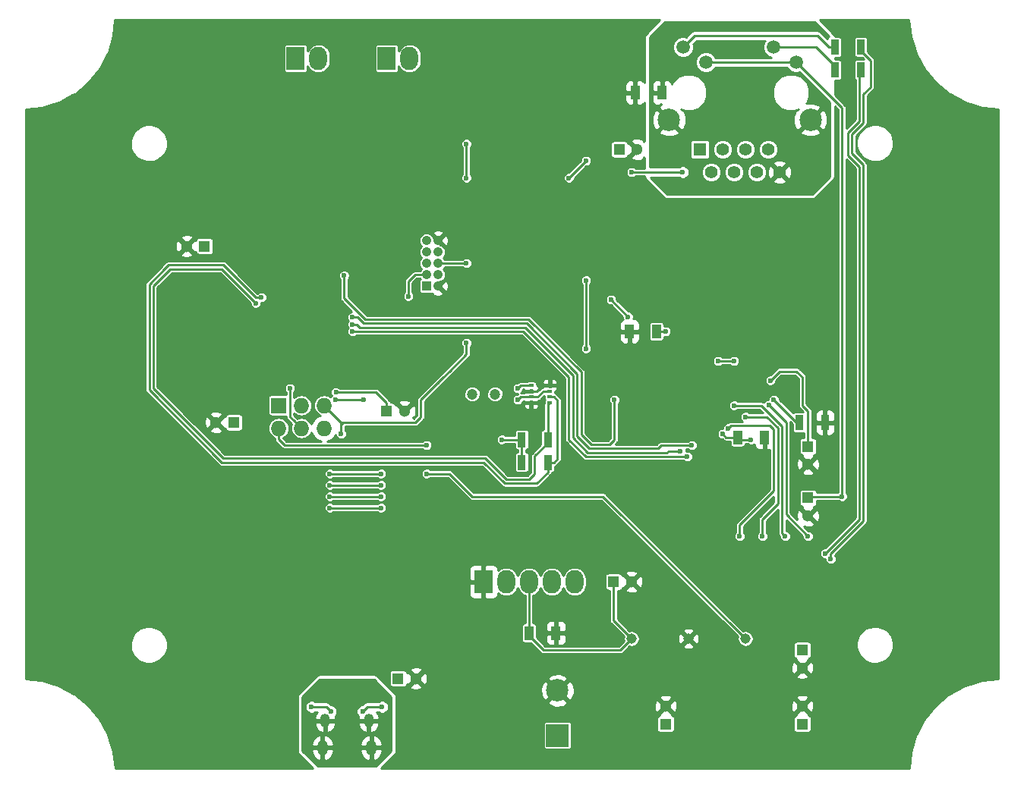
<source format=gbr>
G04 #@! TF.FileFunction,Copper,L1,Top,Signal*
%FSLAX46Y46*%
G04 Gerber Fmt 4.6, Leading zero omitted, Abs format (unit mm)*
G04 Created by KiCad (PCBNEW 4.0.2+dfsg1-stable) date Wed 21 Jun 2017 09:22:51 BST*
%MOMM*%
G01*
G04 APERTURE LIST*
%ADD10C,0.100000*%
%ADD11C,1.400000*%
%ADD12R,1.400000X1.400000*%
%ADD13C,2.500000*%
%ADD14C,1.500000*%
%ADD15R,1.300000X1.300000*%
%ADD16C,1.300000*%
%ADD17R,1.000000X1.600000*%
%ADD18R,2.000000X2.600000*%
%ADD19O,2.000000X2.600000*%
%ADD20O,1.100000X1.500000*%
%ADD21O,1.200000X1.700000*%
%ADD22R,1.727200X1.727200*%
%ADD23O,1.727200X1.727200*%
%ADD24R,1.050000X1.050000*%
%ADD25C,1.050000*%
%ADD26C,1.200000*%
%ADD27R,2.500000X2.500000*%
%ADD28R,0.900000X1.700000*%
%ADD29R,0.500000X0.350000*%
%ADD30C,1.143000*%
%ADD31C,0.600000*%
%ADD32C,0.254000*%
%ADD33C,0.250000*%
G04 APERTURE END LIST*
D10*
D11*
X186690000Y-76200000D03*
X185420000Y-73660000D03*
X184150000Y-76200000D03*
X182880000Y-73660000D03*
X181610000Y-76200000D03*
X180340000Y-73660000D03*
X179070000Y-76200000D03*
D12*
X177800000Y-73660000D03*
D13*
X174370000Y-70360000D03*
X190120000Y-70360000D03*
D14*
X188570000Y-63930000D03*
X175920000Y-62230000D03*
X178460000Y-63930000D03*
X186030000Y-62230000D03*
D15*
X144145000Y-132715000D03*
D16*
X146145000Y-132715000D03*
D15*
X142875000Y-102870000D03*
D16*
X144875000Y-102870000D03*
D15*
X125825000Y-104140000D03*
D16*
X123825000Y-104140000D03*
D15*
X122555000Y-84455000D03*
D16*
X120555000Y-84455000D03*
D15*
X168815000Y-73660000D03*
D16*
X170815000Y-73660000D03*
D17*
X172950000Y-93980000D03*
X169950000Y-93980000D03*
D15*
X189865000Y-112554000D03*
D16*
X189865000Y-114554000D03*
D17*
X182015000Y-105791000D03*
X185015000Y-105791000D03*
D15*
X189865000Y-106807000D03*
D16*
X189865000Y-108807000D03*
D17*
X170585000Y-67310000D03*
X173585000Y-67310000D03*
D15*
X168180000Y-121920000D03*
D16*
X170180000Y-121920000D03*
D17*
X161750000Y-127635000D03*
X158750000Y-127635000D03*
D15*
X173990000Y-137795000D03*
D16*
X173990000Y-135795000D03*
D15*
X189230000Y-137795000D03*
D16*
X189230000Y-135795000D03*
D15*
X189230000Y-129540000D03*
D16*
X189230000Y-131540000D03*
D18*
X132715000Y-63500000D03*
D19*
X135255000Y-63500000D03*
D18*
X142875000Y-63500000D03*
D19*
X145415000Y-63500000D03*
D20*
X140855000Y-137440000D03*
X136005000Y-137440000D03*
D21*
X141155000Y-140440000D03*
X135705000Y-140440000D03*
D22*
X130810000Y-102235000D03*
D23*
X130810000Y-104775000D03*
X133350000Y-102235000D03*
X133350000Y-104775000D03*
X135890000Y-102235000D03*
X135890000Y-104775000D03*
D24*
X147320000Y-88900000D03*
D25*
X147320000Y-87630000D03*
X147320000Y-86360000D03*
X147320000Y-85090000D03*
X147320000Y-83820000D03*
X148590000Y-87630000D03*
X148590000Y-86360000D03*
X148590000Y-85090000D03*
X148590000Y-83820000D03*
X148590000Y-88900000D03*
D26*
X152400000Y-100965000D03*
X154940000Y-100965000D03*
D18*
X153670000Y-121920000D03*
D19*
X156210000Y-121920000D03*
X158750000Y-121920000D03*
X161290000Y-121920000D03*
X163830000Y-121920000D03*
D27*
X161925000Y-139065000D03*
D13*
X161925000Y-134065000D03*
D28*
X188870000Y-104140000D03*
X191770000Y-104140000D03*
X192860000Y-62230000D03*
X195760000Y-62230000D03*
X192860000Y-64770000D03*
X195760000Y-64770000D03*
X157935000Y-106045000D03*
X160835000Y-106045000D03*
X157935000Y-108585000D03*
X160835000Y-108585000D03*
D29*
X158995000Y-99990000D03*
X161045000Y-99990000D03*
X158995000Y-100640000D03*
X161045000Y-100640000D03*
X158995000Y-101290000D03*
X161045000Y-101290000D03*
X158995000Y-101940000D03*
X161045000Y-101940000D03*
D30*
X170180000Y-128270000D03*
X182880000Y-128270000D03*
X176530000Y-128270000D03*
D31*
X142367000Y-135890000D03*
X140208000Y-136398000D03*
X134493000Y-135890000D03*
X136622581Y-136390826D03*
X137203361Y-100756636D03*
X181610000Y-97282000D03*
X179832000Y-97282000D03*
X167894000Y-90424000D03*
X169799000Y-92329000D03*
X147320000Y-109855000D03*
X173990000Y-93980000D03*
X157480000Y-100330000D03*
X147320000Y-106680000D03*
X193675000Y-112395000D03*
X163195000Y-76835000D03*
X165100000Y-74930000D03*
X183515000Y-106045000D03*
X165100000Y-88265000D03*
X165100000Y-95885000D03*
X180340000Y-105410000D03*
X185674000Y-99441000D03*
X170180000Y-76200000D03*
X175895000Y-76200000D03*
X155700000Y-106045000D03*
X157480000Y-101600000D03*
X140335000Y-101600000D03*
X137160000Y-101600000D03*
X139065000Y-92379994D03*
X176911000Y-106680000D03*
X176403000Y-107950000D03*
X139065000Y-93980000D03*
X132080000Y-100330000D03*
X175641000Y-107315000D03*
X139065000Y-93179997D03*
X137795000Y-105410000D03*
X151765000Y-95250000D03*
X151765000Y-73025000D03*
X151765000Y-76835000D03*
X151765000Y-86360000D03*
X145289137Y-90044137D03*
X136525000Y-109855000D03*
X142240000Y-109855000D03*
X142240000Y-113665000D03*
X136525000Y-113665000D03*
X186055000Y-101600000D03*
X168275000Y-101600000D03*
X138125200Y-87731600D03*
X192405000Y-119380000D03*
X182245000Y-116840000D03*
X180975000Y-104775000D03*
X191770000Y-118745000D03*
X184785000Y-116840000D03*
X182880000Y-103505000D03*
X128270000Y-90805000D03*
X128905000Y-90170000D03*
X142240000Y-111125000D03*
X136525000Y-111125000D03*
X136525000Y-112395000D03*
X142240000Y-112395000D03*
X189865000Y-116840000D03*
X185466402Y-102188598D03*
X187325000Y-116840000D03*
X181610000Y-102235000D03*
D32*
X140208000Y-136398000D02*
X140716000Y-135890000D01*
X140716000Y-135890000D02*
X142367000Y-135890000D01*
X136622581Y-136390826D02*
X136121755Y-135890000D01*
X136121755Y-135890000D02*
X134493000Y-135890000D01*
X159583000Y-100640000D02*
X160233000Y-99990000D01*
X160233000Y-99990000D02*
X161045000Y-99990000D01*
X158995000Y-100640000D02*
X159583000Y-100640000D01*
X137203361Y-100756636D02*
X141665636Y-100756636D01*
X142875000Y-101966000D02*
X142875000Y-102870000D01*
X141665636Y-100756636D02*
X142875000Y-101966000D01*
X179832000Y-97282000D02*
X181610000Y-97282000D01*
X169799000Y-92329000D02*
X167894000Y-90424000D01*
X182880000Y-128270000D02*
X167005000Y-112395000D01*
X167005000Y-112395000D02*
X152400000Y-112395000D01*
X152400000Y-112395000D02*
X151130000Y-111125000D01*
X151130000Y-111125000D02*
X150495000Y-110490000D01*
X147320000Y-109855000D02*
X149860000Y-109855000D01*
X149860000Y-109855000D02*
X151130000Y-111125000D01*
X172950000Y-93980000D02*
X173990000Y-93980000D01*
X157480000Y-100330000D02*
X157820000Y-99990000D01*
X157820000Y-99990000D02*
X158995000Y-99990000D01*
X131493686Y-106680000D02*
X147320000Y-106680000D01*
X130810000Y-104775000D02*
X130810000Y-105996314D01*
X130810000Y-105996314D02*
X131493686Y-106680000D01*
X193675000Y-112395000D02*
X193675000Y-69035000D01*
X193675000Y-69035000D02*
X188570000Y-63930000D01*
X193675000Y-112395000D02*
X190024000Y-112395000D01*
X190024000Y-112395000D02*
X189865000Y-112554000D01*
X178460000Y-63930000D02*
X179520660Y-63930000D01*
X179520660Y-63930000D02*
X188570000Y-63930000D01*
X165100000Y-74930000D02*
X163195000Y-76835000D01*
X183515000Y-106045000D02*
X182269000Y-106045000D01*
X182269000Y-106045000D02*
X182015000Y-105791000D01*
X165100000Y-95885000D02*
X165100000Y-88265000D01*
X182015000Y-105791000D02*
X180721000Y-105791000D01*
X180721000Y-105791000D02*
X180340000Y-105410000D01*
X185674000Y-99441000D02*
X186690000Y-98425000D01*
X186690000Y-98425000D02*
X188595000Y-98425000D01*
X189230000Y-99060000D02*
X189230000Y-102235000D01*
X188595000Y-98425000D02*
X189230000Y-99060000D01*
X189230000Y-102235000D02*
X189865000Y-102870000D01*
X189865000Y-102870000D02*
X189865000Y-106807000D01*
X172720000Y-76200000D02*
X170180000Y-76200000D01*
X175895000Y-76200000D02*
X172720000Y-76200000D01*
X157935000Y-106045000D02*
X157935000Y-107149000D01*
X157935000Y-107149000D02*
X157935000Y-108585000D01*
X157935000Y-106045000D02*
X155700000Y-106045000D01*
X157480000Y-101600000D02*
X157790000Y-101290000D01*
X157790000Y-101290000D02*
X158995000Y-101290000D01*
X160345000Y-100640000D02*
X159695000Y-101290000D01*
X159695000Y-101290000D02*
X158995000Y-101290000D01*
X161045000Y-100640000D02*
X160345000Y-100640000D01*
X160355000Y-129540000D02*
X168910000Y-129540000D01*
X168910000Y-129540000D02*
X170180000Y-128270000D01*
X158750000Y-127635000D02*
X158750000Y-127935000D01*
X158750000Y-127935000D02*
X160355000Y-129540000D01*
X158750000Y-127635000D02*
X158750000Y-121920000D01*
X168180000Y-121920000D02*
X168180000Y-126270000D01*
X168180000Y-126270000D02*
X170180000Y-128270000D01*
X190886000Y-60960000D02*
X177190000Y-60960000D01*
X177190000Y-60960000D02*
X175920000Y-62230000D01*
X192860000Y-62230000D02*
X192156000Y-62230000D01*
X192156000Y-62230000D02*
X190886000Y-60960000D01*
X190720000Y-62230000D02*
X186030000Y-62230000D01*
X192860000Y-64770000D02*
X192860000Y-64370000D01*
X192860000Y-64370000D02*
X190720000Y-62230000D01*
X137160000Y-101600000D02*
X140335000Y-101600000D01*
X176911000Y-106680000D02*
X173482000Y-106680000D01*
X173482000Y-106680000D02*
X173120020Y-107041980D01*
X173120020Y-107041980D02*
X165476112Y-107041980D01*
X165476112Y-107041980D02*
X164103020Y-105668888D01*
X164103020Y-105668888D02*
X164103020Y-98683886D01*
X164103020Y-98683886D02*
X158491114Y-93071980D01*
X158491114Y-93071980D02*
X140289266Y-93071980D01*
X140289266Y-93071980D02*
X139597280Y-92379994D01*
X139597280Y-92379994D02*
X139065000Y-92379994D01*
X163195000Y-99060000D02*
X163195000Y-106045000D01*
X139065000Y-93980000D02*
X155575000Y-93980000D01*
X163195000Y-99060000D02*
X158115000Y-93980000D01*
X158115000Y-93980000D02*
X155575000Y-93980000D01*
X176403000Y-107950000D02*
X175895000Y-107950000D01*
X175895000Y-107950000D02*
X175894992Y-107949992D01*
X175894992Y-107949992D02*
X175706944Y-107950000D01*
X165100000Y-107950000D02*
X175706944Y-107950000D01*
X175706944Y-107950000D02*
X175895000Y-107950000D01*
X163195000Y-106045000D02*
X165100000Y-107950000D01*
X132080000Y-100330000D02*
X132080000Y-103505000D01*
X132080000Y-103505000D02*
X132486401Y-103911401D01*
X132486401Y-103911401D02*
X133350000Y-104775000D01*
X175641000Y-107315000D02*
X174297990Y-107315000D01*
X174297990Y-107315000D02*
X174117000Y-107495990D01*
X174117000Y-107495990D02*
X165288056Y-107495990D01*
X158303057Y-93525990D02*
X139835257Y-93525990D01*
X165288056Y-107495990D02*
X163649010Y-105856944D01*
X163649010Y-105856944D02*
X163649010Y-98871943D01*
X163649010Y-98871943D02*
X158303057Y-93525990D01*
X139835257Y-93525990D02*
X139489264Y-93179997D01*
X139489264Y-93179997D02*
X139065000Y-93179997D01*
X151765000Y-95250000D02*
X151765000Y-96520000D01*
X151765000Y-96520000D02*
X149860000Y-98425000D01*
X149860000Y-98425000D02*
X149225000Y-99060000D01*
X137795000Y-104394000D02*
X137795000Y-104140000D01*
X137795000Y-105410000D02*
X137795000Y-104394000D01*
X137795000Y-104140000D02*
X138049000Y-104140000D01*
X138049000Y-104140000D02*
X146050000Y-104140000D01*
X137795000Y-104394000D02*
X138049000Y-104140000D01*
X146685000Y-103505000D02*
X146050000Y-104140000D01*
X137795000Y-104140000D02*
X135890000Y-102235000D01*
X149225000Y-99060000D02*
X146685000Y-101600000D01*
X146685000Y-101600000D02*
X146685000Y-103505000D01*
X148590000Y-99695000D02*
X149225000Y-99060000D01*
X151765000Y-76835000D02*
X151765000Y-73025000D01*
X151765000Y-86360000D02*
X148590000Y-86360000D01*
X146050000Y-87630000D02*
X147320000Y-87630000D01*
X145289137Y-88390863D02*
X146050000Y-87630000D01*
X145289137Y-90044137D02*
X145289137Y-88390863D01*
X140970000Y-109855000D02*
X142240000Y-109855000D01*
X140970000Y-109855000D02*
X136525000Y-109855000D01*
X140970000Y-113665000D02*
X142240000Y-113665000D01*
X136525000Y-113665000D02*
X140970000Y-113665000D01*
X186055000Y-101600000D02*
X188595000Y-104140000D01*
X188595000Y-104140000D02*
X188870000Y-104140000D01*
X167732030Y-106587970D02*
X168275000Y-106045000D01*
X168275000Y-106045000D02*
X168275000Y-101600000D01*
X165664168Y-106587970D02*
X167732030Y-106587970D01*
X164557030Y-105480832D02*
X165664168Y-106587970D01*
X164557030Y-98495829D02*
X164557030Y-105480832D01*
X158679171Y-92617970D02*
X164557030Y-98495829D01*
X140335000Y-92475648D02*
X140477322Y-92617970D01*
X140477322Y-92617970D02*
X158679171Y-92617970D01*
X140335000Y-92475648D02*
X139439343Y-91579991D01*
X138125200Y-87731600D02*
X138125200Y-90265848D01*
X138125200Y-90265848D02*
X140335000Y-92475648D01*
X196034009Y-67490991D02*
X196850000Y-66675000D01*
X196850000Y-66675000D02*
X196850000Y-63720000D01*
X196850000Y-63720000D02*
X195760000Y-62630000D01*
X196034009Y-70673057D02*
X196034009Y-67490991D01*
X195583533Y-71123533D02*
X196034009Y-70673057D01*
X195583533Y-71123533D02*
X194764002Y-71943064D01*
X194764002Y-71943064D02*
X194764002Y-73660000D01*
X194764010Y-73660000D02*
X194764010Y-72570990D01*
X195587066Y-74930000D02*
X194764010Y-74106944D01*
X194764010Y-74106944D02*
X194764010Y-73660000D01*
X194764002Y-73660000D02*
X194764010Y-73660000D01*
X196034009Y-75376943D02*
X195587066Y-74930000D01*
X196034009Y-115123057D02*
X196034009Y-75376943D01*
X192405000Y-119380000D02*
X192405000Y-118752066D01*
X192405000Y-118752066D02*
X196034009Y-115123057D01*
X195760000Y-62630000D02*
X195760000Y-62230000D01*
X182245000Y-115570000D02*
X182245000Y-116840000D01*
X186055000Y-104942398D02*
X186055000Y-111760000D01*
X186055000Y-111760000D02*
X182245000Y-115570000D01*
X180975000Y-104775000D02*
X181274999Y-104475001D01*
X181274999Y-104475001D02*
X185587603Y-104475001D01*
X185587603Y-104475001D02*
X186055000Y-104942398D01*
X195580000Y-70485000D02*
X195580000Y-64950000D01*
X194310000Y-71755000D02*
X195580000Y-70485000D01*
X194310000Y-74295000D02*
X194310000Y-71755000D01*
X195580000Y-75565000D02*
X194310000Y-74295000D01*
X195580000Y-114935000D02*
X195580000Y-75565000D01*
X191770000Y-118745000D02*
X195580000Y-114935000D01*
X195580000Y-64950000D02*
X195760000Y-64770000D01*
X184785000Y-114935000D02*
X184785000Y-116840000D01*
X182880000Y-103505000D02*
X185259668Y-103505000D01*
X186509010Y-104754341D02*
X186509010Y-113210990D01*
X185259668Y-103505000D02*
X186509010Y-104754341D01*
X186509010Y-113210990D02*
X184785000Y-114935000D01*
X159385000Y-109855000D02*
X159385000Y-107895000D01*
X159385000Y-107895000D02*
X160835000Y-106445000D01*
X160835000Y-106445000D02*
X160835000Y-106045000D01*
X158750000Y-110490000D02*
X159385000Y-109855000D01*
X156210000Y-110490000D02*
X158750000Y-110490000D01*
X153850990Y-108130990D02*
X156210000Y-110490000D01*
X124640990Y-108130990D02*
X153850990Y-108130990D01*
X160835000Y-106045000D02*
X160835000Y-102150000D01*
X160835000Y-102150000D02*
X161045000Y-101940000D01*
X128270000Y-90805000D02*
X124460000Y-86995000D01*
X118745000Y-86995000D02*
X116840000Y-88900000D01*
X124460000Y-86995000D02*
X118745000Y-86995000D01*
X116840000Y-100330000D02*
X124640990Y-108130990D01*
X116840000Y-88900000D02*
X116840000Y-100330000D01*
X124452934Y-108585000D02*
X153662934Y-108585000D01*
X153662934Y-108585000D02*
X156021943Y-110944010D01*
X156021943Y-110944010D02*
X159579990Y-110944010D01*
X159579990Y-110944010D02*
X160835000Y-109689000D01*
X160835000Y-109689000D02*
X160835000Y-108585000D01*
X161925000Y-107322067D02*
X161925000Y-107315000D01*
X161925000Y-107315000D02*
X161925000Y-101666000D01*
X160835000Y-108585000D02*
X161539000Y-108585000D01*
X161539000Y-108585000D02*
X161925000Y-108199000D01*
X161925000Y-108199000D02*
X161925000Y-107315000D01*
X128905000Y-90170000D02*
X128277066Y-90170000D01*
X128277066Y-90170000D02*
X124648057Y-86540990D01*
X124648057Y-86540990D02*
X118556943Y-86540990D01*
X118556943Y-86540990D02*
X118110000Y-86987934D01*
X116385990Y-88711943D02*
X116385990Y-100518057D01*
X118110000Y-86987934D02*
X116385990Y-88711943D01*
X161925000Y-101666000D02*
X161549000Y-101290000D01*
X161549000Y-101290000D02*
X161045000Y-101290000D01*
X116385990Y-100518057D02*
X124452934Y-108585000D01*
X140970000Y-111125000D02*
X142240000Y-111125000D01*
X136525000Y-111125000D02*
X140970000Y-111125000D01*
X140970000Y-112395000D02*
X142240000Y-112395000D01*
X140970000Y-112395000D02*
X136525000Y-112395000D01*
D33*
X187411030Y-113116030D02*
X187411030Y-114386030D01*
X187411030Y-114386030D02*
X189865000Y-116840000D01*
X185466402Y-102188598D02*
X187411030Y-104133226D01*
X187411030Y-104133226D02*
X187411030Y-113116030D01*
X186961020Y-115206020D02*
X186961020Y-116476020D01*
X186961020Y-116476020D02*
X187325000Y-116840000D01*
X186961020Y-104567113D02*
X186961020Y-115206020D01*
X184628907Y-102235000D02*
X186961020Y-104567113D01*
X181610000Y-102235000D02*
X184628907Y-102235000D01*
D32*
G36*
X192186682Y-61016288D02*
X192106433Y-61067927D01*
X192008936Y-61210619D01*
X191993974Y-61284500D01*
X191277737Y-60568263D01*
X191098007Y-60448171D01*
X190886000Y-60406000D01*
X177190000Y-60406000D01*
X176977993Y-60448171D01*
X176798263Y-60568263D01*
X176266912Y-61099614D01*
X176155147Y-61053205D01*
X175686907Y-61052796D01*
X175254154Y-61231606D01*
X174922770Y-61562412D01*
X174743205Y-61994853D01*
X174742796Y-62463093D01*
X174921606Y-62895846D01*
X175252412Y-63227230D01*
X175684853Y-63406795D01*
X176153093Y-63407204D01*
X176585846Y-63228394D01*
X176917230Y-62897588D01*
X177096795Y-62465147D01*
X177097204Y-61996907D01*
X177050237Y-61883237D01*
X177419474Y-61514000D01*
X185081267Y-61514000D01*
X185032770Y-61562412D01*
X184853205Y-61994853D01*
X184852796Y-62463093D01*
X185031606Y-62895846D01*
X185362412Y-63227230D01*
X185720690Y-63376000D01*
X179504608Y-63376000D01*
X179458394Y-63264154D01*
X179127588Y-62932770D01*
X178695147Y-62753205D01*
X178226907Y-62752796D01*
X177794154Y-62931606D01*
X177462770Y-63262412D01*
X177283205Y-63694853D01*
X177282796Y-64163093D01*
X177461606Y-64595846D01*
X177792412Y-64927230D01*
X178224853Y-65106795D01*
X178693093Y-65107204D01*
X179125846Y-64928394D01*
X179457230Y-64597588D01*
X179504396Y-64484000D01*
X187525392Y-64484000D01*
X187571606Y-64595846D01*
X187902412Y-64927230D01*
X188334853Y-65106795D01*
X188803093Y-65107204D01*
X188916763Y-65060237D01*
X192278000Y-68421474D01*
X192278000Y-76687394D01*
X190352394Y-78613000D01*
X174137606Y-78613000D01*
X172278606Y-76754000D01*
X175420797Y-76754000D01*
X175482650Y-76815961D01*
X175749756Y-76926874D01*
X176038975Y-76927126D01*
X176306275Y-76816680D01*
X176510961Y-76612350D01*
X176589507Y-76423191D01*
X177942805Y-76423191D01*
X178114019Y-76837560D01*
X178430772Y-77154867D01*
X178844842Y-77326804D01*
X179293191Y-77327195D01*
X179707560Y-77155981D01*
X180024867Y-76839228D01*
X180196804Y-76425158D01*
X180196805Y-76423191D01*
X180482805Y-76423191D01*
X180654019Y-76837560D01*
X180970772Y-77154867D01*
X181384842Y-77326804D01*
X181833191Y-77327195D01*
X182247560Y-77155981D01*
X182564867Y-76839228D01*
X182736804Y-76425158D01*
X182736805Y-76423191D01*
X183022805Y-76423191D01*
X183194019Y-76837560D01*
X183510772Y-77154867D01*
X183924842Y-77326804D01*
X184373191Y-77327195D01*
X184787560Y-77155981D01*
X184808302Y-77135275D01*
X185934331Y-77135275D01*
X185996169Y-77371042D01*
X186497122Y-77547419D01*
X187027440Y-77518664D01*
X187383831Y-77371042D01*
X187445669Y-77135275D01*
X186690000Y-76379605D01*
X185934331Y-77135275D01*
X184808302Y-77135275D01*
X185104867Y-76839228D01*
X185276804Y-76425158D01*
X185277168Y-76007122D01*
X185342581Y-76007122D01*
X185371336Y-76537440D01*
X185518958Y-76893831D01*
X185754725Y-76955669D01*
X186510395Y-76200000D01*
X186869605Y-76200000D01*
X187625275Y-76955669D01*
X187861042Y-76893831D01*
X188037419Y-76392878D01*
X188008664Y-75862560D01*
X187861042Y-75506169D01*
X187625275Y-75444331D01*
X186869605Y-76200000D01*
X186510395Y-76200000D01*
X185754725Y-75444331D01*
X185518958Y-75506169D01*
X185342581Y-76007122D01*
X185277168Y-76007122D01*
X185277195Y-75976809D01*
X185105981Y-75562440D01*
X184808786Y-75264725D01*
X185934331Y-75264725D01*
X186690000Y-76020395D01*
X187445669Y-75264725D01*
X187383831Y-75028958D01*
X186882878Y-74852581D01*
X186352560Y-74881336D01*
X185996169Y-75028958D01*
X185934331Y-75264725D01*
X184808786Y-75264725D01*
X184789228Y-75245133D01*
X184375158Y-75073196D01*
X183926809Y-75072805D01*
X183512440Y-75244019D01*
X183195133Y-75560772D01*
X183023196Y-75974842D01*
X183022805Y-76423191D01*
X182736805Y-76423191D01*
X182737195Y-75976809D01*
X182565981Y-75562440D01*
X182249228Y-75245133D01*
X181835158Y-75073196D01*
X181386809Y-75072805D01*
X180972440Y-75244019D01*
X180655133Y-75560772D01*
X180483196Y-75974842D01*
X180482805Y-76423191D01*
X180196805Y-76423191D01*
X180197195Y-75976809D01*
X180025981Y-75562440D01*
X179709228Y-75245133D01*
X179295158Y-75073196D01*
X178846809Y-75072805D01*
X178432440Y-75244019D01*
X178115133Y-75560772D01*
X177943196Y-75974842D01*
X177942805Y-76423191D01*
X176589507Y-76423191D01*
X176621874Y-76345244D01*
X176622126Y-76056025D01*
X176511680Y-75788725D01*
X176307350Y-75584039D01*
X176040244Y-75473126D01*
X175751025Y-75472874D01*
X175483725Y-75583320D01*
X175420936Y-75646000D01*
X172212000Y-75646000D01*
X172212000Y-72960000D01*
X176664635Y-72960000D01*
X176664635Y-74360000D01*
X176694409Y-74518237D01*
X176787927Y-74663567D01*
X176930619Y-74761064D01*
X177100000Y-74795365D01*
X178500000Y-74795365D01*
X178658237Y-74765591D01*
X178803567Y-74672073D01*
X178901064Y-74529381D01*
X178935365Y-74360000D01*
X178935365Y-73883191D01*
X179212805Y-73883191D01*
X179384019Y-74297560D01*
X179700772Y-74614867D01*
X180114842Y-74786804D01*
X180563191Y-74787195D01*
X180977560Y-74615981D01*
X181294867Y-74299228D01*
X181466804Y-73885158D01*
X181466805Y-73883191D01*
X181752805Y-73883191D01*
X181924019Y-74297560D01*
X182240772Y-74614867D01*
X182654842Y-74786804D01*
X183103191Y-74787195D01*
X183517560Y-74615981D01*
X183834867Y-74299228D01*
X184006804Y-73885158D01*
X184006805Y-73883191D01*
X184292805Y-73883191D01*
X184464019Y-74297560D01*
X184780772Y-74614867D01*
X185194842Y-74786804D01*
X185643191Y-74787195D01*
X186057560Y-74615981D01*
X186374867Y-74299228D01*
X186546804Y-73885158D01*
X186547195Y-73436809D01*
X186375981Y-73022440D01*
X186059228Y-72705133D01*
X185645158Y-72533196D01*
X185196809Y-72532805D01*
X184782440Y-72704019D01*
X184465133Y-73020772D01*
X184293196Y-73434842D01*
X184292805Y-73883191D01*
X184006805Y-73883191D01*
X184007195Y-73436809D01*
X183835981Y-73022440D01*
X183519228Y-72705133D01*
X183105158Y-72533196D01*
X182656809Y-72532805D01*
X182242440Y-72704019D01*
X181925133Y-73020772D01*
X181753196Y-73434842D01*
X181752805Y-73883191D01*
X181466805Y-73883191D01*
X181467195Y-73436809D01*
X181295981Y-73022440D01*
X180979228Y-72705133D01*
X180565158Y-72533196D01*
X180116809Y-72532805D01*
X179702440Y-72704019D01*
X179385133Y-73020772D01*
X179213196Y-73434842D01*
X179212805Y-73883191D01*
X178935365Y-73883191D01*
X178935365Y-72960000D01*
X178905591Y-72801763D01*
X178812073Y-72656433D01*
X178669381Y-72558936D01*
X178500000Y-72524635D01*
X177100000Y-72524635D01*
X176941763Y-72554409D01*
X176796433Y-72647927D01*
X176698936Y-72790619D01*
X176664635Y-72960000D01*
X172212000Y-72960000D01*
X172212000Y-71693320D01*
X173216285Y-71693320D01*
X173345533Y-71986123D01*
X174045806Y-72254388D01*
X174795435Y-72234250D01*
X175394467Y-71986123D01*
X175523715Y-71693320D01*
X188966285Y-71693320D01*
X189095533Y-71986123D01*
X189795806Y-72254388D01*
X190545435Y-72234250D01*
X191144467Y-71986123D01*
X191273715Y-71693320D01*
X190120000Y-70539605D01*
X188966285Y-71693320D01*
X175523715Y-71693320D01*
X174370000Y-70539605D01*
X173216285Y-71693320D01*
X172212000Y-71693320D01*
X172212000Y-70035806D01*
X172475612Y-70035806D01*
X172495750Y-70785435D01*
X172743877Y-71384467D01*
X173036680Y-71513715D01*
X174190395Y-70360000D01*
X173036680Y-69206285D01*
X172743877Y-69335533D01*
X172475612Y-70035806D01*
X172212000Y-70035806D01*
X172212000Y-67595750D01*
X172450000Y-67595750D01*
X172450000Y-68236310D01*
X172546673Y-68469699D01*
X172725302Y-68648327D01*
X172958691Y-68745000D01*
X173299250Y-68745000D01*
X173457998Y-68586252D01*
X173457998Y-68687293D01*
X173345533Y-68733877D01*
X173216285Y-69026680D01*
X174370000Y-70180395D01*
X174384143Y-70166253D01*
X174563748Y-70345858D01*
X174549605Y-70360000D01*
X175703320Y-71513715D01*
X175996123Y-71384467D01*
X176264388Y-70684194D01*
X176244250Y-69934565D01*
X175996123Y-69335533D01*
X175703322Y-69206286D01*
X175715814Y-69193794D01*
X176120041Y-69361643D01*
X176936377Y-69362355D01*
X177690846Y-69050615D01*
X178268587Y-68473882D01*
X178581643Y-67719959D01*
X178581646Y-67716377D01*
X185907645Y-67716377D01*
X186219385Y-68470846D01*
X186796118Y-69048587D01*
X187550041Y-69361643D01*
X188366377Y-69362355D01*
X188774227Y-69193835D01*
X188786678Y-69206286D01*
X188493877Y-69335533D01*
X188225612Y-70035806D01*
X188245750Y-70785435D01*
X188493877Y-71384467D01*
X188786680Y-71513715D01*
X189940395Y-70360000D01*
X190299605Y-70360000D01*
X191453320Y-71513715D01*
X191746123Y-71384467D01*
X192014388Y-70684194D01*
X191994250Y-69934565D01*
X191746123Y-69335533D01*
X191453320Y-69206285D01*
X190299605Y-70360000D01*
X189940395Y-70360000D01*
X189926253Y-70345858D01*
X190105858Y-70166253D01*
X190120000Y-70180395D01*
X191273715Y-69026680D01*
X191144467Y-68733877D01*
X190444194Y-68465612D01*
X189694565Y-68485750D01*
X189681119Y-68491320D01*
X189698587Y-68473882D01*
X190011643Y-67719959D01*
X190012355Y-66903623D01*
X189700615Y-66149154D01*
X189123882Y-65571413D01*
X188369959Y-65258357D01*
X187553623Y-65257645D01*
X186799154Y-65569385D01*
X186221413Y-66146118D01*
X185908357Y-66900041D01*
X185907645Y-67716377D01*
X178581646Y-67716377D01*
X178582355Y-66903623D01*
X178270615Y-66149154D01*
X177693882Y-65571413D01*
X176939959Y-65258357D01*
X176123623Y-65257645D01*
X175369154Y-65569385D01*
X174791413Y-66146118D01*
X174706399Y-66350854D01*
X174623327Y-66150301D01*
X174444698Y-65971673D01*
X174211309Y-65875000D01*
X173870750Y-65875000D01*
X173712000Y-66033750D01*
X173712000Y-67183000D01*
X173732000Y-67183000D01*
X173732000Y-67437000D01*
X173712000Y-67437000D01*
X173712000Y-67457000D01*
X173458000Y-67457000D01*
X173458000Y-67437000D01*
X172608750Y-67437000D01*
X172450000Y-67595750D01*
X172212000Y-67595750D01*
X172212000Y-66383690D01*
X172450000Y-66383690D01*
X172450000Y-67024250D01*
X172608750Y-67183000D01*
X173458000Y-67183000D01*
X173458000Y-66033750D01*
X173299250Y-65875000D01*
X172958691Y-65875000D01*
X172725302Y-65971673D01*
X172546673Y-66150301D01*
X172450000Y-66383690D01*
X172212000Y-66383690D01*
X172212000Y-61107606D01*
X173915106Y-59404500D01*
X190574894Y-59404500D01*
X192186682Y-61016288D01*
X192186682Y-61016288D01*
G37*
X192186682Y-61016288D02*
X192106433Y-61067927D01*
X192008936Y-61210619D01*
X191993974Y-61284500D01*
X191277737Y-60568263D01*
X191098007Y-60448171D01*
X190886000Y-60406000D01*
X177190000Y-60406000D01*
X176977993Y-60448171D01*
X176798263Y-60568263D01*
X176266912Y-61099614D01*
X176155147Y-61053205D01*
X175686907Y-61052796D01*
X175254154Y-61231606D01*
X174922770Y-61562412D01*
X174743205Y-61994853D01*
X174742796Y-62463093D01*
X174921606Y-62895846D01*
X175252412Y-63227230D01*
X175684853Y-63406795D01*
X176153093Y-63407204D01*
X176585846Y-63228394D01*
X176917230Y-62897588D01*
X177096795Y-62465147D01*
X177097204Y-61996907D01*
X177050237Y-61883237D01*
X177419474Y-61514000D01*
X185081267Y-61514000D01*
X185032770Y-61562412D01*
X184853205Y-61994853D01*
X184852796Y-62463093D01*
X185031606Y-62895846D01*
X185362412Y-63227230D01*
X185720690Y-63376000D01*
X179504608Y-63376000D01*
X179458394Y-63264154D01*
X179127588Y-62932770D01*
X178695147Y-62753205D01*
X178226907Y-62752796D01*
X177794154Y-62931606D01*
X177462770Y-63262412D01*
X177283205Y-63694853D01*
X177282796Y-64163093D01*
X177461606Y-64595846D01*
X177792412Y-64927230D01*
X178224853Y-65106795D01*
X178693093Y-65107204D01*
X179125846Y-64928394D01*
X179457230Y-64597588D01*
X179504396Y-64484000D01*
X187525392Y-64484000D01*
X187571606Y-64595846D01*
X187902412Y-64927230D01*
X188334853Y-65106795D01*
X188803093Y-65107204D01*
X188916763Y-65060237D01*
X192278000Y-68421474D01*
X192278000Y-76687394D01*
X190352394Y-78613000D01*
X174137606Y-78613000D01*
X172278606Y-76754000D01*
X175420797Y-76754000D01*
X175482650Y-76815961D01*
X175749756Y-76926874D01*
X176038975Y-76927126D01*
X176306275Y-76816680D01*
X176510961Y-76612350D01*
X176589507Y-76423191D01*
X177942805Y-76423191D01*
X178114019Y-76837560D01*
X178430772Y-77154867D01*
X178844842Y-77326804D01*
X179293191Y-77327195D01*
X179707560Y-77155981D01*
X180024867Y-76839228D01*
X180196804Y-76425158D01*
X180196805Y-76423191D01*
X180482805Y-76423191D01*
X180654019Y-76837560D01*
X180970772Y-77154867D01*
X181384842Y-77326804D01*
X181833191Y-77327195D01*
X182247560Y-77155981D01*
X182564867Y-76839228D01*
X182736804Y-76425158D01*
X182736805Y-76423191D01*
X183022805Y-76423191D01*
X183194019Y-76837560D01*
X183510772Y-77154867D01*
X183924842Y-77326804D01*
X184373191Y-77327195D01*
X184787560Y-77155981D01*
X184808302Y-77135275D01*
X185934331Y-77135275D01*
X185996169Y-77371042D01*
X186497122Y-77547419D01*
X187027440Y-77518664D01*
X187383831Y-77371042D01*
X187445669Y-77135275D01*
X186690000Y-76379605D01*
X185934331Y-77135275D01*
X184808302Y-77135275D01*
X185104867Y-76839228D01*
X185276804Y-76425158D01*
X185277168Y-76007122D01*
X185342581Y-76007122D01*
X185371336Y-76537440D01*
X185518958Y-76893831D01*
X185754725Y-76955669D01*
X186510395Y-76200000D01*
X186869605Y-76200000D01*
X187625275Y-76955669D01*
X187861042Y-76893831D01*
X188037419Y-76392878D01*
X188008664Y-75862560D01*
X187861042Y-75506169D01*
X187625275Y-75444331D01*
X186869605Y-76200000D01*
X186510395Y-76200000D01*
X185754725Y-75444331D01*
X185518958Y-75506169D01*
X185342581Y-76007122D01*
X185277168Y-76007122D01*
X185277195Y-75976809D01*
X185105981Y-75562440D01*
X184808786Y-75264725D01*
X185934331Y-75264725D01*
X186690000Y-76020395D01*
X187445669Y-75264725D01*
X187383831Y-75028958D01*
X186882878Y-74852581D01*
X186352560Y-74881336D01*
X185996169Y-75028958D01*
X185934331Y-75264725D01*
X184808786Y-75264725D01*
X184789228Y-75245133D01*
X184375158Y-75073196D01*
X183926809Y-75072805D01*
X183512440Y-75244019D01*
X183195133Y-75560772D01*
X183023196Y-75974842D01*
X183022805Y-76423191D01*
X182736805Y-76423191D01*
X182737195Y-75976809D01*
X182565981Y-75562440D01*
X182249228Y-75245133D01*
X181835158Y-75073196D01*
X181386809Y-75072805D01*
X180972440Y-75244019D01*
X180655133Y-75560772D01*
X180483196Y-75974842D01*
X180482805Y-76423191D01*
X180196805Y-76423191D01*
X180197195Y-75976809D01*
X180025981Y-75562440D01*
X179709228Y-75245133D01*
X179295158Y-75073196D01*
X178846809Y-75072805D01*
X178432440Y-75244019D01*
X178115133Y-75560772D01*
X177943196Y-75974842D01*
X177942805Y-76423191D01*
X176589507Y-76423191D01*
X176621874Y-76345244D01*
X176622126Y-76056025D01*
X176511680Y-75788725D01*
X176307350Y-75584039D01*
X176040244Y-75473126D01*
X175751025Y-75472874D01*
X175483725Y-75583320D01*
X175420936Y-75646000D01*
X172212000Y-75646000D01*
X172212000Y-72960000D01*
X176664635Y-72960000D01*
X176664635Y-74360000D01*
X176694409Y-74518237D01*
X176787927Y-74663567D01*
X176930619Y-74761064D01*
X177100000Y-74795365D01*
X178500000Y-74795365D01*
X178658237Y-74765591D01*
X178803567Y-74672073D01*
X178901064Y-74529381D01*
X178935365Y-74360000D01*
X178935365Y-73883191D01*
X179212805Y-73883191D01*
X179384019Y-74297560D01*
X179700772Y-74614867D01*
X180114842Y-74786804D01*
X180563191Y-74787195D01*
X180977560Y-74615981D01*
X181294867Y-74299228D01*
X181466804Y-73885158D01*
X181466805Y-73883191D01*
X181752805Y-73883191D01*
X181924019Y-74297560D01*
X182240772Y-74614867D01*
X182654842Y-74786804D01*
X183103191Y-74787195D01*
X183517560Y-74615981D01*
X183834867Y-74299228D01*
X184006804Y-73885158D01*
X184006805Y-73883191D01*
X184292805Y-73883191D01*
X184464019Y-74297560D01*
X184780772Y-74614867D01*
X185194842Y-74786804D01*
X185643191Y-74787195D01*
X186057560Y-74615981D01*
X186374867Y-74299228D01*
X186546804Y-73885158D01*
X186547195Y-73436809D01*
X186375981Y-73022440D01*
X186059228Y-72705133D01*
X185645158Y-72533196D01*
X185196809Y-72532805D01*
X184782440Y-72704019D01*
X184465133Y-73020772D01*
X184293196Y-73434842D01*
X184292805Y-73883191D01*
X184006805Y-73883191D01*
X184007195Y-73436809D01*
X183835981Y-73022440D01*
X183519228Y-72705133D01*
X183105158Y-72533196D01*
X182656809Y-72532805D01*
X182242440Y-72704019D01*
X181925133Y-73020772D01*
X181753196Y-73434842D01*
X181752805Y-73883191D01*
X181466805Y-73883191D01*
X181467195Y-73436809D01*
X181295981Y-73022440D01*
X180979228Y-72705133D01*
X180565158Y-72533196D01*
X180116809Y-72532805D01*
X179702440Y-72704019D01*
X179385133Y-73020772D01*
X179213196Y-73434842D01*
X179212805Y-73883191D01*
X178935365Y-73883191D01*
X178935365Y-72960000D01*
X178905591Y-72801763D01*
X178812073Y-72656433D01*
X178669381Y-72558936D01*
X178500000Y-72524635D01*
X177100000Y-72524635D01*
X176941763Y-72554409D01*
X176796433Y-72647927D01*
X176698936Y-72790619D01*
X176664635Y-72960000D01*
X172212000Y-72960000D01*
X172212000Y-71693320D01*
X173216285Y-71693320D01*
X173345533Y-71986123D01*
X174045806Y-72254388D01*
X174795435Y-72234250D01*
X175394467Y-71986123D01*
X175523715Y-71693320D01*
X188966285Y-71693320D01*
X189095533Y-71986123D01*
X189795806Y-72254388D01*
X190545435Y-72234250D01*
X191144467Y-71986123D01*
X191273715Y-71693320D01*
X190120000Y-70539605D01*
X188966285Y-71693320D01*
X175523715Y-71693320D01*
X174370000Y-70539605D01*
X173216285Y-71693320D01*
X172212000Y-71693320D01*
X172212000Y-70035806D01*
X172475612Y-70035806D01*
X172495750Y-70785435D01*
X172743877Y-71384467D01*
X173036680Y-71513715D01*
X174190395Y-70360000D01*
X173036680Y-69206285D01*
X172743877Y-69335533D01*
X172475612Y-70035806D01*
X172212000Y-70035806D01*
X172212000Y-67595750D01*
X172450000Y-67595750D01*
X172450000Y-68236310D01*
X172546673Y-68469699D01*
X172725302Y-68648327D01*
X172958691Y-68745000D01*
X173299250Y-68745000D01*
X173457998Y-68586252D01*
X173457998Y-68687293D01*
X173345533Y-68733877D01*
X173216285Y-69026680D01*
X174370000Y-70180395D01*
X174384143Y-70166253D01*
X174563748Y-70345858D01*
X174549605Y-70360000D01*
X175703320Y-71513715D01*
X175996123Y-71384467D01*
X176264388Y-70684194D01*
X176244250Y-69934565D01*
X175996123Y-69335533D01*
X175703322Y-69206286D01*
X175715814Y-69193794D01*
X176120041Y-69361643D01*
X176936377Y-69362355D01*
X177690846Y-69050615D01*
X178268587Y-68473882D01*
X178581643Y-67719959D01*
X178581646Y-67716377D01*
X185907645Y-67716377D01*
X186219385Y-68470846D01*
X186796118Y-69048587D01*
X187550041Y-69361643D01*
X188366377Y-69362355D01*
X188774227Y-69193835D01*
X188786678Y-69206286D01*
X188493877Y-69335533D01*
X188225612Y-70035806D01*
X188245750Y-70785435D01*
X188493877Y-71384467D01*
X188786680Y-71513715D01*
X189940395Y-70360000D01*
X190299605Y-70360000D01*
X191453320Y-71513715D01*
X191746123Y-71384467D01*
X192014388Y-70684194D01*
X191994250Y-69934565D01*
X191746123Y-69335533D01*
X191453320Y-69206285D01*
X190299605Y-70360000D01*
X189940395Y-70360000D01*
X189926253Y-70345858D01*
X190105858Y-70166253D01*
X190120000Y-70180395D01*
X191273715Y-69026680D01*
X191144467Y-68733877D01*
X190444194Y-68465612D01*
X189694565Y-68485750D01*
X189681119Y-68491320D01*
X189698587Y-68473882D01*
X190011643Y-67719959D01*
X190012355Y-66903623D01*
X189700615Y-66149154D01*
X189123882Y-65571413D01*
X188369959Y-65258357D01*
X187553623Y-65257645D01*
X186799154Y-65569385D01*
X186221413Y-66146118D01*
X185908357Y-66900041D01*
X185907645Y-67716377D01*
X178581646Y-67716377D01*
X178582355Y-66903623D01*
X178270615Y-66149154D01*
X177693882Y-65571413D01*
X176939959Y-65258357D01*
X176123623Y-65257645D01*
X175369154Y-65569385D01*
X174791413Y-66146118D01*
X174706399Y-66350854D01*
X174623327Y-66150301D01*
X174444698Y-65971673D01*
X174211309Y-65875000D01*
X173870750Y-65875000D01*
X173712000Y-66033750D01*
X173712000Y-67183000D01*
X173732000Y-67183000D01*
X173732000Y-67437000D01*
X173712000Y-67437000D01*
X173712000Y-67457000D01*
X173458000Y-67457000D01*
X173458000Y-67437000D01*
X172608750Y-67437000D01*
X172450000Y-67595750D01*
X172212000Y-67595750D01*
X172212000Y-66383690D01*
X172450000Y-66383690D01*
X172450000Y-67024250D01*
X172608750Y-67183000D01*
X173458000Y-67183000D01*
X173458000Y-66033750D01*
X173299250Y-65875000D01*
X172958691Y-65875000D01*
X172725302Y-65971673D01*
X172546673Y-66150301D01*
X172450000Y-66383690D01*
X172212000Y-66383690D01*
X172212000Y-61107606D01*
X173915106Y-59404500D01*
X190574894Y-59404500D01*
X192186682Y-61016288D01*
G36*
X143383000Y-134767606D02*
X143383000Y-140822394D01*
X141679894Y-142525500D01*
X135180106Y-142525500D01*
X133477000Y-140822394D01*
X133477000Y-140762696D01*
X134459744Y-140762696D01*
X134582353Y-141233701D01*
X134875875Y-141621933D01*
X135295624Y-141868286D01*
X135387391Y-141883462D01*
X135578000Y-141758731D01*
X135578000Y-140567000D01*
X135832000Y-140567000D01*
X135832000Y-141758731D01*
X136022609Y-141883462D01*
X136114376Y-141868286D01*
X136534125Y-141621933D01*
X136827647Y-141233701D01*
X136950256Y-140762696D01*
X139909744Y-140762696D01*
X140032353Y-141233701D01*
X140325875Y-141621933D01*
X140745624Y-141868286D01*
X140837391Y-141883462D01*
X141028000Y-141758731D01*
X141028000Y-140567000D01*
X141282000Y-140567000D01*
X141282000Y-141758731D01*
X141472609Y-141883462D01*
X141564376Y-141868286D01*
X141984125Y-141621933D01*
X142277647Y-141233701D01*
X142400256Y-140762696D01*
X142237547Y-140567000D01*
X141282000Y-140567000D01*
X141028000Y-140567000D01*
X140072453Y-140567000D01*
X139909744Y-140762696D01*
X136950256Y-140762696D01*
X136787547Y-140567000D01*
X135832000Y-140567000D01*
X135578000Y-140567000D01*
X134622453Y-140567000D01*
X134459744Y-140762696D01*
X133477000Y-140762696D01*
X133477000Y-140117304D01*
X134459744Y-140117304D01*
X134622453Y-140313000D01*
X135578000Y-140313000D01*
X135578000Y-139121269D01*
X135832000Y-139121269D01*
X135832000Y-140313000D01*
X136787547Y-140313000D01*
X136950256Y-140117304D01*
X139909744Y-140117304D01*
X140072453Y-140313000D01*
X141028000Y-140313000D01*
X141028000Y-139121269D01*
X141282000Y-139121269D01*
X141282000Y-140313000D01*
X142237547Y-140313000D01*
X142400256Y-140117304D01*
X142277647Y-139646299D01*
X141984125Y-139258067D01*
X141564376Y-139011714D01*
X141472609Y-138996538D01*
X141282000Y-139121269D01*
X141028000Y-139121269D01*
X140837391Y-138996538D01*
X140745624Y-139011714D01*
X140325875Y-139258067D01*
X140032353Y-139646299D01*
X139909744Y-140117304D01*
X136950256Y-140117304D01*
X136827647Y-139646299D01*
X136534125Y-139258067D01*
X136114376Y-139011714D01*
X136022609Y-138996538D01*
X135832000Y-139121269D01*
X135578000Y-139121269D01*
X135387391Y-138996538D01*
X135295624Y-139011714D01*
X134875875Y-139258067D01*
X134582353Y-139646299D01*
X134459744Y-140117304D01*
X133477000Y-140117304D01*
X133477000Y-137753883D01*
X134819320Y-137753883D01*
X134953156Y-138198954D01*
X135247125Y-138558929D01*
X135656474Y-138779006D01*
X135695256Y-138783803D01*
X135878000Y-138658361D01*
X135878000Y-137567000D01*
X136132000Y-137567000D01*
X136132000Y-138658361D01*
X136314744Y-138783803D01*
X136353526Y-138779006D01*
X136762875Y-138558929D01*
X137056844Y-138198954D01*
X137190680Y-137753883D01*
X139669320Y-137753883D01*
X139803156Y-138198954D01*
X140097125Y-138558929D01*
X140506474Y-138779006D01*
X140545256Y-138783803D01*
X140728000Y-138658361D01*
X140728000Y-137567000D01*
X140982000Y-137567000D01*
X140982000Y-138658361D01*
X141164744Y-138783803D01*
X141203526Y-138779006D01*
X141612875Y-138558929D01*
X141906844Y-138198954D01*
X142040680Y-137753883D01*
X141885148Y-137567000D01*
X140982000Y-137567000D01*
X140728000Y-137567000D01*
X139824852Y-137567000D01*
X139669320Y-137753883D01*
X137190680Y-137753883D01*
X137035148Y-137567000D01*
X136132000Y-137567000D01*
X135878000Y-137567000D01*
X134974852Y-137567000D01*
X134819320Y-137753883D01*
X133477000Y-137753883D01*
X133477000Y-136033975D01*
X133765874Y-136033975D01*
X133876320Y-136301275D01*
X134080650Y-136505961D01*
X134347756Y-136616874D01*
X134636975Y-136617126D01*
X134904275Y-136506680D01*
X134967064Y-136444000D01*
X135146737Y-136444000D01*
X134953156Y-136681046D01*
X134819320Y-137126117D01*
X134974852Y-137313000D01*
X135878000Y-137313000D01*
X135878000Y-137293000D01*
X136132000Y-137293000D01*
X136132000Y-137313000D01*
X137035148Y-137313000D01*
X137190680Y-137126117D01*
X137127040Y-136914484D01*
X137238542Y-136803176D01*
X137347003Y-136541975D01*
X139480874Y-136541975D01*
X139591320Y-136809275D01*
X139724484Y-136942671D01*
X139669320Y-137126117D01*
X139824852Y-137313000D01*
X140728000Y-137313000D01*
X140728000Y-137293000D01*
X140982000Y-137293000D01*
X140982000Y-137313000D01*
X141885148Y-137313000D01*
X142040680Y-137126117D01*
X141906844Y-136681046D01*
X141713263Y-136444000D01*
X141892797Y-136444000D01*
X141954650Y-136505961D01*
X142221756Y-136616874D01*
X142510975Y-136617126D01*
X142778275Y-136506680D01*
X142982961Y-136302350D01*
X143093874Y-136035244D01*
X143094126Y-135746025D01*
X142983680Y-135478725D01*
X142779350Y-135274039D01*
X142512244Y-135163126D01*
X142223025Y-135162874D01*
X141955725Y-135273320D01*
X141892936Y-135336000D01*
X140716000Y-135336000D01*
X140503993Y-135378171D01*
X140324262Y-135498263D01*
X140151575Y-135670950D01*
X140064025Y-135670874D01*
X139796725Y-135781320D01*
X139592039Y-135985650D01*
X139481126Y-136252756D01*
X139480874Y-136541975D01*
X137347003Y-136541975D01*
X137349455Y-136536070D01*
X137349707Y-136246851D01*
X137239261Y-135979551D01*
X137034931Y-135774865D01*
X136767825Y-135663952D01*
X136679104Y-135663875D01*
X136513492Y-135498263D01*
X136484251Y-135478725D01*
X136333762Y-135378171D01*
X136121755Y-135336000D01*
X134967203Y-135336000D01*
X134905350Y-135274039D01*
X134638244Y-135163126D01*
X134349025Y-135162874D01*
X134081725Y-135273320D01*
X133877039Y-135477650D01*
X133766126Y-135744756D01*
X133765874Y-136033975D01*
X133477000Y-136033975D01*
X133477000Y-134767606D01*
X135402606Y-132842000D01*
X141457394Y-132842000D01*
X143383000Y-134767606D01*
X143383000Y-134767606D01*
G37*
X143383000Y-134767606D02*
X143383000Y-140822394D01*
X141679894Y-142525500D01*
X135180106Y-142525500D01*
X133477000Y-140822394D01*
X133477000Y-140762696D01*
X134459744Y-140762696D01*
X134582353Y-141233701D01*
X134875875Y-141621933D01*
X135295624Y-141868286D01*
X135387391Y-141883462D01*
X135578000Y-141758731D01*
X135578000Y-140567000D01*
X135832000Y-140567000D01*
X135832000Y-141758731D01*
X136022609Y-141883462D01*
X136114376Y-141868286D01*
X136534125Y-141621933D01*
X136827647Y-141233701D01*
X136950256Y-140762696D01*
X139909744Y-140762696D01*
X140032353Y-141233701D01*
X140325875Y-141621933D01*
X140745624Y-141868286D01*
X140837391Y-141883462D01*
X141028000Y-141758731D01*
X141028000Y-140567000D01*
X141282000Y-140567000D01*
X141282000Y-141758731D01*
X141472609Y-141883462D01*
X141564376Y-141868286D01*
X141984125Y-141621933D01*
X142277647Y-141233701D01*
X142400256Y-140762696D01*
X142237547Y-140567000D01*
X141282000Y-140567000D01*
X141028000Y-140567000D01*
X140072453Y-140567000D01*
X139909744Y-140762696D01*
X136950256Y-140762696D01*
X136787547Y-140567000D01*
X135832000Y-140567000D01*
X135578000Y-140567000D01*
X134622453Y-140567000D01*
X134459744Y-140762696D01*
X133477000Y-140762696D01*
X133477000Y-140117304D01*
X134459744Y-140117304D01*
X134622453Y-140313000D01*
X135578000Y-140313000D01*
X135578000Y-139121269D01*
X135832000Y-139121269D01*
X135832000Y-140313000D01*
X136787547Y-140313000D01*
X136950256Y-140117304D01*
X139909744Y-140117304D01*
X140072453Y-140313000D01*
X141028000Y-140313000D01*
X141028000Y-139121269D01*
X141282000Y-139121269D01*
X141282000Y-140313000D01*
X142237547Y-140313000D01*
X142400256Y-140117304D01*
X142277647Y-139646299D01*
X141984125Y-139258067D01*
X141564376Y-139011714D01*
X141472609Y-138996538D01*
X141282000Y-139121269D01*
X141028000Y-139121269D01*
X140837391Y-138996538D01*
X140745624Y-139011714D01*
X140325875Y-139258067D01*
X140032353Y-139646299D01*
X139909744Y-140117304D01*
X136950256Y-140117304D01*
X136827647Y-139646299D01*
X136534125Y-139258067D01*
X136114376Y-139011714D01*
X136022609Y-138996538D01*
X135832000Y-139121269D01*
X135578000Y-139121269D01*
X135387391Y-138996538D01*
X135295624Y-139011714D01*
X134875875Y-139258067D01*
X134582353Y-139646299D01*
X134459744Y-140117304D01*
X133477000Y-140117304D01*
X133477000Y-137753883D01*
X134819320Y-137753883D01*
X134953156Y-138198954D01*
X135247125Y-138558929D01*
X135656474Y-138779006D01*
X135695256Y-138783803D01*
X135878000Y-138658361D01*
X135878000Y-137567000D01*
X136132000Y-137567000D01*
X136132000Y-138658361D01*
X136314744Y-138783803D01*
X136353526Y-138779006D01*
X136762875Y-138558929D01*
X137056844Y-138198954D01*
X137190680Y-137753883D01*
X139669320Y-137753883D01*
X139803156Y-138198954D01*
X140097125Y-138558929D01*
X140506474Y-138779006D01*
X140545256Y-138783803D01*
X140728000Y-138658361D01*
X140728000Y-137567000D01*
X140982000Y-137567000D01*
X140982000Y-138658361D01*
X141164744Y-138783803D01*
X141203526Y-138779006D01*
X141612875Y-138558929D01*
X141906844Y-138198954D01*
X142040680Y-137753883D01*
X141885148Y-137567000D01*
X140982000Y-137567000D01*
X140728000Y-137567000D01*
X139824852Y-137567000D01*
X139669320Y-137753883D01*
X137190680Y-137753883D01*
X137035148Y-137567000D01*
X136132000Y-137567000D01*
X135878000Y-137567000D01*
X134974852Y-137567000D01*
X134819320Y-137753883D01*
X133477000Y-137753883D01*
X133477000Y-136033975D01*
X133765874Y-136033975D01*
X133876320Y-136301275D01*
X134080650Y-136505961D01*
X134347756Y-136616874D01*
X134636975Y-136617126D01*
X134904275Y-136506680D01*
X134967064Y-136444000D01*
X135146737Y-136444000D01*
X134953156Y-136681046D01*
X134819320Y-137126117D01*
X134974852Y-137313000D01*
X135878000Y-137313000D01*
X135878000Y-137293000D01*
X136132000Y-137293000D01*
X136132000Y-137313000D01*
X137035148Y-137313000D01*
X137190680Y-137126117D01*
X137127040Y-136914484D01*
X137238542Y-136803176D01*
X137347003Y-136541975D01*
X139480874Y-136541975D01*
X139591320Y-136809275D01*
X139724484Y-136942671D01*
X139669320Y-137126117D01*
X139824852Y-137313000D01*
X140728000Y-137313000D01*
X140728000Y-137293000D01*
X140982000Y-137293000D01*
X140982000Y-137313000D01*
X141885148Y-137313000D01*
X142040680Y-137126117D01*
X141906844Y-136681046D01*
X141713263Y-136444000D01*
X141892797Y-136444000D01*
X141954650Y-136505961D01*
X142221756Y-136616874D01*
X142510975Y-136617126D01*
X142778275Y-136506680D01*
X142982961Y-136302350D01*
X143093874Y-136035244D01*
X143094126Y-135746025D01*
X142983680Y-135478725D01*
X142779350Y-135274039D01*
X142512244Y-135163126D01*
X142223025Y-135162874D01*
X141955725Y-135273320D01*
X141892936Y-135336000D01*
X140716000Y-135336000D01*
X140503993Y-135378171D01*
X140324262Y-135498263D01*
X140151575Y-135670950D01*
X140064025Y-135670874D01*
X139796725Y-135781320D01*
X139592039Y-135985650D01*
X139481126Y-136252756D01*
X139480874Y-136541975D01*
X137347003Y-136541975D01*
X137349455Y-136536070D01*
X137349707Y-136246851D01*
X137239261Y-135979551D01*
X137034931Y-135774865D01*
X136767825Y-135663952D01*
X136679104Y-135663875D01*
X136513492Y-135498263D01*
X136484251Y-135478725D01*
X136333762Y-135378171D01*
X136121755Y-135336000D01*
X134967203Y-135336000D01*
X134905350Y-135274039D01*
X134638244Y-135163126D01*
X134349025Y-135162874D01*
X134081725Y-135273320D01*
X133877039Y-135477650D01*
X133766126Y-135744756D01*
X133765874Y-136033975D01*
X133477000Y-136033975D01*
X133477000Y-134767606D01*
X135402606Y-132842000D01*
X141457394Y-132842000D01*
X143383000Y-134767606D01*
G36*
X171783065Y-60753065D02*
X171691642Y-60888873D01*
X171658000Y-61055000D01*
X171658000Y-66234009D01*
X171647730Y-66209215D01*
X171578237Y-66105211D01*
X171489789Y-66016763D01*
X171385785Y-65947270D01*
X171270223Y-65899403D01*
X171147542Y-65875000D01*
X170870750Y-65875000D01*
X170712000Y-66033750D01*
X170712000Y-67183000D01*
X170732000Y-67183000D01*
X170732000Y-67437000D01*
X170712000Y-67437000D01*
X170712000Y-68586250D01*
X170870750Y-68745000D01*
X171147542Y-68745000D01*
X171270223Y-68720597D01*
X171385785Y-68672730D01*
X171489789Y-68603237D01*
X171578237Y-68514789D01*
X171647730Y-68410785D01*
X171658000Y-68385991D01*
X171658000Y-72677812D01*
X171637790Y-72657602D01*
X171520921Y-72774471D01*
X171467534Y-72545799D01*
X171237626Y-72439905D01*
X170991476Y-72380898D01*
X170738545Y-72371048D01*
X170488551Y-72410730D01*
X170251104Y-72498422D01*
X170162466Y-72545799D01*
X170109078Y-72774473D01*
X170815000Y-73480395D01*
X170829143Y-73466253D01*
X171008748Y-73645858D01*
X170994605Y-73660000D01*
X171008748Y-73674143D01*
X170829143Y-73853748D01*
X170815000Y-73839605D01*
X170109078Y-74545527D01*
X170162466Y-74774201D01*
X170392374Y-74880095D01*
X170638524Y-74939102D01*
X170891455Y-74948952D01*
X171141449Y-74909270D01*
X171378896Y-74821578D01*
X171467534Y-74774201D01*
X171520921Y-74545529D01*
X171637790Y-74662398D01*
X171658000Y-74642188D01*
X171658000Y-75746000D01*
X170612830Y-75746000D01*
X170581599Y-75714550D01*
X170479659Y-75645791D01*
X170366306Y-75598142D01*
X170245856Y-75573417D01*
X170122898Y-75572559D01*
X170002115Y-75595600D01*
X169888108Y-75641662D01*
X169785218Y-75708991D01*
X169697366Y-75795022D01*
X169627897Y-75896479D01*
X169579457Y-76009497D01*
X169553892Y-76129771D01*
X169552176Y-76252720D01*
X169574372Y-76373661D01*
X169619637Y-76487987D01*
X169686246Y-76591344D01*
X169771662Y-76679795D01*
X169872632Y-76749971D01*
X169985309Y-76799198D01*
X170105401Y-76825602D01*
X170228336Y-76828177D01*
X170349429Y-76806825D01*
X170464068Y-76762359D01*
X170567888Y-76696474D01*
X170612490Y-76654000D01*
X171658000Y-76654000D01*
X171658000Y-76740000D01*
X171689384Y-76900677D01*
X171783065Y-77041935D01*
X173783065Y-79041935D01*
X173918873Y-79133358D01*
X174085000Y-79167000D01*
X190405000Y-79167000D01*
X190565677Y-79135616D01*
X190706935Y-79041935D01*
X192706935Y-77041935D01*
X192798358Y-76906127D01*
X192832000Y-76740000D01*
X192832000Y-68834053D01*
X193221000Y-69223053D01*
X193221000Y-111941000D01*
X190843582Y-111941000D01*
X190843582Y-111904000D01*
X190839429Y-111851926D01*
X190812078Y-111763604D01*
X190761203Y-111686399D01*
X190690833Y-111626423D01*
X190606541Y-111588427D01*
X190515000Y-111575418D01*
X189215000Y-111575418D01*
X189162926Y-111579571D01*
X189074604Y-111606922D01*
X188997399Y-111657797D01*
X188937423Y-111728167D01*
X188899427Y-111812459D01*
X188886418Y-111904000D01*
X188886418Y-113204000D01*
X188890571Y-113256074D01*
X188917922Y-113344396D01*
X188968797Y-113421601D01*
X189039167Y-113481577D01*
X189123459Y-113519573D01*
X189191581Y-113529254D01*
X189159078Y-113668473D01*
X189865000Y-114374395D01*
X190570922Y-113668473D01*
X190538754Y-113530688D01*
X190567074Y-113528429D01*
X190655396Y-113501078D01*
X190732601Y-113450203D01*
X190792577Y-113379833D01*
X190830573Y-113295541D01*
X190843582Y-113204000D01*
X190843582Y-112849000D01*
X193241752Y-112849000D01*
X193266662Y-112874795D01*
X193367632Y-112944971D01*
X193480309Y-112994198D01*
X193600401Y-113020602D01*
X193723336Y-113023177D01*
X193844429Y-113001825D01*
X193959068Y-112957359D01*
X194062888Y-112891474D01*
X194151933Y-112806677D01*
X194222811Y-112706200D01*
X194272824Y-112593870D01*
X194300066Y-112473964D01*
X194302027Y-112333519D01*
X194278144Y-112212900D01*
X194231287Y-112099217D01*
X194163241Y-111996800D01*
X194129000Y-111962319D01*
X194129000Y-74756052D01*
X195126000Y-75753053D01*
X195126000Y-114746947D01*
X191755094Y-118117853D01*
X191712898Y-118117559D01*
X191592115Y-118140600D01*
X191478108Y-118186662D01*
X191375218Y-118253991D01*
X191287366Y-118340022D01*
X191217897Y-118441479D01*
X191169457Y-118554497D01*
X191143892Y-118674771D01*
X191142176Y-118797720D01*
X191164372Y-118918661D01*
X191209637Y-119032987D01*
X191276246Y-119136344D01*
X191361662Y-119224795D01*
X191462632Y-119294971D01*
X191575309Y-119344198D01*
X191695401Y-119370602D01*
X191778019Y-119372333D01*
X191777176Y-119432720D01*
X191799372Y-119553661D01*
X191844637Y-119667987D01*
X191911246Y-119771344D01*
X191996662Y-119859795D01*
X192097632Y-119929971D01*
X192210309Y-119979198D01*
X192330401Y-120005602D01*
X192453336Y-120008177D01*
X192574429Y-119986825D01*
X192689068Y-119942359D01*
X192792888Y-119876474D01*
X192881933Y-119791677D01*
X192952811Y-119691200D01*
X193002824Y-119578870D01*
X193030066Y-119458964D01*
X193032027Y-119318519D01*
X193008144Y-119197900D01*
X192961287Y-119084217D01*
X192893241Y-118981800D01*
X192859000Y-118947319D01*
X192859000Y-118940118D01*
X196355036Y-115444083D01*
X196381658Y-115411673D01*
X196408611Y-115379552D01*
X196409761Y-115377461D01*
X196411276Y-115375616D01*
X196431110Y-115338626D01*
X196451296Y-115301907D01*
X196452017Y-115299635D01*
X196453147Y-115297527D01*
X196465416Y-115257396D01*
X196478088Y-115217449D01*
X196478354Y-115215075D01*
X196479052Y-115212793D01*
X196483286Y-115171107D01*
X196487965Y-115129396D01*
X196487997Y-115124725D01*
X196488006Y-115124641D01*
X196487999Y-115124562D01*
X196488009Y-115123057D01*
X196488009Y-75376943D01*
X196483916Y-75335202D01*
X196480262Y-75293429D01*
X196479596Y-75291136D01*
X196479363Y-75288761D01*
X196467244Y-75248620D01*
X196455542Y-75208343D01*
X196454443Y-75206223D01*
X196453753Y-75203937D01*
X196434073Y-75166925D01*
X196414766Y-75129677D01*
X196413275Y-75127809D01*
X196412155Y-75125703D01*
X196385678Y-75093239D01*
X196359487Y-75060430D01*
X196356209Y-75057106D01*
X196356154Y-75057039D01*
X196356092Y-75056988D01*
X196355036Y-75055917D01*
X195908165Y-74609047D01*
X195908093Y-74608974D01*
X195218010Y-73918892D01*
X195218010Y-73139640D01*
X195265270Y-73139640D01*
X195338799Y-73540269D01*
X195488744Y-73918986D01*
X195709393Y-74261366D01*
X195992341Y-74554369D01*
X196326812Y-74786832D01*
X196700066Y-74949903D01*
X197097885Y-75037369D01*
X197505116Y-75045899D01*
X197906249Y-74975168D01*
X198286004Y-74827871D01*
X198629916Y-74609618D01*
X198924887Y-74328721D01*
X199159679Y-73995881D01*
X199325352Y-73623775D01*
X199415593Y-73226577D01*
X199422089Y-72761340D01*
X199342974Y-72361776D01*
X199187756Y-71985189D01*
X198962348Y-71645923D01*
X198675336Y-71356900D01*
X198337652Y-71129129D01*
X197962157Y-70971286D01*
X197563156Y-70889383D01*
X197155845Y-70886539D01*
X196755739Y-70962864D01*
X196378078Y-71115449D01*
X196037247Y-71338483D01*
X195746227Y-71623470D01*
X195516104Y-71959556D01*
X195355643Y-72333939D01*
X195270957Y-72732359D01*
X195265270Y-73139640D01*
X195218010Y-73139640D01*
X195218010Y-72570990D01*
X195218002Y-72570908D01*
X195218002Y-72131116D01*
X195904560Y-71444559D01*
X195904565Y-71444553D01*
X196355035Y-70994084D01*
X196381653Y-70961679D01*
X196408611Y-70929552D01*
X196409761Y-70927461D01*
X196411276Y-70925616D01*
X196431091Y-70888661D01*
X196451296Y-70851907D01*
X196452018Y-70849630D01*
X196453146Y-70847527D01*
X196465401Y-70807441D01*
X196478088Y-70767449D01*
X196478354Y-70765075D01*
X196479052Y-70762793D01*
X196483287Y-70721102D01*
X196487965Y-70679396D01*
X196487997Y-70674727D01*
X196488006Y-70674642D01*
X196487999Y-70674563D01*
X196488009Y-70673057D01*
X196488009Y-67679043D01*
X197171027Y-66996026D01*
X197197630Y-66963638D01*
X197224602Y-66931495D01*
X197225753Y-66929401D01*
X197227267Y-66927558D01*
X197247089Y-66890590D01*
X197267287Y-66853850D01*
X197268008Y-66851578D01*
X197269138Y-66849470D01*
X197281407Y-66809339D01*
X197294079Y-66769392D01*
X197294345Y-66767018D01*
X197295043Y-66764736D01*
X197299282Y-66723005D01*
X197303956Y-66681339D01*
X197303988Y-66676679D01*
X197303998Y-66676584D01*
X197303990Y-66676495D01*
X197304000Y-66675000D01*
X197304000Y-63720000D01*
X197299907Y-63678259D01*
X197296253Y-63636486D01*
X197295587Y-63634193D01*
X197295354Y-63631818D01*
X197283235Y-63591677D01*
X197271533Y-63551400D01*
X197270434Y-63549280D01*
X197269744Y-63546994D01*
X197250064Y-63509982D01*
X197230757Y-63472734D01*
X197229266Y-63470866D01*
X197228146Y-63468760D01*
X197201669Y-63436296D01*
X197175478Y-63403487D01*
X197172200Y-63400163D01*
X197172145Y-63400096D01*
X197172083Y-63400045D01*
X197171027Y-63398974D01*
X196538582Y-62766530D01*
X196538582Y-61380000D01*
X196534429Y-61327926D01*
X196507078Y-61239604D01*
X196456203Y-61162399D01*
X196385833Y-61102423D01*
X196301541Y-61064427D01*
X196210000Y-61051418D01*
X195310000Y-61051418D01*
X195257926Y-61055571D01*
X195169604Y-61082922D01*
X195092399Y-61133797D01*
X195032423Y-61204167D01*
X194994427Y-61288459D01*
X194981418Y-61380000D01*
X194981418Y-63080000D01*
X194985571Y-63132074D01*
X195012922Y-63220396D01*
X195063797Y-63297601D01*
X195134167Y-63357577D01*
X195218459Y-63395573D01*
X195310000Y-63408582D01*
X195896530Y-63408582D01*
X196079365Y-63591418D01*
X195310000Y-63591418D01*
X195257926Y-63595571D01*
X195169604Y-63622922D01*
X195092399Y-63673797D01*
X195032423Y-63744167D01*
X194994427Y-63828459D01*
X194981418Y-63920000D01*
X194981418Y-65620000D01*
X194985571Y-65672074D01*
X195012922Y-65760396D01*
X195063797Y-65837601D01*
X195126000Y-65890616D01*
X195126000Y-70296947D01*
X194129000Y-71293948D01*
X194129000Y-69035000D01*
X194124908Y-68993263D01*
X194121253Y-68951486D01*
X194120587Y-68949193D01*
X194120354Y-68946818D01*
X194108225Y-68906644D01*
X194096532Y-68866399D01*
X194095435Y-68864283D01*
X194094744Y-68861994D01*
X194075034Y-68824925D01*
X194055756Y-68787734D01*
X194054268Y-68785870D01*
X194053146Y-68783760D01*
X194026647Y-68751269D01*
X194000478Y-68718487D01*
X193997200Y-68715163D01*
X193997145Y-68715096D01*
X193997083Y-68715045D01*
X193996026Y-68713973D01*
X192832000Y-67549947D01*
X192832000Y-65948582D01*
X193310000Y-65948582D01*
X193362074Y-65944429D01*
X193450396Y-65917078D01*
X193527601Y-65866203D01*
X193587577Y-65795833D01*
X193625573Y-65711541D01*
X193638582Y-65620000D01*
X193638582Y-63920000D01*
X193634429Y-63867926D01*
X193607078Y-63779604D01*
X193556203Y-63702399D01*
X193485833Y-63642423D01*
X193401541Y-63604427D01*
X193310000Y-63591418D01*
X192832000Y-63591418D01*
X192832000Y-63408582D01*
X193310000Y-63408582D01*
X193362074Y-63404429D01*
X193450396Y-63377078D01*
X193527601Y-63326203D01*
X193587577Y-63255833D01*
X193625573Y-63171541D01*
X193638582Y-63080000D01*
X193638582Y-61380000D01*
X193634429Y-61327926D01*
X193607078Y-61239604D01*
X193556203Y-61162399D01*
X193485833Y-61102423D01*
X193401541Y-61064427D01*
X193310000Y-61051418D01*
X192831300Y-61051418D01*
X192800616Y-60894323D01*
X192706935Y-60753065D01*
X191158370Y-59204500D01*
X201122260Y-59204500D01*
X201311060Y-61000813D01*
X201315423Y-61022068D01*
X201319492Y-61043400D01*
X201320459Y-61046601D01*
X201897579Y-62910978D01*
X201905990Y-62930989D01*
X201914122Y-62951116D01*
X201915692Y-62954068D01*
X202843948Y-64670841D01*
X202856076Y-64688821D01*
X202867972Y-64707001D01*
X202870086Y-64709592D01*
X204114120Y-66213370D01*
X204129523Y-66228666D01*
X204144710Y-66244175D01*
X204147287Y-66246306D01*
X205659714Y-67479811D01*
X205677793Y-67491823D01*
X205695705Y-67504088D01*
X205698642Y-67505675D01*
X205698646Y-67505678D01*
X205698650Y-67505680D01*
X207421857Y-68421926D01*
X207441958Y-68430211D01*
X207461878Y-68438749D01*
X207465069Y-68439737D01*
X207465075Y-68439739D01*
X209333433Y-69003830D01*
X209354705Y-69008042D01*
X209375959Y-69012560D01*
X209379285Y-69012909D01*
X211105500Y-69182165D01*
X211105500Y-132742260D01*
X209309186Y-132931060D01*
X209287925Y-132935424D01*
X209266600Y-132939492D01*
X209263399Y-132940459D01*
X207399022Y-133517579D01*
X207378987Y-133526001D01*
X207358885Y-133534122D01*
X207355932Y-133535692D01*
X205639159Y-134463948D01*
X205621179Y-134476076D01*
X205602999Y-134487972D01*
X205600408Y-134490086D01*
X204096630Y-135734120D01*
X204081334Y-135749523D01*
X204065825Y-135764710D01*
X204063694Y-135767287D01*
X202830189Y-137279714D01*
X202818167Y-137297808D01*
X202805912Y-137315705D01*
X202804325Y-137318642D01*
X202804322Y-137318646D01*
X202804322Y-137318647D01*
X201888074Y-139041858D01*
X201879800Y-139061933D01*
X201871251Y-139081878D01*
X201870262Y-139085073D01*
X201306170Y-140953433D01*
X201301955Y-140974720D01*
X201297440Y-140995960D01*
X201297091Y-140999285D01*
X201127835Y-142725500D01*
X142263370Y-142725500D01*
X143811935Y-141176935D01*
X143903358Y-141041127D01*
X143937000Y-140875000D01*
X143937000Y-137815000D01*
X160346418Y-137815000D01*
X160346418Y-140315000D01*
X160350571Y-140367074D01*
X160377922Y-140455396D01*
X160428797Y-140532601D01*
X160499167Y-140592577D01*
X160583459Y-140630573D01*
X160675000Y-140643582D01*
X163175000Y-140643582D01*
X163227074Y-140639429D01*
X163315396Y-140612078D01*
X163392601Y-140561203D01*
X163452577Y-140490833D01*
X163490573Y-140406541D01*
X163503582Y-140315000D01*
X163503582Y-137815000D01*
X163499429Y-137762926D01*
X163472078Y-137674604D01*
X163421203Y-137597399D01*
X163350833Y-137537423D01*
X163266541Y-137499427D01*
X163175000Y-137486418D01*
X160675000Y-137486418D01*
X160622926Y-137490571D01*
X160534604Y-137517922D01*
X160457399Y-137568797D01*
X160397423Y-137639167D01*
X160359427Y-137723459D01*
X160346418Y-137815000D01*
X143937000Y-137815000D01*
X143937000Y-137145000D01*
X173011418Y-137145000D01*
X173011418Y-138445000D01*
X173015571Y-138497074D01*
X173042922Y-138585396D01*
X173093797Y-138662601D01*
X173164167Y-138722577D01*
X173248459Y-138760573D01*
X173340000Y-138773582D01*
X174640000Y-138773582D01*
X174692074Y-138769429D01*
X174780396Y-138742078D01*
X174857601Y-138691203D01*
X174917577Y-138620833D01*
X174955573Y-138536541D01*
X174968582Y-138445000D01*
X174968582Y-137145000D01*
X188251418Y-137145000D01*
X188251418Y-138445000D01*
X188255571Y-138497074D01*
X188282922Y-138585396D01*
X188333797Y-138662601D01*
X188404167Y-138722577D01*
X188488459Y-138760573D01*
X188580000Y-138773582D01*
X189880000Y-138773582D01*
X189932074Y-138769429D01*
X190020396Y-138742078D01*
X190097601Y-138691203D01*
X190157577Y-138620833D01*
X190195573Y-138536541D01*
X190208582Y-138445000D01*
X190208582Y-137145000D01*
X190204429Y-137092926D01*
X190177078Y-137004604D01*
X190126203Y-136927399D01*
X190055833Y-136867423D01*
X189971541Y-136829427D01*
X189903419Y-136819746D01*
X189935922Y-136680527D01*
X189230000Y-135974605D01*
X188524078Y-136680527D01*
X188556246Y-136818312D01*
X188527926Y-136820571D01*
X188439604Y-136847922D01*
X188362399Y-136898797D01*
X188302423Y-136969167D01*
X188264427Y-137053459D01*
X188251418Y-137145000D01*
X174968582Y-137145000D01*
X174964429Y-137092926D01*
X174937078Y-137004604D01*
X174886203Y-136927399D01*
X174815833Y-136867423D01*
X174731541Y-136829427D01*
X174663419Y-136819746D01*
X174695922Y-136680527D01*
X173990000Y-135974605D01*
X173284078Y-136680527D01*
X173316246Y-136818312D01*
X173287926Y-136820571D01*
X173199604Y-136847922D01*
X173122399Y-136898797D01*
X173062423Y-136969167D01*
X173024427Y-137053459D01*
X173011418Y-137145000D01*
X143937000Y-137145000D01*
X143937000Y-135378605D01*
X160791000Y-135378605D01*
X160916914Y-135668577D01*
X161249126Y-135834433D01*
X161607312Y-135932290D01*
X161977706Y-135958389D01*
X162346075Y-135911725D01*
X162466643Y-135871455D01*
X172701048Y-135871455D01*
X172740730Y-136121449D01*
X172828422Y-136358896D01*
X172875799Y-136447534D01*
X173104473Y-136500922D01*
X173810395Y-135795000D01*
X174169605Y-135795000D01*
X174875527Y-136500922D01*
X175104201Y-136447534D01*
X175210095Y-136217626D01*
X175269102Y-135971476D01*
X175272997Y-135871455D01*
X187941048Y-135871455D01*
X187980730Y-136121449D01*
X188068422Y-136358896D01*
X188115799Y-136447534D01*
X188344473Y-136500922D01*
X189050395Y-135795000D01*
X189409605Y-135795000D01*
X190115527Y-136500922D01*
X190344201Y-136447534D01*
X190450095Y-136217626D01*
X190509102Y-135971476D01*
X190518952Y-135718545D01*
X190479270Y-135468551D01*
X190391578Y-135231104D01*
X190344201Y-135142466D01*
X190115527Y-135089078D01*
X189409605Y-135795000D01*
X189050395Y-135795000D01*
X188344473Y-135089078D01*
X188115799Y-135142466D01*
X188009905Y-135372374D01*
X187950898Y-135618524D01*
X187941048Y-135871455D01*
X175272997Y-135871455D01*
X175278952Y-135718545D01*
X175239270Y-135468551D01*
X175151578Y-135231104D01*
X175104201Y-135142466D01*
X174875527Y-135089078D01*
X174169605Y-135795000D01*
X173810395Y-135795000D01*
X173104473Y-135089078D01*
X172875799Y-135142466D01*
X172769905Y-135372374D01*
X172710898Y-135618524D01*
X172701048Y-135871455D01*
X162466643Y-135871455D01*
X162698262Y-135794094D01*
X162933086Y-135668577D01*
X163059000Y-135378605D01*
X161925000Y-134244605D01*
X160791000Y-135378605D01*
X143937000Y-135378605D01*
X143937000Y-134715000D01*
X143905616Y-134554323D01*
X143811935Y-134413065D01*
X143516576Y-134117706D01*
X160031611Y-134117706D01*
X160078275Y-134486075D01*
X160195906Y-134838262D01*
X160321423Y-135073086D01*
X160611395Y-135199000D01*
X161745395Y-134065000D01*
X162104605Y-134065000D01*
X163238605Y-135199000D01*
X163528577Y-135073086D01*
X163610260Y-134909473D01*
X173284078Y-134909473D01*
X173990000Y-135615395D01*
X174695922Y-134909473D01*
X188524078Y-134909473D01*
X189230000Y-135615395D01*
X189935922Y-134909473D01*
X189882534Y-134680799D01*
X189652626Y-134574905D01*
X189406476Y-134515898D01*
X189153545Y-134506048D01*
X188903551Y-134545730D01*
X188666104Y-134633422D01*
X188577466Y-134680799D01*
X188524078Y-134909473D01*
X174695922Y-134909473D01*
X174642534Y-134680799D01*
X174412626Y-134574905D01*
X174166476Y-134515898D01*
X173913545Y-134506048D01*
X173663551Y-134545730D01*
X173426104Y-134633422D01*
X173337466Y-134680799D01*
X173284078Y-134909473D01*
X163610260Y-134909473D01*
X163694433Y-134740874D01*
X163792290Y-134382688D01*
X163818389Y-134012294D01*
X163771725Y-133643925D01*
X163654094Y-133291738D01*
X163528577Y-133056914D01*
X163238605Y-132931000D01*
X162104605Y-134065000D01*
X161745395Y-134065000D01*
X160611395Y-132931000D01*
X160321423Y-133056914D01*
X160155567Y-133389126D01*
X160057710Y-133747312D01*
X160031611Y-134117706D01*
X143516576Y-134117706D01*
X141811935Y-132413065D01*
X141676127Y-132321642D01*
X141510000Y-132288000D01*
X135350000Y-132288000D01*
X135189323Y-132319384D01*
X135048065Y-132413065D01*
X133048065Y-134413065D01*
X132956642Y-134548873D01*
X132923000Y-134715000D01*
X132923000Y-140875000D01*
X132954384Y-141035677D01*
X133048065Y-141176935D01*
X134596630Y-142725500D01*
X112567740Y-142725500D01*
X112378940Y-140929186D01*
X112374576Y-140907925D01*
X112370508Y-140886600D01*
X112369541Y-140883399D01*
X111792421Y-139019022D01*
X111783999Y-138998987D01*
X111775878Y-138978885D01*
X111774308Y-138975932D01*
X110846052Y-137259159D01*
X110833924Y-137241179D01*
X110822028Y-137222999D01*
X110819914Y-137220408D01*
X109575880Y-135716630D01*
X109560477Y-135701334D01*
X109545290Y-135685825D01*
X109542713Y-135683694D01*
X108030286Y-134450189D01*
X108012192Y-134438167D01*
X107994295Y-134425912D01*
X107991358Y-134424325D01*
X107991354Y-134424322D01*
X107991350Y-134424320D01*
X106268142Y-133508074D01*
X106248067Y-133499800D01*
X106228122Y-133491251D01*
X106224927Y-133490262D01*
X104356567Y-132926170D01*
X104335280Y-132921955D01*
X104314040Y-132917440D01*
X104310715Y-132917091D01*
X102584500Y-132747835D01*
X102584500Y-132065000D01*
X143166418Y-132065000D01*
X143166418Y-133365000D01*
X143170571Y-133417074D01*
X143197922Y-133505396D01*
X143248797Y-133582601D01*
X143319167Y-133642577D01*
X143403459Y-133680573D01*
X143495000Y-133693582D01*
X144795000Y-133693582D01*
X144847074Y-133689429D01*
X144935396Y-133662078D01*
X145012601Y-133611203D01*
X145021700Y-133600527D01*
X145439078Y-133600527D01*
X145492466Y-133829201D01*
X145722374Y-133935095D01*
X145968524Y-133994102D01*
X146221455Y-134003952D01*
X146471449Y-133964270D01*
X146708896Y-133876578D01*
X146797534Y-133829201D01*
X146850922Y-133600527D01*
X146145000Y-132894605D01*
X145439078Y-133600527D01*
X145021700Y-133600527D01*
X145072577Y-133540833D01*
X145110573Y-133456541D01*
X145120254Y-133388419D01*
X145259473Y-133420922D01*
X145965395Y-132715000D01*
X146324605Y-132715000D01*
X147030527Y-133420922D01*
X147259201Y-133367534D01*
X147365095Y-133137626D01*
X147424102Y-132891476D01*
X147429557Y-132751395D01*
X160791000Y-132751395D01*
X161925000Y-133885395D01*
X163059000Y-132751395D01*
X162933086Y-132461423D01*
X162861186Y-132425527D01*
X188524078Y-132425527D01*
X188577466Y-132654201D01*
X188807374Y-132760095D01*
X189053524Y-132819102D01*
X189306455Y-132828952D01*
X189556449Y-132789270D01*
X189793896Y-132701578D01*
X189882534Y-132654201D01*
X189935922Y-132425527D01*
X189230000Y-131719605D01*
X188524078Y-132425527D01*
X162861186Y-132425527D01*
X162600874Y-132295567D01*
X162242688Y-132197710D01*
X161872294Y-132171611D01*
X161503925Y-132218275D01*
X161151738Y-132335906D01*
X160916914Y-132461423D01*
X160791000Y-132751395D01*
X147429557Y-132751395D01*
X147433952Y-132638545D01*
X147394270Y-132388551D01*
X147306578Y-132151104D01*
X147259201Y-132062466D01*
X147030527Y-132009078D01*
X146324605Y-132715000D01*
X145965395Y-132715000D01*
X145259473Y-132009078D01*
X145121688Y-132041246D01*
X145119429Y-132012926D01*
X145092078Y-131924604D01*
X145041203Y-131847399D01*
X145020171Y-131829473D01*
X145439078Y-131829473D01*
X146145000Y-132535395D01*
X146850922Y-131829473D01*
X146801190Y-131616455D01*
X187941048Y-131616455D01*
X187980730Y-131866449D01*
X188068422Y-132103896D01*
X188115799Y-132192534D01*
X188344473Y-132245922D01*
X189050395Y-131540000D01*
X189409605Y-131540000D01*
X190115527Y-132245922D01*
X190344201Y-132192534D01*
X190450095Y-131962626D01*
X190509102Y-131716476D01*
X190518952Y-131463545D01*
X190479270Y-131213551D01*
X190391578Y-130976104D01*
X190344201Y-130887466D01*
X190115527Y-130834078D01*
X189409605Y-131540000D01*
X189050395Y-131540000D01*
X188344473Y-130834078D01*
X188115799Y-130887466D01*
X188009905Y-131117374D01*
X187950898Y-131363524D01*
X187941048Y-131616455D01*
X146801190Y-131616455D01*
X146797534Y-131600799D01*
X146567626Y-131494905D01*
X146321476Y-131435898D01*
X146068545Y-131426048D01*
X145818551Y-131465730D01*
X145581104Y-131553422D01*
X145492466Y-131600799D01*
X145439078Y-131829473D01*
X145020171Y-131829473D01*
X144970833Y-131787423D01*
X144886541Y-131749427D01*
X144795000Y-131736418D01*
X143495000Y-131736418D01*
X143442926Y-131740571D01*
X143354604Y-131767922D01*
X143277399Y-131818797D01*
X143217423Y-131889167D01*
X143179427Y-131973459D01*
X143166418Y-132065000D01*
X102584500Y-132065000D01*
X102584500Y-129139640D01*
X114265270Y-129139640D01*
X114338799Y-129540269D01*
X114488744Y-129918986D01*
X114709393Y-130261366D01*
X114992341Y-130554369D01*
X115326812Y-130786832D01*
X115700066Y-130949903D01*
X116097885Y-131037369D01*
X116505116Y-131045899D01*
X116906249Y-130975168D01*
X117286004Y-130827871D01*
X117629916Y-130609618D01*
X117924887Y-130328721D01*
X118159679Y-129995881D01*
X118325352Y-129623775D01*
X118415593Y-129226577D01*
X118422089Y-128761340D01*
X118342974Y-128361776D01*
X118187756Y-127985189D01*
X117962348Y-127645923D01*
X117675336Y-127356900D01*
X117337652Y-127129129D01*
X116962157Y-126971286D01*
X116563156Y-126889383D01*
X116155845Y-126886539D01*
X115755739Y-126962864D01*
X115378078Y-127115449D01*
X115037247Y-127338483D01*
X114746227Y-127623470D01*
X114516104Y-127959556D01*
X114355643Y-128333939D01*
X114270957Y-128732359D01*
X114265270Y-129139640D01*
X102584500Y-129139640D01*
X102584500Y-122205750D01*
X152035000Y-122205750D01*
X152035000Y-123282542D01*
X152059403Y-123405223D01*
X152107270Y-123520785D01*
X152176763Y-123624789D01*
X152265211Y-123713237D01*
X152369215Y-123782730D01*
X152484777Y-123830597D01*
X152607458Y-123855000D01*
X153384250Y-123855000D01*
X153543000Y-123696250D01*
X153543000Y-122047000D01*
X152193750Y-122047000D01*
X152035000Y-122205750D01*
X102584500Y-122205750D01*
X102584500Y-120557458D01*
X152035000Y-120557458D01*
X152035000Y-121634250D01*
X152193750Y-121793000D01*
X153543000Y-121793000D01*
X153543000Y-120143750D01*
X153797000Y-120143750D01*
X153797000Y-121793000D01*
X153817000Y-121793000D01*
X153817000Y-122047000D01*
X153797000Y-122047000D01*
X153797000Y-123696250D01*
X153955750Y-123855000D01*
X154732542Y-123855000D01*
X154855223Y-123830597D01*
X154970785Y-123782730D01*
X155074789Y-123713237D01*
X155163237Y-123624789D01*
X155232730Y-123520785D01*
X155280597Y-123405223D01*
X155305000Y-123282542D01*
X155305000Y-123193200D01*
X155467951Y-123328005D01*
X155695767Y-123451184D01*
X155943170Y-123527768D01*
X156200736Y-123554840D01*
X156458655Y-123531367D01*
X156707103Y-123458245D01*
X156936616Y-123338258D01*
X157138453Y-123175977D01*
X157304926Y-122977583D01*
X157429693Y-122750633D01*
X157480207Y-122591392D01*
X157523127Y-122733552D01*
X157644714Y-122962223D01*
X157808400Y-123162922D01*
X158007951Y-123328005D01*
X158235767Y-123451184D01*
X158296000Y-123469829D01*
X158296000Y-126506418D01*
X158250000Y-126506418D01*
X158197926Y-126510571D01*
X158109604Y-126537922D01*
X158032399Y-126588797D01*
X157972423Y-126659167D01*
X157934427Y-126743459D01*
X157921418Y-126835000D01*
X157921418Y-128435000D01*
X157925571Y-128487074D01*
X157952922Y-128575396D01*
X158003797Y-128652601D01*
X158074167Y-128712577D01*
X158158459Y-128750573D01*
X158250000Y-128763582D01*
X158936530Y-128763582D01*
X160033974Y-129861027D01*
X160066384Y-129887649D01*
X160098505Y-129914602D01*
X160100596Y-129915752D01*
X160102441Y-129917267D01*
X160139431Y-129937101D01*
X160176150Y-129957287D01*
X160178422Y-129958008D01*
X160180530Y-129959138D01*
X160220661Y-129971407D01*
X160260608Y-129984079D01*
X160262982Y-129984345D01*
X160265264Y-129985043D01*
X160306950Y-129989277D01*
X160348661Y-129993956D01*
X160353332Y-129993988D01*
X160353416Y-129993997D01*
X160353495Y-129993990D01*
X160355000Y-129994000D01*
X168910000Y-129994000D01*
X168951741Y-129989907D01*
X168993514Y-129986253D01*
X168995807Y-129985587D01*
X168998182Y-129985354D01*
X169038323Y-129973235D01*
X169078600Y-129961533D01*
X169080720Y-129960434D01*
X169083006Y-129959744D01*
X169120057Y-129940043D01*
X169157266Y-129920756D01*
X169159130Y-129919268D01*
X169161240Y-129918146D01*
X169193731Y-129891647D01*
X169226513Y-129865478D01*
X169229833Y-129862203D01*
X169229904Y-129862145D01*
X169229959Y-129862079D01*
X169231026Y-129861026D01*
X169952149Y-129139904D01*
X170073099Y-129166496D01*
X170249266Y-129170186D01*
X170422793Y-129139588D01*
X170526481Y-129099370D01*
X175880235Y-129099370D01*
X175924071Y-129320054D01*
X176140569Y-129418088D01*
X176372033Y-129472002D01*
X176609567Y-129479723D01*
X176844043Y-129440956D01*
X177066451Y-129357189D01*
X177135929Y-129320054D01*
X177179765Y-129099370D01*
X176530000Y-128449605D01*
X175880235Y-129099370D01*
X170526481Y-129099370D01*
X170587073Y-129075868D01*
X170735848Y-128981453D01*
X170863451Y-128859939D01*
X170965021Y-128715954D01*
X171036690Y-128554983D01*
X171075728Y-128383157D01*
X171076196Y-128349567D01*
X175320277Y-128349567D01*
X175359044Y-128584043D01*
X175442811Y-128806451D01*
X175479946Y-128875929D01*
X175700630Y-128919765D01*
X176350395Y-128270000D01*
X176709605Y-128270000D01*
X177359370Y-128919765D01*
X177580054Y-128875929D01*
X177678088Y-128659431D01*
X177732002Y-128427967D01*
X177739723Y-128190433D01*
X177700956Y-127955957D01*
X177617189Y-127733549D01*
X177580054Y-127664071D01*
X177359370Y-127620235D01*
X176709605Y-128270000D01*
X176350395Y-128270000D01*
X175700630Y-127620235D01*
X175479946Y-127664071D01*
X175381912Y-127880569D01*
X175327998Y-128112033D01*
X175320277Y-128349567D01*
X171076196Y-128349567D01*
X171078538Y-128181898D01*
X171044313Y-128009049D01*
X170977167Y-127846139D01*
X170879656Y-127699374D01*
X170755496Y-127574344D01*
X170609416Y-127475812D01*
X170525722Y-127440630D01*
X175880235Y-127440630D01*
X176530000Y-128090395D01*
X177179765Y-127440630D01*
X177135929Y-127219946D01*
X176919431Y-127121912D01*
X176687967Y-127067998D01*
X176450433Y-127060277D01*
X176215957Y-127099044D01*
X175993549Y-127182811D01*
X175924071Y-127219946D01*
X175880235Y-127440630D01*
X170525722Y-127440630D01*
X170446979Y-127407530D01*
X170274373Y-127372099D01*
X170098173Y-127370869D01*
X169950997Y-127398944D01*
X168634000Y-126081948D01*
X168634000Y-122898582D01*
X168830000Y-122898582D01*
X168882074Y-122894429D01*
X168970396Y-122867078D01*
X169047601Y-122816203D01*
X169056700Y-122805527D01*
X169474078Y-122805527D01*
X169527466Y-123034201D01*
X169757374Y-123140095D01*
X170003524Y-123199102D01*
X170256455Y-123208952D01*
X170506449Y-123169270D01*
X170743896Y-123081578D01*
X170832534Y-123034201D01*
X170885922Y-122805527D01*
X170180000Y-122099605D01*
X169474078Y-122805527D01*
X169056700Y-122805527D01*
X169107577Y-122745833D01*
X169145573Y-122661541D01*
X169155254Y-122593419D01*
X169294473Y-122625922D01*
X170000395Y-121920000D01*
X170359605Y-121920000D01*
X171065527Y-122625922D01*
X171294201Y-122572534D01*
X171400095Y-122342626D01*
X171459102Y-122096476D01*
X171468952Y-121843545D01*
X171429270Y-121593551D01*
X171341578Y-121356104D01*
X171294201Y-121267466D01*
X171065527Y-121214078D01*
X170359605Y-121920000D01*
X170000395Y-121920000D01*
X169294473Y-121214078D01*
X169156688Y-121246246D01*
X169154429Y-121217926D01*
X169127078Y-121129604D01*
X169076203Y-121052399D01*
X169055171Y-121034473D01*
X169474078Y-121034473D01*
X170180000Y-121740395D01*
X170885922Y-121034473D01*
X170832534Y-120805799D01*
X170602626Y-120699905D01*
X170356476Y-120640898D01*
X170103545Y-120631048D01*
X169853551Y-120670730D01*
X169616104Y-120758422D01*
X169527466Y-120805799D01*
X169474078Y-121034473D01*
X169055171Y-121034473D01*
X169005833Y-120992423D01*
X168921541Y-120954427D01*
X168830000Y-120941418D01*
X167530000Y-120941418D01*
X167477926Y-120945571D01*
X167389604Y-120972922D01*
X167312399Y-121023797D01*
X167252423Y-121094167D01*
X167214427Y-121178459D01*
X167201418Y-121270000D01*
X167201418Y-122570000D01*
X167205571Y-122622074D01*
X167232922Y-122710396D01*
X167283797Y-122787601D01*
X167354167Y-122847577D01*
X167438459Y-122885573D01*
X167530000Y-122898582D01*
X167726000Y-122898582D01*
X167726000Y-126270000D01*
X167730093Y-126311741D01*
X167733747Y-126353514D01*
X167734413Y-126355807D01*
X167734646Y-126358182D01*
X167746765Y-126398323D01*
X167758467Y-126438600D01*
X167759566Y-126440720D01*
X167760256Y-126443006D01*
X167779957Y-126480057D01*
X167799244Y-126517266D01*
X167800732Y-126519130D01*
X167801854Y-126521240D01*
X167828353Y-126553731D01*
X167854522Y-126586513D01*
X167857797Y-126589833D01*
X167857855Y-126589904D01*
X167857921Y-126589959D01*
X167858974Y-126591026D01*
X169309868Y-128041921D01*
X169282780Y-128169361D01*
X169280319Y-128345548D01*
X169308555Y-128499392D01*
X168721948Y-129086000D01*
X160543053Y-129086000D01*
X159578582Y-128121530D01*
X159578582Y-127920750D01*
X160615000Y-127920750D01*
X160615000Y-128497542D01*
X160639403Y-128620223D01*
X160687270Y-128735785D01*
X160756763Y-128839789D01*
X160845211Y-128928237D01*
X160949215Y-128997730D01*
X161064777Y-129045597D01*
X161187458Y-129070000D01*
X161464250Y-129070000D01*
X161623000Y-128911250D01*
X161623000Y-127762000D01*
X161877000Y-127762000D01*
X161877000Y-128911250D01*
X162035750Y-129070000D01*
X162312542Y-129070000D01*
X162435223Y-129045597D01*
X162550785Y-128997730D01*
X162654789Y-128928237D01*
X162743237Y-128839789D01*
X162812730Y-128735785D01*
X162860597Y-128620223D01*
X162885000Y-128497542D01*
X162885000Y-127920750D01*
X162726250Y-127762000D01*
X161877000Y-127762000D01*
X161623000Y-127762000D01*
X160773750Y-127762000D01*
X160615000Y-127920750D01*
X159578582Y-127920750D01*
X159578582Y-126835000D01*
X159574429Y-126782926D01*
X159571188Y-126772458D01*
X160615000Y-126772458D01*
X160615000Y-127349250D01*
X160773750Y-127508000D01*
X161623000Y-127508000D01*
X161623000Y-126358750D01*
X161877000Y-126358750D01*
X161877000Y-127508000D01*
X162726250Y-127508000D01*
X162885000Y-127349250D01*
X162885000Y-126772458D01*
X162860597Y-126649777D01*
X162812730Y-126534215D01*
X162743237Y-126430211D01*
X162654789Y-126341763D01*
X162550785Y-126272270D01*
X162435223Y-126224403D01*
X162312542Y-126200000D01*
X162035750Y-126200000D01*
X161877000Y-126358750D01*
X161623000Y-126358750D01*
X161464250Y-126200000D01*
X161187458Y-126200000D01*
X161064777Y-126224403D01*
X160949215Y-126272270D01*
X160845211Y-126341763D01*
X160756763Y-126430211D01*
X160687270Y-126534215D01*
X160639403Y-126649777D01*
X160615000Y-126772458D01*
X159571188Y-126772458D01*
X159547078Y-126694604D01*
X159496203Y-126617399D01*
X159425833Y-126557423D01*
X159341541Y-126519427D01*
X159250000Y-126506418D01*
X159204000Y-126506418D01*
X159204000Y-123470931D01*
X159247103Y-123458245D01*
X159476616Y-123338258D01*
X159678453Y-123175977D01*
X159844926Y-122977583D01*
X159969693Y-122750633D01*
X160020207Y-122591392D01*
X160063127Y-122733552D01*
X160184714Y-122962223D01*
X160348400Y-123162922D01*
X160547951Y-123328005D01*
X160775767Y-123451184D01*
X161023170Y-123527768D01*
X161280736Y-123554840D01*
X161538655Y-123531367D01*
X161787103Y-123458245D01*
X162016616Y-123338258D01*
X162218453Y-123175977D01*
X162384926Y-122977583D01*
X162509693Y-122750633D01*
X162560207Y-122591392D01*
X162603127Y-122733552D01*
X162724714Y-122962223D01*
X162888400Y-123162922D01*
X163087951Y-123328005D01*
X163315767Y-123451184D01*
X163563170Y-123527768D01*
X163820736Y-123554840D01*
X164078655Y-123531367D01*
X164327103Y-123458245D01*
X164556616Y-123338258D01*
X164758453Y-123175977D01*
X164924926Y-122977583D01*
X165049693Y-122750633D01*
X165128002Y-122503771D01*
X165156871Y-122246400D01*
X165157000Y-122227872D01*
X165157000Y-121612128D01*
X165131727Y-121354379D01*
X165056873Y-121106448D01*
X164935286Y-120877777D01*
X164771600Y-120677078D01*
X164572049Y-120511995D01*
X164344233Y-120388816D01*
X164096830Y-120312232D01*
X163839264Y-120285160D01*
X163581345Y-120308633D01*
X163332897Y-120381755D01*
X163103384Y-120501742D01*
X162901547Y-120664023D01*
X162735074Y-120862417D01*
X162610307Y-121089367D01*
X162559793Y-121248608D01*
X162516873Y-121106448D01*
X162395286Y-120877777D01*
X162231600Y-120677078D01*
X162032049Y-120511995D01*
X161804233Y-120388816D01*
X161556830Y-120312232D01*
X161299264Y-120285160D01*
X161041345Y-120308633D01*
X160792897Y-120381755D01*
X160563384Y-120501742D01*
X160361547Y-120664023D01*
X160195074Y-120862417D01*
X160070307Y-121089367D01*
X160019793Y-121248608D01*
X159976873Y-121106448D01*
X159855286Y-120877777D01*
X159691600Y-120677078D01*
X159492049Y-120511995D01*
X159264233Y-120388816D01*
X159016830Y-120312232D01*
X158759264Y-120285160D01*
X158501345Y-120308633D01*
X158252897Y-120381755D01*
X158023384Y-120501742D01*
X157821547Y-120664023D01*
X157655074Y-120862417D01*
X157530307Y-121089367D01*
X157479793Y-121248608D01*
X157436873Y-121106448D01*
X157315286Y-120877777D01*
X157151600Y-120677078D01*
X156952049Y-120511995D01*
X156724233Y-120388816D01*
X156476830Y-120312232D01*
X156219264Y-120285160D01*
X155961345Y-120308633D01*
X155712897Y-120381755D01*
X155483384Y-120501742D01*
X155305000Y-120645166D01*
X155305000Y-120557458D01*
X155280597Y-120434777D01*
X155232730Y-120319215D01*
X155163237Y-120215211D01*
X155074789Y-120126763D01*
X154970785Y-120057270D01*
X154855223Y-120009403D01*
X154732542Y-119985000D01*
X153955750Y-119985000D01*
X153797000Y-120143750D01*
X153543000Y-120143750D01*
X153384250Y-119985000D01*
X152607458Y-119985000D01*
X152484777Y-120009403D01*
X152369215Y-120057270D01*
X152265211Y-120126763D01*
X152176763Y-120215211D01*
X152107270Y-120319215D01*
X152059403Y-120434777D01*
X152035000Y-120557458D01*
X102584500Y-120557458D01*
X102584500Y-113717720D01*
X135897176Y-113717720D01*
X135919372Y-113838661D01*
X135964637Y-113952987D01*
X136031246Y-114056344D01*
X136116662Y-114144795D01*
X136217632Y-114214971D01*
X136330309Y-114264198D01*
X136450401Y-114290602D01*
X136573336Y-114293177D01*
X136694429Y-114271825D01*
X136809068Y-114227359D01*
X136912888Y-114161474D01*
X136957490Y-114119000D01*
X141806752Y-114119000D01*
X141831662Y-114144795D01*
X141932632Y-114214971D01*
X142045309Y-114264198D01*
X142165401Y-114290602D01*
X142288336Y-114293177D01*
X142409429Y-114271825D01*
X142524068Y-114227359D01*
X142627888Y-114161474D01*
X142716933Y-114076677D01*
X142787811Y-113976200D01*
X142837824Y-113863870D01*
X142865066Y-113743964D01*
X142867027Y-113603519D01*
X142843144Y-113482900D01*
X142796287Y-113369217D01*
X142728241Y-113266800D01*
X142641599Y-113179550D01*
X142539659Y-113110791D01*
X142426306Y-113063142D01*
X142305856Y-113038417D01*
X142182898Y-113037559D01*
X142062115Y-113060600D01*
X141948108Y-113106662D01*
X141845218Y-113173991D01*
X141807426Y-113211000D01*
X136957830Y-113211000D01*
X136926599Y-113179550D01*
X136824659Y-113110791D01*
X136711306Y-113063142D01*
X136590856Y-113038417D01*
X136467898Y-113037559D01*
X136347115Y-113060600D01*
X136233108Y-113106662D01*
X136130218Y-113173991D01*
X136042366Y-113260022D01*
X135972897Y-113361479D01*
X135924457Y-113474497D01*
X135898892Y-113594771D01*
X135897176Y-113717720D01*
X102584500Y-113717720D01*
X102584500Y-112447720D01*
X135897176Y-112447720D01*
X135919372Y-112568661D01*
X135964637Y-112682987D01*
X136031246Y-112786344D01*
X136116662Y-112874795D01*
X136217632Y-112944971D01*
X136330309Y-112994198D01*
X136450401Y-113020602D01*
X136573336Y-113023177D01*
X136694429Y-113001825D01*
X136809068Y-112957359D01*
X136912888Y-112891474D01*
X136957490Y-112849000D01*
X141806752Y-112849000D01*
X141831662Y-112874795D01*
X141932632Y-112944971D01*
X142045309Y-112994198D01*
X142165401Y-113020602D01*
X142288336Y-113023177D01*
X142409429Y-113001825D01*
X142524068Y-112957359D01*
X142627888Y-112891474D01*
X142716933Y-112806677D01*
X142787811Y-112706200D01*
X142837824Y-112593870D01*
X142865066Y-112473964D01*
X142867027Y-112333519D01*
X142843144Y-112212900D01*
X142796287Y-112099217D01*
X142728241Y-111996800D01*
X142641599Y-111909550D01*
X142539659Y-111840791D01*
X142426306Y-111793142D01*
X142305856Y-111768417D01*
X142182898Y-111767559D01*
X142062115Y-111790600D01*
X141948108Y-111836662D01*
X141845218Y-111903991D01*
X141807426Y-111941000D01*
X136957830Y-111941000D01*
X136926599Y-111909550D01*
X136824659Y-111840791D01*
X136711306Y-111793142D01*
X136590856Y-111768417D01*
X136467898Y-111767559D01*
X136347115Y-111790600D01*
X136233108Y-111836662D01*
X136130218Y-111903991D01*
X136042366Y-111990022D01*
X135972897Y-112091479D01*
X135924457Y-112204497D01*
X135898892Y-112324771D01*
X135897176Y-112447720D01*
X102584500Y-112447720D01*
X102584500Y-111177720D01*
X135897176Y-111177720D01*
X135919372Y-111298661D01*
X135964637Y-111412987D01*
X136031246Y-111516344D01*
X136116662Y-111604795D01*
X136217632Y-111674971D01*
X136330309Y-111724198D01*
X136450401Y-111750602D01*
X136573336Y-111753177D01*
X136694429Y-111731825D01*
X136809068Y-111687359D01*
X136912888Y-111621474D01*
X136957490Y-111579000D01*
X141806752Y-111579000D01*
X141831662Y-111604795D01*
X141932632Y-111674971D01*
X142045309Y-111724198D01*
X142165401Y-111750602D01*
X142288336Y-111753177D01*
X142409429Y-111731825D01*
X142524068Y-111687359D01*
X142627888Y-111621474D01*
X142716933Y-111536677D01*
X142787811Y-111436200D01*
X142837824Y-111323870D01*
X142865066Y-111203964D01*
X142867027Y-111063519D01*
X142843144Y-110942900D01*
X142796287Y-110829217D01*
X142728241Y-110726800D01*
X142641599Y-110639550D01*
X142539659Y-110570791D01*
X142426306Y-110523142D01*
X142305856Y-110498417D01*
X142182898Y-110497559D01*
X142062115Y-110520600D01*
X141948108Y-110566662D01*
X141845218Y-110633991D01*
X141807426Y-110671000D01*
X136957830Y-110671000D01*
X136926599Y-110639550D01*
X136824659Y-110570791D01*
X136711306Y-110523142D01*
X136590856Y-110498417D01*
X136467898Y-110497559D01*
X136347115Y-110520600D01*
X136233108Y-110566662D01*
X136130218Y-110633991D01*
X136042366Y-110720022D01*
X135972897Y-110821479D01*
X135924457Y-110934497D01*
X135898892Y-111054771D01*
X135897176Y-111177720D01*
X102584500Y-111177720D01*
X102584500Y-109907720D01*
X135897176Y-109907720D01*
X135919372Y-110028661D01*
X135964637Y-110142987D01*
X136031246Y-110246344D01*
X136116662Y-110334795D01*
X136217632Y-110404971D01*
X136330309Y-110454198D01*
X136450401Y-110480602D01*
X136573336Y-110483177D01*
X136694429Y-110461825D01*
X136809068Y-110417359D01*
X136912888Y-110351474D01*
X136957490Y-110309000D01*
X141806752Y-110309000D01*
X141831662Y-110334795D01*
X141932632Y-110404971D01*
X142045309Y-110454198D01*
X142165401Y-110480602D01*
X142288336Y-110483177D01*
X142409429Y-110461825D01*
X142524068Y-110417359D01*
X142627888Y-110351474D01*
X142716933Y-110266677D01*
X142787811Y-110166200D01*
X142837824Y-110053870D01*
X142865066Y-109933964D01*
X142865432Y-109907720D01*
X146692176Y-109907720D01*
X146714372Y-110028661D01*
X146759637Y-110142987D01*
X146826246Y-110246344D01*
X146911662Y-110334795D01*
X147012632Y-110404971D01*
X147125309Y-110454198D01*
X147245401Y-110480602D01*
X147368336Y-110483177D01*
X147489429Y-110461825D01*
X147604068Y-110417359D01*
X147707888Y-110351474D01*
X147752490Y-110309000D01*
X149671948Y-110309000D01*
X150808973Y-111446026D01*
X150808979Y-111446031D01*
X152078973Y-112716026D01*
X152111378Y-112742644D01*
X152143505Y-112769602D01*
X152145596Y-112770752D01*
X152147441Y-112772267D01*
X152184396Y-112792082D01*
X152221150Y-112812287D01*
X152223427Y-112813009D01*
X152225530Y-112814137D01*
X152265616Y-112826392D01*
X152305608Y-112839079D01*
X152307982Y-112839345D01*
X152310264Y-112840043D01*
X152351955Y-112844278D01*
X152393661Y-112848956D01*
X152398330Y-112848988D01*
X152398415Y-112848997D01*
X152398494Y-112848990D01*
X152400000Y-112849000D01*
X166816948Y-112849000D01*
X182009868Y-128041921D01*
X181982780Y-128169361D01*
X181980319Y-128345548D01*
X182012128Y-128518858D01*
X182076993Y-128682689D01*
X182172445Y-128830801D01*
X182294847Y-128957553D01*
X182439537Y-129058115D01*
X182601005Y-129128659D01*
X182773099Y-129166496D01*
X182949266Y-129170186D01*
X183122793Y-129139588D01*
X183287073Y-129075868D01*
X183435848Y-128981453D01*
X183531883Y-128890000D01*
X188251418Y-128890000D01*
X188251418Y-130190000D01*
X188255571Y-130242074D01*
X188282922Y-130330396D01*
X188333797Y-130407601D01*
X188404167Y-130467577D01*
X188488459Y-130505573D01*
X188556581Y-130515254D01*
X188524078Y-130654473D01*
X189230000Y-131360395D01*
X189935922Y-130654473D01*
X189903754Y-130516688D01*
X189932074Y-130514429D01*
X190020396Y-130487078D01*
X190097601Y-130436203D01*
X190157577Y-130365833D01*
X190195573Y-130281541D01*
X190208582Y-130190000D01*
X190208582Y-129139640D01*
X195265270Y-129139640D01*
X195338799Y-129540269D01*
X195488744Y-129918986D01*
X195709393Y-130261366D01*
X195992341Y-130554369D01*
X196326812Y-130786832D01*
X196700066Y-130949903D01*
X197097885Y-131037369D01*
X197505116Y-131045899D01*
X197906249Y-130975168D01*
X198286004Y-130827871D01*
X198629916Y-130609618D01*
X198924887Y-130328721D01*
X199159679Y-129995881D01*
X199325352Y-129623775D01*
X199415593Y-129226577D01*
X199422089Y-128761340D01*
X199342974Y-128361776D01*
X199187756Y-127985189D01*
X198962348Y-127645923D01*
X198675336Y-127356900D01*
X198337652Y-127129129D01*
X197962157Y-126971286D01*
X197563156Y-126889383D01*
X197155845Y-126886539D01*
X196755739Y-126962864D01*
X196378078Y-127115449D01*
X196037247Y-127338483D01*
X195746227Y-127623470D01*
X195516104Y-127959556D01*
X195355643Y-128333939D01*
X195270957Y-128732359D01*
X195265270Y-129139640D01*
X190208582Y-129139640D01*
X190208582Y-128890000D01*
X190204429Y-128837926D01*
X190177078Y-128749604D01*
X190126203Y-128672399D01*
X190055833Y-128612423D01*
X189971541Y-128574427D01*
X189880000Y-128561418D01*
X188580000Y-128561418D01*
X188527926Y-128565571D01*
X188439604Y-128592922D01*
X188362399Y-128643797D01*
X188302423Y-128714167D01*
X188264427Y-128798459D01*
X188251418Y-128890000D01*
X183531883Y-128890000D01*
X183563451Y-128859939D01*
X183665021Y-128715954D01*
X183736690Y-128554983D01*
X183775728Y-128383157D01*
X183778538Y-128181898D01*
X183744313Y-128009049D01*
X183677167Y-127846139D01*
X183579656Y-127699374D01*
X183455496Y-127574344D01*
X183309416Y-127475812D01*
X183146979Y-127407530D01*
X182974373Y-127372099D01*
X182798173Y-127370869D01*
X182650997Y-127398944D01*
X167326026Y-112073974D01*
X167293646Y-112047376D01*
X167261495Y-112020398D01*
X167259404Y-112019248D01*
X167257559Y-112017733D01*
X167220569Y-111997899D01*
X167183850Y-111977713D01*
X167181578Y-111976992D01*
X167179470Y-111975862D01*
X167139339Y-111963593D01*
X167099392Y-111950921D01*
X167097018Y-111950655D01*
X167094736Y-111949957D01*
X167053045Y-111945722D01*
X167011339Y-111941044D01*
X167006670Y-111941012D01*
X167006585Y-111941003D01*
X167006506Y-111941010D01*
X167005000Y-111941000D01*
X152588053Y-111941000D01*
X151451099Y-110804047D01*
X151451027Y-110803974D01*
X151133884Y-110486831D01*
X150181026Y-109533974D01*
X150148646Y-109507376D01*
X150116495Y-109480398D01*
X150114404Y-109479248D01*
X150112559Y-109477733D01*
X150075569Y-109457899D01*
X150038850Y-109437713D01*
X150036578Y-109436992D01*
X150034470Y-109435862D01*
X149994339Y-109423593D01*
X149954392Y-109410921D01*
X149952018Y-109410655D01*
X149949736Y-109409957D01*
X149908045Y-109405722D01*
X149866339Y-109401044D01*
X149861670Y-109401012D01*
X149861585Y-109401003D01*
X149861506Y-109401010D01*
X149860000Y-109401000D01*
X147752830Y-109401000D01*
X147721599Y-109369550D01*
X147619659Y-109300791D01*
X147506306Y-109253142D01*
X147385856Y-109228417D01*
X147262898Y-109227559D01*
X147142115Y-109250600D01*
X147028108Y-109296662D01*
X146925218Y-109363991D01*
X146837366Y-109450022D01*
X146767897Y-109551479D01*
X146719457Y-109664497D01*
X146693892Y-109784771D01*
X146692176Y-109907720D01*
X142865432Y-109907720D01*
X142867027Y-109793519D01*
X142843144Y-109672900D01*
X142796287Y-109559217D01*
X142728241Y-109456800D01*
X142641599Y-109369550D01*
X142539659Y-109300791D01*
X142426306Y-109253142D01*
X142305856Y-109228417D01*
X142182898Y-109227559D01*
X142062115Y-109250600D01*
X141948108Y-109296662D01*
X141845218Y-109363991D01*
X141807426Y-109401000D01*
X136957830Y-109401000D01*
X136926599Y-109369550D01*
X136824659Y-109300791D01*
X136711306Y-109253142D01*
X136590856Y-109228417D01*
X136467898Y-109227559D01*
X136347115Y-109250600D01*
X136233108Y-109296662D01*
X136130218Y-109363991D01*
X136042366Y-109450022D01*
X135972897Y-109551479D01*
X135924457Y-109664497D01*
X135898892Y-109784771D01*
X135897176Y-109907720D01*
X102584500Y-109907720D01*
X102584500Y-88711943D01*
X115931990Y-88711943D01*
X115931990Y-100518057D01*
X115936083Y-100559798D01*
X115939737Y-100601571D01*
X115940403Y-100603864D01*
X115940636Y-100606239D01*
X115952755Y-100646380D01*
X115964457Y-100686657D01*
X115965556Y-100688777D01*
X115966246Y-100691063D01*
X115985947Y-100728114D01*
X116005234Y-100765323D01*
X116006722Y-100767187D01*
X116007844Y-100769297D01*
X116034343Y-100801788D01*
X116060512Y-100834570D01*
X116063787Y-100837890D01*
X116063845Y-100837961D01*
X116063911Y-100838016D01*
X116064964Y-100839083D01*
X124131908Y-108906027D01*
X124164318Y-108932649D01*
X124196439Y-108959602D01*
X124198530Y-108960752D01*
X124200375Y-108962267D01*
X124237365Y-108982101D01*
X124274084Y-109002287D01*
X124276356Y-109003008D01*
X124278464Y-109004138D01*
X124318595Y-109016407D01*
X124358542Y-109029079D01*
X124360916Y-109029345D01*
X124363198Y-109030043D01*
X124404889Y-109034278D01*
X124446595Y-109038956D01*
X124451264Y-109038988D01*
X124451349Y-109038997D01*
X124451428Y-109038990D01*
X124452934Y-109039000D01*
X153474881Y-109039000D01*
X155700916Y-111265036D01*
X155733321Y-111291654D01*
X155765448Y-111318612D01*
X155767539Y-111319762D01*
X155769384Y-111321277D01*
X155806339Y-111341092D01*
X155843093Y-111361297D01*
X155845370Y-111362019D01*
X155847473Y-111363147D01*
X155887559Y-111375402D01*
X155927551Y-111388089D01*
X155929925Y-111388355D01*
X155932207Y-111389053D01*
X155973898Y-111393288D01*
X156015604Y-111397966D01*
X156020273Y-111397998D01*
X156020358Y-111398007D01*
X156020437Y-111398000D01*
X156021943Y-111398010D01*
X159579990Y-111398010D01*
X159621731Y-111393917D01*
X159663504Y-111390263D01*
X159665797Y-111389597D01*
X159668172Y-111389364D01*
X159708313Y-111377245D01*
X159748590Y-111365543D01*
X159750710Y-111364444D01*
X159752996Y-111363754D01*
X159790047Y-111344053D01*
X159827256Y-111324766D01*
X159829120Y-111323278D01*
X159831230Y-111322156D01*
X159863721Y-111295657D01*
X159896503Y-111269488D01*
X159899823Y-111266213D01*
X159899894Y-111266155D01*
X159899949Y-111266089D01*
X159901016Y-111265036D01*
X161156026Y-110010027D01*
X161182644Y-109977622D01*
X161209602Y-109945495D01*
X161210752Y-109943404D01*
X161212267Y-109941559D01*
X161232082Y-109904604D01*
X161252287Y-109867850D01*
X161253009Y-109865573D01*
X161254137Y-109863470D01*
X161266392Y-109823384D01*
X161279079Y-109783392D01*
X161279345Y-109781018D01*
X161280043Y-109778736D01*
X161281582Y-109763582D01*
X161285000Y-109763582D01*
X161337074Y-109759429D01*
X161425396Y-109732078D01*
X161502601Y-109681203D01*
X161562577Y-109610833D01*
X161600573Y-109526541D01*
X161613582Y-109435000D01*
X161613582Y-109032034D01*
X161622514Y-109031253D01*
X161624807Y-109030587D01*
X161627182Y-109030354D01*
X161667323Y-109018235D01*
X161707600Y-109006533D01*
X161709720Y-109005434D01*
X161712006Y-109004744D01*
X161749057Y-108985043D01*
X161786266Y-108965756D01*
X161788130Y-108964268D01*
X161790240Y-108963146D01*
X161822731Y-108936647D01*
X161855513Y-108910478D01*
X161858833Y-108907203D01*
X161858904Y-108907145D01*
X161858959Y-108907079D01*
X161860026Y-108906026D01*
X162246026Y-108520027D01*
X162272644Y-108487622D01*
X162299602Y-108455495D01*
X162300752Y-108453404D01*
X162302267Y-108451559D01*
X162322082Y-108414604D01*
X162342287Y-108377850D01*
X162343009Y-108375573D01*
X162344137Y-108373470D01*
X162356392Y-108333384D01*
X162369079Y-108293392D01*
X162369345Y-108291018D01*
X162370043Y-108288736D01*
X162374278Y-108247045D01*
X162378956Y-108205339D01*
X162378988Y-108200670D01*
X162378997Y-108200585D01*
X162378990Y-108200506D01*
X162379000Y-108199000D01*
X162379000Y-101666000D01*
X162374908Y-101624263D01*
X162371253Y-101582486D01*
X162370587Y-101580193D01*
X162370354Y-101577818D01*
X162358225Y-101537644D01*
X162346532Y-101497399D01*
X162345435Y-101495283D01*
X162344744Y-101492994D01*
X162325034Y-101455925D01*
X162305756Y-101418734D01*
X162304268Y-101416870D01*
X162303146Y-101414760D01*
X162276622Y-101382238D01*
X162250478Y-101349487D01*
X162247200Y-101346163D01*
X162247145Y-101346096D01*
X162247083Y-101346045D01*
X162246026Y-101344973D01*
X161870026Y-100968974D01*
X161837646Y-100942376D01*
X161805495Y-100915398D01*
X161803404Y-100914248D01*
X161801559Y-100912733D01*
X161764569Y-100892899D01*
X161727850Y-100872713D01*
X161725578Y-100871992D01*
X161723470Y-100870862D01*
X161683339Y-100858593D01*
X161643392Y-100845921D01*
X161641018Y-100845655D01*
X161638736Y-100844957D01*
X161619601Y-100843013D01*
X161623582Y-100815000D01*
X161623582Y-100709157D01*
X161699789Y-100658237D01*
X161788237Y-100569789D01*
X161857730Y-100465785D01*
X161905597Y-100350223D01*
X161928555Y-100234805D01*
X161930000Y-100236250D01*
X161930000Y-100227542D01*
X161928555Y-100234805D01*
X161771250Y-100077500D01*
X161170000Y-100077500D01*
X161170000Y-100136418D01*
X160920000Y-100136418D01*
X160920000Y-100077500D01*
X160318750Y-100077500D01*
X160178349Y-100217901D01*
X160176400Y-100218467D01*
X160174280Y-100219566D01*
X160171994Y-100220256D01*
X160134982Y-100239936D01*
X160097734Y-100259243D01*
X160095866Y-100260734D01*
X160093760Y-100261854D01*
X160061296Y-100288331D01*
X160028487Y-100314522D01*
X160025163Y-100317800D01*
X160025096Y-100317855D01*
X160025045Y-100317917D01*
X160023974Y-100318973D01*
X159829949Y-100512998D01*
X159760752Y-100512998D01*
X159878555Y-100395195D01*
X159880000Y-100402458D01*
X159880000Y-100393750D01*
X159878555Y-100395195D01*
X159855597Y-100279777D01*
X159807730Y-100164215D01*
X159738237Y-100060211D01*
X159649789Y-99971763D01*
X159573582Y-99920843D01*
X159573582Y-99815000D01*
X159569429Y-99762926D01*
X159566188Y-99752458D01*
X160160000Y-99752458D01*
X160161445Y-99745195D01*
X160318750Y-99902500D01*
X160920000Y-99902500D01*
X160920000Y-99338750D01*
X161170000Y-99338750D01*
X161170000Y-99902500D01*
X161771250Y-99902500D01*
X161928555Y-99745195D01*
X161930000Y-99752458D01*
X161930000Y-99743750D01*
X161928555Y-99745195D01*
X161905597Y-99629777D01*
X161857730Y-99514215D01*
X161788237Y-99410211D01*
X161699789Y-99321763D01*
X161595785Y-99252270D01*
X161480223Y-99204403D01*
X161357542Y-99180000D01*
X161328750Y-99180000D01*
X161170000Y-99338750D01*
X160920000Y-99338750D01*
X160761250Y-99180000D01*
X160732458Y-99180000D01*
X160609777Y-99204403D01*
X160494215Y-99252270D01*
X160390211Y-99321763D01*
X160301763Y-99410211D01*
X160232270Y-99514215D01*
X160184403Y-99629777D01*
X160161445Y-99745195D01*
X160160000Y-99743750D01*
X160160000Y-99752458D01*
X159566188Y-99752458D01*
X159542078Y-99674604D01*
X159491203Y-99597399D01*
X159420833Y-99537423D01*
X159336541Y-99499427D01*
X159245000Y-99486418D01*
X158745000Y-99486418D01*
X158692926Y-99490571D01*
X158604604Y-99517922D01*
X158577170Y-99536000D01*
X157820000Y-99536000D01*
X157778304Y-99540088D01*
X157736486Y-99543747D01*
X157734193Y-99544413D01*
X157731818Y-99544646D01*
X157691677Y-99556765D01*
X157651400Y-99568467D01*
X157649280Y-99569566D01*
X157646994Y-99570256D01*
X157609982Y-99589936D01*
X157572734Y-99609243D01*
X157570866Y-99610734D01*
X157568760Y-99611854D01*
X157536296Y-99638331D01*
X157503487Y-99664522D01*
X157500163Y-99667800D01*
X157500096Y-99667855D01*
X157500045Y-99667917D01*
X157498974Y-99668973D01*
X157465094Y-99702853D01*
X157422898Y-99702559D01*
X157302115Y-99725600D01*
X157188108Y-99771662D01*
X157085218Y-99838991D01*
X156997366Y-99925022D01*
X156927897Y-100026479D01*
X156879457Y-100139497D01*
X156853892Y-100259771D01*
X156852176Y-100382720D01*
X156874372Y-100503661D01*
X156919637Y-100617987D01*
X156986246Y-100721344D01*
X157071662Y-100809795D01*
X157172632Y-100879971D01*
X157285309Y-100929198D01*
X157405401Y-100955602D01*
X157482635Y-100957220D01*
X157473487Y-100964522D01*
X157470163Y-100967800D01*
X157470096Y-100967855D01*
X157470045Y-100967917D01*
X157468973Y-100968974D01*
X157465094Y-100972853D01*
X157422898Y-100972559D01*
X157302115Y-100995600D01*
X157188108Y-101041662D01*
X157085218Y-101108991D01*
X156997366Y-101195022D01*
X156927897Y-101296479D01*
X156879457Y-101409497D01*
X156853892Y-101529771D01*
X156852176Y-101652720D01*
X156874372Y-101773661D01*
X156919637Y-101887987D01*
X156986246Y-101991344D01*
X157071662Y-102079795D01*
X157172632Y-102149971D01*
X157285309Y-102199198D01*
X157405401Y-102225602D01*
X157528336Y-102228177D01*
X157649429Y-102206825D01*
X157702473Y-102186250D01*
X158110000Y-102186250D01*
X158111445Y-102184805D01*
X158134403Y-102300223D01*
X158182270Y-102415785D01*
X158251763Y-102519789D01*
X158340211Y-102608237D01*
X158444215Y-102677730D01*
X158559777Y-102725597D01*
X158682458Y-102750000D01*
X158711250Y-102750000D01*
X158870000Y-102591250D01*
X158870000Y-102027500D01*
X159120000Y-102027500D01*
X159120000Y-102591250D01*
X159278750Y-102750000D01*
X159307542Y-102750000D01*
X159430223Y-102725597D01*
X159545785Y-102677730D01*
X159649789Y-102608237D01*
X159738237Y-102519789D01*
X159807730Y-102415785D01*
X159855597Y-102300223D01*
X159878555Y-102184805D01*
X159880000Y-102186250D01*
X159880000Y-102177542D01*
X159878555Y-102184805D01*
X159721250Y-102027500D01*
X159120000Y-102027500D01*
X158870000Y-102027500D01*
X158268750Y-102027500D01*
X158111445Y-102184805D01*
X158110000Y-102177542D01*
X158110000Y-102186250D01*
X157702473Y-102186250D01*
X157764068Y-102162359D01*
X157867888Y-102096474D01*
X157956933Y-102011677D01*
X158027811Y-101911200D01*
X158077824Y-101798870D01*
X158090290Y-101744000D01*
X158160250Y-101744000D01*
X158268750Y-101852500D01*
X158870000Y-101852500D01*
X158870000Y-101793582D01*
X159120000Y-101793582D01*
X159120000Y-101852500D01*
X159721250Y-101852500D01*
X159861651Y-101712099D01*
X159863600Y-101711533D01*
X159865720Y-101710434D01*
X159868006Y-101709744D01*
X159905057Y-101690043D01*
X159942266Y-101670756D01*
X159944130Y-101669268D01*
X159946240Y-101668146D01*
X159978731Y-101641647D01*
X160011513Y-101615478D01*
X160014833Y-101612203D01*
X160014904Y-101612145D01*
X160014959Y-101612079D01*
X160016026Y-101611026D01*
X160466418Y-101160635D01*
X160466418Y-101465000D01*
X160470571Y-101517074D01*
X160497922Y-101605396D01*
X160505158Y-101616377D01*
X160479427Y-101673459D01*
X160466418Y-101765000D01*
X160466418Y-101886331D01*
X160460398Y-101893505D01*
X160459248Y-101895596D01*
X160457733Y-101897441D01*
X160437899Y-101934431D01*
X160417713Y-101971150D01*
X160416992Y-101973422D01*
X160415862Y-101975530D01*
X160403593Y-102015661D01*
X160390921Y-102055608D01*
X160390655Y-102057982D01*
X160389957Y-102060264D01*
X160385722Y-102101955D01*
X160381044Y-102143661D01*
X160381012Y-102148330D01*
X160381003Y-102148415D01*
X160381010Y-102148494D01*
X160381000Y-102150000D01*
X160381000Y-104866737D01*
X160332926Y-104870571D01*
X160244604Y-104897922D01*
X160167399Y-104948797D01*
X160107423Y-105019167D01*
X160069427Y-105103459D01*
X160056418Y-105195000D01*
X160056418Y-106581529D01*
X159063974Y-107573974D01*
X159037376Y-107606354D01*
X159010398Y-107638505D01*
X159009248Y-107640596D01*
X159007733Y-107642441D01*
X158987899Y-107679431D01*
X158967713Y-107716150D01*
X158966992Y-107718422D01*
X158965862Y-107720530D01*
X158953593Y-107760661D01*
X158940921Y-107800608D01*
X158940655Y-107802982D01*
X158939957Y-107805264D01*
X158935722Y-107846955D01*
X158931044Y-107888661D01*
X158931012Y-107893330D01*
X158931003Y-107893415D01*
X158931010Y-107893494D01*
X158931000Y-107895000D01*
X158931000Y-109666947D01*
X158561948Y-110036000D01*
X156398053Y-110036000D01*
X154172016Y-107809964D01*
X154139636Y-107783366D01*
X154107485Y-107756388D01*
X154105394Y-107755238D01*
X154103549Y-107753723D01*
X154066559Y-107733889D01*
X154029840Y-107713703D01*
X154027568Y-107712982D01*
X154025460Y-107711852D01*
X153985329Y-107699583D01*
X153945382Y-107686911D01*
X153943008Y-107686645D01*
X153940726Y-107685947D01*
X153899035Y-107681712D01*
X153857329Y-107677034D01*
X153852660Y-107677002D01*
X153852575Y-107676993D01*
X153852496Y-107677000D01*
X153850990Y-107676990D01*
X124829043Y-107676990D01*
X122177580Y-105025527D01*
X123119078Y-105025527D01*
X123172466Y-105254201D01*
X123402374Y-105360095D01*
X123648524Y-105419102D01*
X123901455Y-105428952D01*
X124151449Y-105389270D01*
X124388896Y-105301578D01*
X124477534Y-105254201D01*
X124530922Y-105025527D01*
X123825000Y-104319605D01*
X123119078Y-105025527D01*
X122177580Y-105025527D01*
X121368508Y-104216455D01*
X122536048Y-104216455D01*
X122575730Y-104466449D01*
X122663422Y-104703896D01*
X122710799Y-104792534D01*
X122939473Y-104845922D01*
X123645395Y-104140000D01*
X124004605Y-104140000D01*
X124710527Y-104845922D01*
X124848312Y-104813754D01*
X124850571Y-104842074D01*
X124877922Y-104930396D01*
X124928797Y-105007601D01*
X124999167Y-105067577D01*
X125083459Y-105105573D01*
X125175000Y-105118582D01*
X126475000Y-105118582D01*
X126527074Y-105114429D01*
X126615396Y-105087078D01*
X126692601Y-105036203D01*
X126752577Y-104965833D01*
X126790573Y-104881541D01*
X126803582Y-104790000D01*
X126803582Y-103490000D01*
X126799429Y-103437926D01*
X126772078Y-103349604D01*
X126721203Y-103272399D01*
X126650833Y-103212423D01*
X126566541Y-103174427D01*
X126475000Y-103161418D01*
X125175000Y-103161418D01*
X125122926Y-103165571D01*
X125034604Y-103192922D01*
X124957399Y-103243797D01*
X124897423Y-103314167D01*
X124859427Y-103398459D01*
X124849746Y-103466581D01*
X124710527Y-103434078D01*
X124004605Y-104140000D01*
X123645395Y-104140000D01*
X122939473Y-103434078D01*
X122710799Y-103487466D01*
X122604905Y-103717374D01*
X122545898Y-103963524D01*
X122536048Y-104216455D01*
X121368508Y-104216455D01*
X120406526Y-103254473D01*
X123119078Y-103254473D01*
X123825000Y-103960395D01*
X124530922Y-103254473D01*
X124477534Y-103025799D01*
X124247626Y-102919905D01*
X124001476Y-102860898D01*
X123748545Y-102851048D01*
X123498551Y-102890730D01*
X123261104Y-102978422D01*
X123172466Y-103025799D01*
X123119078Y-103254473D01*
X120406526Y-103254473D01*
X118523453Y-101371400D01*
X129617818Y-101371400D01*
X129617818Y-103098600D01*
X129621971Y-103150674D01*
X129649322Y-103238996D01*
X129700197Y-103316201D01*
X129770567Y-103376177D01*
X129854859Y-103414173D01*
X129946400Y-103427182D01*
X131626000Y-103427182D01*
X131626000Y-103505000D01*
X131630093Y-103546741D01*
X131633747Y-103588514D01*
X131634413Y-103590807D01*
X131634646Y-103593182D01*
X131646765Y-103633323D01*
X131658467Y-103673600D01*
X131659566Y-103675720D01*
X131660256Y-103678006D01*
X131679957Y-103715057D01*
X131699244Y-103752266D01*
X131700732Y-103754130D01*
X131701854Y-103756240D01*
X131728353Y-103788731D01*
X131754522Y-103821513D01*
X131757797Y-103824833D01*
X131757855Y-103824904D01*
X131757921Y-103824959D01*
X131758974Y-103826026D01*
X132165375Y-104232428D01*
X132165381Y-104232433D01*
X132250254Y-104317306D01*
X132185417Y-104521699D01*
X132159516Y-104752616D01*
X132159400Y-104769239D01*
X132159400Y-104780761D01*
X132182075Y-105012016D01*
X132249235Y-105234463D01*
X132358324Y-105439629D01*
X132505185Y-105619698D01*
X132684225Y-105767813D01*
X132888624Y-105878331D01*
X133110597Y-105947043D01*
X133341688Y-105971332D01*
X133573096Y-105950272D01*
X133796007Y-105884666D01*
X134001929Y-105777013D01*
X134183019Y-105631412D01*
X134332380Y-105453411D01*
X134444323Y-105249788D01*
X134459296Y-105202586D01*
X134533036Y-105410978D01*
X134683183Y-105663488D01*
X134879707Y-105881854D01*
X135115056Y-106057684D01*
X135380186Y-106184222D01*
X135517925Y-106226000D01*
X131681738Y-106226000D01*
X131311430Y-105855692D01*
X131461929Y-105777013D01*
X131643019Y-105631412D01*
X131792380Y-105453411D01*
X131904323Y-105249788D01*
X131974583Y-105028301D01*
X132000484Y-104797384D01*
X132000600Y-104780761D01*
X132000600Y-104769239D01*
X131977925Y-104537984D01*
X131910765Y-104315537D01*
X131801676Y-104110371D01*
X131654815Y-103930302D01*
X131475775Y-103782187D01*
X131271376Y-103671669D01*
X131049403Y-103602957D01*
X130818312Y-103578668D01*
X130586904Y-103599728D01*
X130363993Y-103665334D01*
X130158071Y-103772987D01*
X129976981Y-103918588D01*
X129827620Y-104096589D01*
X129715677Y-104300212D01*
X129645417Y-104521699D01*
X129619516Y-104752616D01*
X129619400Y-104769239D01*
X129619400Y-104780761D01*
X129642075Y-105012016D01*
X129709235Y-105234463D01*
X129818324Y-105439629D01*
X129965185Y-105619698D01*
X130144225Y-105767813D01*
X130348624Y-105878331D01*
X130356000Y-105880614D01*
X130356000Y-105996314D01*
X130360093Y-106038055D01*
X130363747Y-106079828D01*
X130364413Y-106082121D01*
X130364646Y-106084496D01*
X130376765Y-106124637D01*
X130388467Y-106164914D01*
X130389566Y-106167034D01*
X130390256Y-106169320D01*
X130409957Y-106206371D01*
X130429244Y-106243580D01*
X130430732Y-106245444D01*
X130431854Y-106247554D01*
X130458353Y-106280045D01*
X130484522Y-106312827D01*
X130487797Y-106316147D01*
X130487855Y-106316218D01*
X130487921Y-106316273D01*
X130488974Y-106317340D01*
X131172660Y-107001026D01*
X131205040Y-107027624D01*
X131237191Y-107054602D01*
X131239282Y-107055752D01*
X131241127Y-107057267D01*
X131278117Y-107077101D01*
X131314836Y-107097287D01*
X131317108Y-107098008D01*
X131319216Y-107099138D01*
X131359347Y-107111407D01*
X131399294Y-107124079D01*
X131401668Y-107124345D01*
X131403950Y-107125043D01*
X131445641Y-107129278D01*
X131487347Y-107133956D01*
X131492016Y-107133988D01*
X131492101Y-107133997D01*
X131492180Y-107133990D01*
X131493686Y-107134000D01*
X146886752Y-107134000D01*
X146911662Y-107159795D01*
X147012632Y-107229971D01*
X147125309Y-107279198D01*
X147245401Y-107305602D01*
X147368336Y-107308177D01*
X147489429Y-107286825D01*
X147604068Y-107242359D01*
X147707888Y-107176474D01*
X147796933Y-107091677D01*
X147867811Y-106991200D01*
X147917824Y-106878870D01*
X147945066Y-106758964D01*
X147947027Y-106618519D01*
X147923144Y-106497900D01*
X147876287Y-106384217D01*
X147808241Y-106281800D01*
X147721599Y-106194550D01*
X147619659Y-106125791D01*
X147552881Y-106097720D01*
X155072176Y-106097720D01*
X155094372Y-106218661D01*
X155139637Y-106332987D01*
X155206246Y-106436344D01*
X155291662Y-106524795D01*
X155392632Y-106594971D01*
X155505309Y-106644198D01*
X155625401Y-106670602D01*
X155748336Y-106673177D01*
X155869429Y-106651825D01*
X155984068Y-106607359D01*
X156087888Y-106541474D01*
X156132490Y-106499000D01*
X157156418Y-106499000D01*
X157156418Y-106895000D01*
X157160571Y-106947074D01*
X157187922Y-107035396D01*
X157238797Y-107112601D01*
X157309167Y-107172577D01*
X157393459Y-107210573D01*
X157481000Y-107223014D01*
X157481000Y-107406737D01*
X157432926Y-107410571D01*
X157344604Y-107437922D01*
X157267399Y-107488797D01*
X157207423Y-107559167D01*
X157169427Y-107643459D01*
X157156418Y-107735000D01*
X157156418Y-109435000D01*
X157160571Y-109487074D01*
X157187922Y-109575396D01*
X157238797Y-109652601D01*
X157309167Y-109712577D01*
X157393459Y-109750573D01*
X157485000Y-109763582D01*
X158385000Y-109763582D01*
X158437074Y-109759429D01*
X158525396Y-109732078D01*
X158602601Y-109681203D01*
X158662577Y-109610833D01*
X158700573Y-109526541D01*
X158713582Y-109435000D01*
X158713582Y-107735000D01*
X158709429Y-107682926D01*
X158682078Y-107594604D01*
X158631203Y-107517399D01*
X158560833Y-107457423D01*
X158476541Y-107419427D01*
X158389000Y-107406986D01*
X158389000Y-107223263D01*
X158437074Y-107219429D01*
X158525396Y-107192078D01*
X158602601Y-107141203D01*
X158662577Y-107070833D01*
X158700573Y-106986541D01*
X158713582Y-106895000D01*
X158713582Y-105195000D01*
X158709429Y-105142926D01*
X158682078Y-105054604D01*
X158631203Y-104977399D01*
X158560833Y-104917423D01*
X158476541Y-104879427D01*
X158385000Y-104866418D01*
X157485000Y-104866418D01*
X157432926Y-104870571D01*
X157344604Y-104897922D01*
X157267399Y-104948797D01*
X157207423Y-105019167D01*
X157169427Y-105103459D01*
X157156418Y-105195000D01*
X157156418Y-105591000D01*
X156132830Y-105591000D01*
X156101599Y-105559550D01*
X155999659Y-105490791D01*
X155886306Y-105443142D01*
X155765856Y-105418417D01*
X155642898Y-105417559D01*
X155522115Y-105440600D01*
X155408108Y-105486662D01*
X155305218Y-105553991D01*
X155217366Y-105640022D01*
X155147897Y-105741479D01*
X155099457Y-105854497D01*
X155073892Y-105974771D01*
X155072176Y-106097720D01*
X147552881Y-106097720D01*
X147506306Y-106078142D01*
X147385856Y-106053417D01*
X147262898Y-106052559D01*
X147142115Y-106075600D01*
X147028108Y-106121662D01*
X146925218Y-106188991D01*
X146887426Y-106226000D01*
X136262075Y-106226000D01*
X136399814Y-106184222D01*
X136664944Y-106057684D01*
X136900293Y-105881854D01*
X137096817Y-105663488D01*
X137178738Y-105525718D01*
X137189372Y-105583661D01*
X137234637Y-105697987D01*
X137301246Y-105801344D01*
X137386662Y-105889795D01*
X137487632Y-105959971D01*
X137600309Y-106009198D01*
X137720401Y-106035602D01*
X137843336Y-106038177D01*
X137964429Y-106016825D01*
X138079068Y-105972359D01*
X138182888Y-105906474D01*
X138271933Y-105821677D01*
X138342811Y-105721200D01*
X138392824Y-105608870D01*
X138420066Y-105488964D01*
X138422027Y-105348519D01*
X138398144Y-105227900D01*
X138351287Y-105114217D01*
X138283241Y-105011800D01*
X138249000Y-104977319D01*
X138249000Y-104594000D01*
X146050000Y-104594000D01*
X146091741Y-104589907D01*
X146133514Y-104586253D01*
X146135807Y-104585587D01*
X146138182Y-104585354D01*
X146178323Y-104573235D01*
X146218600Y-104561533D01*
X146220720Y-104560434D01*
X146223006Y-104559744D01*
X146260057Y-104540043D01*
X146297266Y-104520756D01*
X146299130Y-104519268D01*
X146301240Y-104518146D01*
X146333731Y-104491647D01*
X146366513Y-104465478D01*
X146369833Y-104462203D01*
X146369904Y-104462145D01*
X146369959Y-104462079D01*
X146371026Y-104461026D01*
X147006027Y-103826026D01*
X147032630Y-103793638D01*
X147059602Y-103761495D01*
X147060753Y-103759401D01*
X147062267Y-103757558D01*
X147082089Y-103720590D01*
X147102287Y-103683850D01*
X147103008Y-103681578D01*
X147104138Y-103679470D01*
X147116407Y-103639339D01*
X147129079Y-103599392D01*
X147129345Y-103597018D01*
X147130043Y-103594736D01*
X147134277Y-103553050D01*
X147138956Y-103511339D01*
X147138988Y-103506668D01*
X147138997Y-103506584D01*
X147138990Y-103506505D01*
X147139000Y-103505000D01*
X147139000Y-101788052D01*
X147884107Y-101042945D01*
X151471782Y-101042945D01*
X151504599Y-101221752D01*
X151571522Y-101390780D01*
X151670001Y-101543590D01*
X151796286Y-101674362D01*
X151945566Y-101778114D01*
X152112155Y-101850895D01*
X152289708Y-101889932D01*
X152471463Y-101893740D01*
X152650495Y-101862171D01*
X152819986Y-101796430D01*
X152973479Y-101699020D01*
X153105130Y-101573651D01*
X153209921Y-101425099D01*
X153283864Y-101259022D01*
X153324140Y-101081746D01*
X153324681Y-101042945D01*
X154011782Y-101042945D01*
X154044599Y-101221752D01*
X154111522Y-101390780D01*
X154210001Y-101543590D01*
X154336286Y-101674362D01*
X154485566Y-101778114D01*
X154652155Y-101850895D01*
X154829708Y-101889932D01*
X155011463Y-101893740D01*
X155190495Y-101862171D01*
X155359986Y-101796430D01*
X155513479Y-101699020D01*
X155645130Y-101573651D01*
X155749921Y-101425099D01*
X155823864Y-101259022D01*
X155864140Y-101081746D01*
X155867039Y-100874103D01*
X155831729Y-100695771D01*
X155762452Y-100527694D01*
X155661849Y-100376274D01*
X155533751Y-100247278D01*
X155383037Y-100145621D01*
X155215448Y-100075173D01*
X155037367Y-100038618D01*
X154855577Y-100037349D01*
X154677003Y-100071413D01*
X154508447Y-100139515D01*
X154356328Y-100239058D01*
X154226441Y-100366253D01*
X154123733Y-100516254D01*
X154052117Y-100683347D01*
X154014320Y-100861168D01*
X154011782Y-101042945D01*
X153324681Y-101042945D01*
X153327039Y-100874103D01*
X153291729Y-100695771D01*
X153222452Y-100527694D01*
X153121849Y-100376274D01*
X152993751Y-100247278D01*
X152843037Y-100145621D01*
X152675448Y-100075173D01*
X152497367Y-100038618D01*
X152315577Y-100037349D01*
X152137003Y-100071413D01*
X151968447Y-100139515D01*
X151816328Y-100239058D01*
X151686441Y-100366253D01*
X151583733Y-100516254D01*
X151512117Y-100683347D01*
X151474320Y-100861168D01*
X151471782Y-101042945D01*
X147884107Y-101042945D01*
X149546026Y-99381027D01*
X149546031Y-99381021D01*
X150181027Y-98746026D01*
X150181032Y-98746020D01*
X152086027Y-96841026D01*
X152112649Y-96808616D01*
X152139602Y-96776495D01*
X152140752Y-96774404D01*
X152142267Y-96772559D01*
X152162101Y-96735569D01*
X152182287Y-96698850D01*
X152183008Y-96696578D01*
X152184138Y-96694470D01*
X152196407Y-96654339D01*
X152209079Y-96614392D01*
X152209345Y-96612018D01*
X152210043Y-96609736D01*
X152214278Y-96568045D01*
X152218956Y-96526339D01*
X152218988Y-96521670D01*
X152218997Y-96521585D01*
X152218990Y-96521506D01*
X152219000Y-96520000D01*
X152219000Y-95683516D01*
X152241933Y-95661677D01*
X152312811Y-95561200D01*
X152362824Y-95448870D01*
X152390066Y-95328964D01*
X152392027Y-95188519D01*
X152368144Y-95067900D01*
X152321287Y-94954217D01*
X152253241Y-94851800D01*
X152166599Y-94764550D01*
X152064659Y-94695791D01*
X151951306Y-94648142D01*
X151830856Y-94623417D01*
X151707898Y-94622559D01*
X151587115Y-94645600D01*
X151473108Y-94691662D01*
X151370218Y-94758991D01*
X151282366Y-94845022D01*
X151212897Y-94946479D01*
X151164457Y-95059497D01*
X151138892Y-95179771D01*
X151137176Y-95302720D01*
X151159372Y-95423661D01*
X151204637Y-95537987D01*
X151271246Y-95641344D01*
X151311000Y-95682511D01*
X151311000Y-96331947D01*
X149539047Y-98103901D01*
X149538974Y-98103973D01*
X148904045Y-98738903D01*
X148903973Y-98738974D01*
X146363974Y-101278974D01*
X146337376Y-101311354D01*
X146310398Y-101343505D01*
X146309248Y-101345596D01*
X146307733Y-101347441D01*
X146287899Y-101384431D01*
X146267713Y-101421150D01*
X146266992Y-101423422D01*
X146265862Y-101425530D01*
X146253593Y-101465661D01*
X146240921Y-101505608D01*
X146240655Y-101507982D01*
X146239957Y-101510264D01*
X146235722Y-101551955D01*
X146231044Y-101593661D01*
X146231012Y-101598330D01*
X146231003Y-101598415D01*
X146231010Y-101598494D01*
X146231000Y-101600000D01*
X146231000Y-103316947D01*
X145866278Y-103681670D01*
X145760529Y-103575921D01*
X145989201Y-103522534D01*
X146095095Y-103292626D01*
X146154102Y-103046476D01*
X146163952Y-102793545D01*
X146124270Y-102543551D01*
X146036578Y-102306104D01*
X145989201Y-102217466D01*
X145760527Y-102164078D01*
X145054605Y-102870000D01*
X145068748Y-102884143D01*
X144889143Y-103063748D01*
X144875000Y-103049605D01*
X144860858Y-103063748D01*
X144681253Y-102884143D01*
X144695395Y-102870000D01*
X143989473Y-102164078D01*
X143851688Y-102196246D01*
X143849429Y-102167926D01*
X143822078Y-102079604D01*
X143771203Y-102002399D01*
X143750171Y-101984473D01*
X144169078Y-101984473D01*
X144875000Y-102690395D01*
X145580922Y-101984473D01*
X145527534Y-101755799D01*
X145297626Y-101649905D01*
X145051476Y-101590898D01*
X144798545Y-101581048D01*
X144548551Y-101620730D01*
X144311104Y-101708422D01*
X144222466Y-101755799D01*
X144169078Y-101984473D01*
X143750171Y-101984473D01*
X143700833Y-101942423D01*
X143616541Y-101904427D01*
X143525000Y-101891418D01*
X143322034Y-101891418D01*
X143321253Y-101882486D01*
X143320587Y-101880193D01*
X143320354Y-101877818D01*
X143308235Y-101837677D01*
X143296533Y-101797400D01*
X143295434Y-101795280D01*
X143294744Y-101792994D01*
X143275064Y-101755982D01*
X143255757Y-101718734D01*
X143254266Y-101716866D01*
X143253146Y-101714760D01*
X143226669Y-101682296D01*
X143200478Y-101649487D01*
X143197203Y-101646167D01*
X143197145Y-101646096D01*
X143197079Y-101646041D01*
X143196026Y-101644974D01*
X141986662Y-100435610D01*
X141954282Y-100409012D01*
X141922131Y-100382034D01*
X141920040Y-100380884D01*
X141918195Y-100379369D01*
X141881205Y-100359535D01*
X141844486Y-100339349D01*
X141842214Y-100338628D01*
X141840106Y-100337498D01*
X141799975Y-100325229D01*
X141760028Y-100312557D01*
X141757654Y-100312291D01*
X141755372Y-100311593D01*
X141713681Y-100307358D01*
X141671975Y-100302680D01*
X141667306Y-100302648D01*
X141667221Y-100302639D01*
X141667142Y-100302646D01*
X141665636Y-100302636D01*
X137636191Y-100302636D01*
X137604960Y-100271186D01*
X137503020Y-100202427D01*
X137389667Y-100154778D01*
X137269217Y-100130053D01*
X137146259Y-100129195D01*
X137025476Y-100152236D01*
X136911469Y-100198298D01*
X136808579Y-100265627D01*
X136720727Y-100351658D01*
X136651258Y-100453115D01*
X136602818Y-100566133D01*
X136577253Y-100686407D01*
X136575537Y-100809356D01*
X136597733Y-100930297D01*
X136642998Y-101044623D01*
X136709607Y-101147980D01*
X136717285Y-101155931D01*
X136677366Y-101195022D01*
X136612781Y-101289346D01*
X136555775Y-101242187D01*
X136351376Y-101131669D01*
X136129403Y-101062957D01*
X135898312Y-101038668D01*
X135666904Y-101059728D01*
X135443993Y-101125334D01*
X135238071Y-101232987D01*
X135056981Y-101378588D01*
X134907620Y-101556589D01*
X134795677Y-101760212D01*
X134725417Y-101981699D01*
X134699516Y-102212616D01*
X134699400Y-102229239D01*
X134699400Y-102240761D01*
X134722075Y-102472016D01*
X134789235Y-102694463D01*
X134898324Y-102899629D01*
X135045185Y-103079698D01*
X135224225Y-103227813D01*
X135428624Y-103338331D01*
X135449436Y-103344773D01*
X135380186Y-103365778D01*
X135115056Y-103492316D01*
X134879707Y-103668146D01*
X134683183Y-103886512D01*
X134533036Y-104139022D01*
X134459886Y-104345748D01*
X134450765Y-104315537D01*
X134341676Y-104110371D01*
X134194815Y-103930302D01*
X134015775Y-103782187D01*
X133811376Y-103671669D01*
X133589403Y-103602957D01*
X133358312Y-103578668D01*
X133126904Y-103599728D01*
X132903993Y-103665334D01*
X132889804Y-103672752D01*
X132807500Y-103590448D01*
X132807428Y-103590375D01*
X132534000Y-103316948D01*
X132534000Y-103103536D01*
X132684225Y-103227813D01*
X132888624Y-103338331D01*
X133110597Y-103407043D01*
X133341688Y-103431332D01*
X133573096Y-103410272D01*
X133796007Y-103344666D01*
X134001929Y-103237013D01*
X134183019Y-103091412D01*
X134332380Y-102913411D01*
X134444323Y-102709788D01*
X134514583Y-102488301D01*
X134540484Y-102257384D01*
X134540600Y-102240761D01*
X134540600Y-102229239D01*
X134517925Y-101997984D01*
X134450765Y-101775537D01*
X134341676Y-101570371D01*
X134194815Y-101390302D01*
X134015775Y-101242187D01*
X133811376Y-101131669D01*
X133589403Y-101062957D01*
X133358312Y-101038668D01*
X133126904Y-101059728D01*
X132903993Y-101125334D01*
X132698071Y-101232987D01*
X132534000Y-101364904D01*
X132534000Y-100763516D01*
X132556933Y-100741677D01*
X132627811Y-100641200D01*
X132677824Y-100528870D01*
X132705066Y-100408964D01*
X132707027Y-100268519D01*
X132683144Y-100147900D01*
X132636287Y-100034217D01*
X132568241Y-99931800D01*
X132481599Y-99844550D01*
X132379659Y-99775791D01*
X132266306Y-99728142D01*
X132145856Y-99703417D01*
X132022898Y-99702559D01*
X131902115Y-99725600D01*
X131788108Y-99771662D01*
X131685218Y-99838991D01*
X131597366Y-99925022D01*
X131527897Y-100026479D01*
X131479457Y-100139497D01*
X131453892Y-100259771D01*
X131452176Y-100382720D01*
X131474372Y-100503661D01*
X131519637Y-100617987D01*
X131586246Y-100721344D01*
X131626000Y-100762511D01*
X131626000Y-101042818D01*
X129946400Y-101042818D01*
X129894326Y-101046971D01*
X129806004Y-101074322D01*
X129728799Y-101125197D01*
X129668823Y-101195567D01*
X129630827Y-101279859D01*
X129617818Y-101371400D01*
X118523453Y-101371400D01*
X117294000Y-100141948D01*
X117294000Y-89088052D01*
X118933053Y-87449000D01*
X124271948Y-87449000D01*
X127642706Y-90819759D01*
X127642176Y-90857720D01*
X127664372Y-90978661D01*
X127709637Y-91092987D01*
X127776246Y-91196344D01*
X127861662Y-91284795D01*
X127962632Y-91354971D01*
X128075309Y-91404198D01*
X128195401Y-91430602D01*
X128318336Y-91433177D01*
X128439429Y-91411825D01*
X128554068Y-91367359D01*
X128657888Y-91301474D01*
X128746933Y-91216677D01*
X128817811Y-91116200D01*
X128867824Y-91003870D01*
X128895066Y-90883964D01*
X128896281Y-90796982D01*
X128953336Y-90798177D01*
X129074429Y-90776825D01*
X129189068Y-90732359D01*
X129292888Y-90666474D01*
X129381933Y-90581677D01*
X129452811Y-90481200D01*
X129502824Y-90368870D01*
X129530066Y-90248964D01*
X129532027Y-90108519D01*
X129508144Y-89987900D01*
X129461287Y-89874217D01*
X129393241Y-89771800D01*
X129306599Y-89684550D01*
X129204659Y-89615791D01*
X129091306Y-89568142D01*
X128970856Y-89543417D01*
X128847898Y-89542559D01*
X128727115Y-89565600D01*
X128613108Y-89611662D01*
X128510218Y-89678991D01*
X128472426Y-89716000D01*
X128465119Y-89716000D01*
X126533440Y-87784320D01*
X137497376Y-87784320D01*
X137519572Y-87905261D01*
X137564837Y-88019587D01*
X137631446Y-88122944D01*
X137671200Y-88164111D01*
X137671200Y-90265848D01*
X137675293Y-90307589D01*
X137678947Y-90349362D01*
X137679613Y-90351655D01*
X137679846Y-90354030D01*
X137691965Y-90394171D01*
X137703667Y-90434448D01*
X137704766Y-90436568D01*
X137705456Y-90438854D01*
X137725157Y-90475905D01*
X137744444Y-90513114D01*
X137745932Y-90514978D01*
X137747054Y-90517088D01*
X137773553Y-90549579D01*
X137799722Y-90582361D01*
X137802997Y-90585681D01*
X137803055Y-90585752D01*
X137803121Y-90585807D01*
X137804174Y-90586874D01*
X138975947Y-91758648D01*
X138887115Y-91775594D01*
X138773108Y-91821656D01*
X138670218Y-91888985D01*
X138582366Y-91975016D01*
X138512897Y-92076473D01*
X138464457Y-92189491D01*
X138438892Y-92309765D01*
X138437176Y-92432714D01*
X138459372Y-92553655D01*
X138504637Y-92667981D01*
X138571246Y-92771338D01*
X138579227Y-92779603D01*
X138512897Y-92876476D01*
X138464457Y-92989494D01*
X138438892Y-93109768D01*
X138437176Y-93232717D01*
X138459372Y-93353658D01*
X138504637Y-93467984D01*
X138571246Y-93571341D01*
X138579227Y-93579606D01*
X138512897Y-93676479D01*
X138464457Y-93789497D01*
X138438892Y-93909771D01*
X138437176Y-94032720D01*
X138459372Y-94153661D01*
X138504637Y-94267987D01*
X138571246Y-94371344D01*
X138656662Y-94459795D01*
X138757632Y-94529971D01*
X138870309Y-94579198D01*
X138990401Y-94605602D01*
X139113336Y-94608177D01*
X139234429Y-94586825D01*
X139349068Y-94542359D01*
X139452888Y-94476474D01*
X139497490Y-94434000D01*
X157926948Y-94434000D01*
X162741000Y-99248053D01*
X162741000Y-106045000D01*
X162745093Y-106086741D01*
X162748747Y-106128514D01*
X162749413Y-106130807D01*
X162749646Y-106133182D01*
X162761765Y-106173323D01*
X162773467Y-106213600D01*
X162774566Y-106215720D01*
X162775256Y-106218006D01*
X162794957Y-106255057D01*
X162814244Y-106292266D01*
X162815732Y-106294130D01*
X162816854Y-106296240D01*
X162843353Y-106328731D01*
X162869522Y-106361513D01*
X162872797Y-106364833D01*
X162872855Y-106364904D01*
X162872921Y-106364959D01*
X162873974Y-106366026D01*
X164778974Y-108271027D01*
X164811384Y-108297649D01*
X164843505Y-108324602D01*
X164845596Y-108325752D01*
X164847441Y-108327267D01*
X164884431Y-108347101D01*
X164921150Y-108367287D01*
X164923422Y-108368008D01*
X164925530Y-108369138D01*
X164965661Y-108381407D01*
X165005608Y-108394079D01*
X165007982Y-108394345D01*
X165010264Y-108395043D01*
X165051955Y-108399278D01*
X165093661Y-108403956D01*
X165098330Y-108403988D01*
X165098415Y-108403997D01*
X165098494Y-108403990D01*
X165100000Y-108404000D01*
X175969752Y-108404000D01*
X175994662Y-108429795D01*
X176095632Y-108499971D01*
X176208309Y-108549198D01*
X176328401Y-108575602D01*
X176451336Y-108578177D01*
X176572429Y-108556825D01*
X176687068Y-108512359D01*
X176790888Y-108446474D01*
X176879933Y-108361677D01*
X176950811Y-108261200D01*
X177000824Y-108148870D01*
X177028066Y-108028964D01*
X177030027Y-107888519D01*
X177006144Y-107767900D01*
X176959287Y-107654217D01*
X176891241Y-107551800D01*
X176804599Y-107464550D01*
X176702659Y-107395791D01*
X176589306Y-107348142D01*
X176468856Y-107323417D01*
X176345898Y-107322559D01*
X176266852Y-107337638D01*
X176268027Y-107253519D01*
X176244362Y-107134000D01*
X176477752Y-107134000D01*
X176502662Y-107159795D01*
X176603632Y-107229971D01*
X176716309Y-107279198D01*
X176836401Y-107305602D01*
X176959336Y-107308177D01*
X177080429Y-107286825D01*
X177195068Y-107242359D01*
X177298888Y-107176474D01*
X177387933Y-107091677D01*
X177458811Y-106991200D01*
X177508824Y-106878870D01*
X177536066Y-106758964D01*
X177538027Y-106618519D01*
X177514144Y-106497900D01*
X177467287Y-106384217D01*
X177399241Y-106281800D01*
X177312599Y-106194550D01*
X177210659Y-106125791D01*
X177097306Y-106078142D01*
X176976856Y-106053417D01*
X176853898Y-106052559D01*
X176733115Y-106075600D01*
X176619108Y-106121662D01*
X176516218Y-106188991D01*
X176478426Y-106226000D01*
X173482000Y-106226000D01*
X173440259Y-106230093D01*
X173398486Y-106233747D01*
X173396193Y-106234413D01*
X173393818Y-106234646D01*
X173353631Y-106246779D01*
X173313400Y-106258468D01*
X173311285Y-106259564D01*
X173308994Y-106260256D01*
X173271907Y-106279976D01*
X173234734Y-106299244D01*
X173232870Y-106300732D01*
X173230760Y-106301854D01*
X173198269Y-106328353D01*
X173165487Y-106354522D01*
X173162167Y-106357797D01*
X173162096Y-106357855D01*
X173162041Y-106357921D01*
X173160974Y-106358974D01*
X172931968Y-106587980D01*
X168374073Y-106587980D01*
X168596027Y-106366026D01*
X168622630Y-106333638D01*
X168649602Y-106301495D01*
X168650753Y-106299401D01*
X168652267Y-106297558D01*
X168672089Y-106260590D01*
X168692287Y-106223850D01*
X168693008Y-106221578D01*
X168694138Y-106219470D01*
X168706407Y-106179339D01*
X168719079Y-106139392D01*
X168719345Y-106137018D01*
X168720043Y-106134736D01*
X168724282Y-106093005D01*
X168728956Y-106051339D01*
X168728988Y-106046679D01*
X168728998Y-106046584D01*
X168728990Y-106046495D01*
X168729000Y-106045000D01*
X168729000Y-105462720D01*
X179712176Y-105462720D01*
X179734372Y-105583661D01*
X179779637Y-105697987D01*
X179846246Y-105801344D01*
X179931662Y-105889795D01*
X180032632Y-105959971D01*
X180145309Y-106009198D01*
X180265401Y-106035602D01*
X180324793Y-106036846D01*
X180399973Y-106112026D01*
X180432378Y-106138644D01*
X180464505Y-106165602D01*
X180466596Y-106166752D01*
X180468441Y-106168267D01*
X180505396Y-106188082D01*
X180542150Y-106208287D01*
X180544427Y-106209009D01*
X180546530Y-106210137D01*
X180586616Y-106222392D01*
X180626608Y-106235079D01*
X180628982Y-106235345D01*
X180631264Y-106236043D01*
X180672955Y-106240278D01*
X180714661Y-106244956D01*
X180719330Y-106244988D01*
X180719415Y-106244997D01*
X180719494Y-106244990D01*
X180721000Y-106245000D01*
X181186418Y-106245000D01*
X181186418Y-106591000D01*
X181190571Y-106643074D01*
X181217922Y-106731396D01*
X181268797Y-106808601D01*
X181339167Y-106868577D01*
X181423459Y-106906573D01*
X181515000Y-106919582D01*
X182515000Y-106919582D01*
X182567074Y-106915429D01*
X182655396Y-106888078D01*
X182732601Y-106837203D01*
X182792577Y-106766833D01*
X182830573Y-106682541D01*
X182843582Y-106591000D01*
X182843582Y-106499000D01*
X183081752Y-106499000D01*
X183106662Y-106524795D01*
X183207632Y-106594971D01*
X183320309Y-106644198D01*
X183440401Y-106670602D01*
X183563336Y-106673177D01*
X183684429Y-106651825D01*
X183799068Y-106607359D01*
X183880000Y-106555999D01*
X183880000Y-106653542D01*
X183904403Y-106776223D01*
X183952270Y-106891785D01*
X184021763Y-106995789D01*
X184110211Y-107084237D01*
X184214215Y-107153730D01*
X184329777Y-107201597D01*
X184452458Y-107226000D01*
X184729250Y-107226000D01*
X184888000Y-107067250D01*
X184888000Y-105918000D01*
X184868000Y-105918000D01*
X184868000Y-105664000D01*
X184888000Y-105664000D01*
X184888000Y-105644000D01*
X185142000Y-105644000D01*
X185142000Y-105664000D01*
X185162000Y-105664000D01*
X185162000Y-105918000D01*
X185142000Y-105918000D01*
X185142000Y-107067250D01*
X185300750Y-107226000D01*
X185577542Y-107226000D01*
X185601000Y-107221334D01*
X185601000Y-111571947D01*
X181923974Y-115248974D01*
X181897376Y-115281354D01*
X181870398Y-115313505D01*
X181869248Y-115315596D01*
X181867733Y-115317441D01*
X181847899Y-115354431D01*
X181827713Y-115391150D01*
X181826992Y-115393422D01*
X181825862Y-115395530D01*
X181813593Y-115435661D01*
X181800921Y-115475608D01*
X181800655Y-115477982D01*
X181799957Y-115480264D01*
X181795722Y-115521955D01*
X181791044Y-115563661D01*
X181791012Y-115568330D01*
X181791003Y-115568415D01*
X181791010Y-115568494D01*
X181791000Y-115570000D01*
X181791000Y-116406982D01*
X181762366Y-116435022D01*
X181692897Y-116536479D01*
X181644457Y-116649497D01*
X181618892Y-116769771D01*
X181617176Y-116892720D01*
X181639372Y-117013661D01*
X181684637Y-117127987D01*
X181751246Y-117231344D01*
X181836662Y-117319795D01*
X181937632Y-117389971D01*
X182050309Y-117439198D01*
X182170401Y-117465602D01*
X182293336Y-117468177D01*
X182414429Y-117446825D01*
X182529068Y-117402359D01*
X182632888Y-117336474D01*
X182721933Y-117251677D01*
X182792811Y-117151200D01*
X182842824Y-117038870D01*
X182870066Y-116918964D01*
X182872027Y-116778519D01*
X182848144Y-116657900D01*
X182801287Y-116544217D01*
X182733241Y-116441800D01*
X182699000Y-116407319D01*
X182699000Y-115758052D01*
X186055010Y-112402043D01*
X186055010Y-113022937D01*
X184463974Y-114613974D01*
X184437376Y-114646354D01*
X184410398Y-114678505D01*
X184409248Y-114680596D01*
X184407733Y-114682441D01*
X184387899Y-114719431D01*
X184367713Y-114756150D01*
X184366992Y-114758422D01*
X184365862Y-114760530D01*
X184353593Y-114800661D01*
X184340921Y-114840608D01*
X184340655Y-114842982D01*
X184339957Y-114845264D01*
X184335722Y-114886955D01*
X184331044Y-114928661D01*
X184331012Y-114933330D01*
X184331003Y-114933415D01*
X184331010Y-114933494D01*
X184331000Y-114935000D01*
X184331000Y-116406982D01*
X184302366Y-116435022D01*
X184232897Y-116536479D01*
X184184457Y-116649497D01*
X184158892Y-116769771D01*
X184157176Y-116892720D01*
X184179372Y-117013661D01*
X184224637Y-117127987D01*
X184291246Y-117231344D01*
X184376662Y-117319795D01*
X184477632Y-117389971D01*
X184590309Y-117439198D01*
X184710401Y-117465602D01*
X184833336Y-117468177D01*
X184954429Y-117446825D01*
X185069068Y-117402359D01*
X185172888Y-117336474D01*
X185261933Y-117251677D01*
X185332811Y-117151200D01*
X185382824Y-117038870D01*
X185410066Y-116918964D01*
X185412027Y-116778519D01*
X185388144Y-116657900D01*
X185341287Y-116544217D01*
X185273241Y-116441800D01*
X185239000Y-116407319D01*
X185239000Y-115123052D01*
X186509020Y-113853033D01*
X186509020Y-116476020D01*
X186513091Y-116517538D01*
X186516733Y-116559166D01*
X186517396Y-116561448D01*
X186517628Y-116563814D01*
X186529696Y-116603784D01*
X186541344Y-116643878D01*
X186542438Y-116645988D01*
X186543125Y-116648264D01*
X186562721Y-116685117D01*
X186581941Y-116722197D01*
X186583425Y-116724056D01*
X186584540Y-116726153D01*
X186610907Y-116758483D01*
X186636976Y-116791139D01*
X186640236Y-116794444D01*
X186640294Y-116794515D01*
X186640360Y-116794570D01*
X186641408Y-116795632D01*
X186697745Y-116851969D01*
X186697176Y-116892720D01*
X186719372Y-117013661D01*
X186764637Y-117127987D01*
X186831246Y-117231344D01*
X186916662Y-117319795D01*
X187017632Y-117389971D01*
X187130309Y-117439198D01*
X187250401Y-117465602D01*
X187373336Y-117468177D01*
X187494429Y-117446825D01*
X187609068Y-117402359D01*
X187712888Y-117336474D01*
X187801933Y-117251677D01*
X187872811Y-117151200D01*
X187922824Y-117038870D01*
X187950066Y-116918964D01*
X187952027Y-116778519D01*
X187928144Y-116657900D01*
X187881287Y-116544217D01*
X187813241Y-116441800D01*
X187726599Y-116354550D01*
X187624659Y-116285791D01*
X187511306Y-116238142D01*
X187413020Y-116217967D01*
X187413020Y-115027244D01*
X189237745Y-116851970D01*
X189237176Y-116892720D01*
X189259372Y-117013661D01*
X189304637Y-117127987D01*
X189371246Y-117231344D01*
X189456662Y-117319795D01*
X189557632Y-117389971D01*
X189670309Y-117439198D01*
X189790401Y-117465602D01*
X189913336Y-117468177D01*
X190034429Y-117446825D01*
X190149068Y-117402359D01*
X190252888Y-117336474D01*
X190341933Y-117251677D01*
X190412811Y-117151200D01*
X190462824Y-117038870D01*
X190490066Y-116918964D01*
X190492027Y-116778519D01*
X190468144Y-116657900D01*
X190421287Y-116544217D01*
X190353241Y-116441800D01*
X190266599Y-116354550D01*
X190164659Y-116285791D01*
X190051306Y-116238142D01*
X189930856Y-116213417D01*
X189877268Y-116213043D01*
X189434858Y-115770633D01*
X189442374Y-115774095D01*
X189688524Y-115833102D01*
X189941455Y-115842952D01*
X190191449Y-115803270D01*
X190428896Y-115715578D01*
X190517534Y-115668201D01*
X190570922Y-115439527D01*
X189865000Y-114733605D01*
X189850858Y-114747748D01*
X189671253Y-114568143D01*
X189685395Y-114554000D01*
X190044605Y-114554000D01*
X190750527Y-115259922D01*
X190979201Y-115206534D01*
X191085095Y-114976626D01*
X191144102Y-114730476D01*
X191153952Y-114477545D01*
X191114270Y-114227551D01*
X191026578Y-113990104D01*
X190979201Y-113901466D01*
X190750527Y-113848078D01*
X190044605Y-114554000D01*
X189685395Y-114554000D01*
X188979473Y-113848078D01*
X188750799Y-113901466D01*
X188644905Y-114131374D01*
X188585898Y-114377524D01*
X188576048Y-114630455D01*
X188615730Y-114880449D01*
X188657339Y-114993114D01*
X187863030Y-114198806D01*
X187863030Y-109692527D01*
X189159078Y-109692527D01*
X189212466Y-109921201D01*
X189442374Y-110027095D01*
X189688524Y-110086102D01*
X189941455Y-110095952D01*
X190191449Y-110056270D01*
X190428896Y-109968578D01*
X190517534Y-109921201D01*
X190570922Y-109692527D01*
X189865000Y-108986605D01*
X189159078Y-109692527D01*
X187863030Y-109692527D01*
X187863030Y-108883455D01*
X188576048Y-108883455D01*
X188615730Y-109133449D01*
X188703422Y-109370896D01*
X188750799Y-109459534D01*
X188979473Y-109512922D01*
X189685395Y-108807000D01*
X190044605Y-108807000D01*
X190750527Y-109512922D01*
X190979201Y-109459534D01*
X191085095Y-109229626D01*
X191144102Y-108983476D01*
X191153952Y-108730545D01*
X191114270Y-108480551D01*
X191026578Y-108243104D01*
X190979201Y-108154466D01*
X190750527Y-108101078D01*
X190044605Y-108807000D01*
X189685395Y-108807000D01*
X188979473Y-108101078D01*
X188750799Y-108154466D01*
X188644905Y-108384374D01*
X188585898Y-108630524D01*
X188576048Y-108883455D01*
X187863030Y-108883455D01*
X187863030Y-104133226D01*
X187858950Y-104091613D01*
X187855316Y-104050080D01*
X187854654Y-104047803D01*
X187854422Y-104045432D01*
X187852711Y-104039763D01*
X188091418Y-104278471D01*
X188091418Y-104990000D01*
X188095571Y-105042074D01*
X188122922Y-105130396D01*
X188173797Y-105207601D01*
X188244167Y-105267577D01*
X188328459Y-105305573D01*
X188420000Y-105318582D01*
X189320000Y-105318582D01*
X189372074Y-105314429D01*
X189411000Y-105302375D01*
X189411000Y-105828418D01*
X189215000Y-105828418D01*
X189162926Y-105832571D01*
X189074604Y-105859922D01*
X188997399Y-105910797D01*
X188937423Y-105981167D01*
X188899427Y-106065459D01*
X188886418Y-106157000D01*
X188886418Y-107457000D01*
X188890571Y-107509074D01*
X188917922Y-107597396D01*
X188968797Y-107674601D01*
X189039167Y-107734577D01*
X189123459Y-107772573D01*
X189191581Y-107782254D01*
X189159078Y-107921473D01*
X189865000Y-108627395D01*
X190570922Y-107921473D01*
X190538754Y-107783688D01*
X190567074Y-107781429D01*
X190655396Y-107754078D01*
X190732601Y-107703203D01*
X190792577Y-107632833D01*
X190830573Y-107548541D01*
X190843582Y-107457000D01*
X190843582Y-106157000D01*
X190839429Y-106104926D01*
X190812078Y-106016604D01*
X190761203Y-105939399D01*
X190690833Y-105879423D01*
X190606541Y-105841427D01*
X190515000Y-105828418D01*
X190319000Y-105828418D01*
X190319000Y-104425750D01*
X190685000Y-104425750D01*
X190685000Y-105052542D01*
X190709403Y-105175223D01*
X190757270Y-105290785D01*
X190826763Y-105394789D01*
X190915211Y-105483237D01*
X191019215Y-105552730D01*
X191134777Y-105600597D01*
X191257458Y-105625000D01*
X191484250Y-105625000D01*
X191643000Y-105466250D01*
X191643000Y-104267000D01*
X191897000Y-104267000D01*
X191897000Y-105466250D01*
X192055750Y-105625000D01*
X192282542Y-105625000D01*
X192405223Y-105600597D01*
X192520785Y-105552730D01*
X192624789Y-105483237D01*
X192713237Y-105394789D01*
X192782730Y-105290785D01*
X192830597Y-105175223D01*
X192855000Y-105052542D01*
X192855000Y-104425750D01*
X192696250Y-104267000D01*
X191897000Y-104267000D01*
X191643000Y-104267000D01*
X190843750Y-104267000D01*
X190685000Y-104425750D01*
X190319000Y-104425750D01*
X190319000Y-103227458D01*
X190685000Y-103227458D01*
X190685000Y-103854250D01*
X190843750Y-104013000D01*
X191643000Y-104013000D01*
X191643000Y-102813750D01*
X191897000Y-102813750D01*
X191897000Y-104013000D01*
X192696250Y-104013000D01*
X192855000Y-103854250D01*
X192855000Y-103227458D01*
X192830597Y-103104777D01*
X192782730Y-102989215D01*
X192713237Y-102885211D01*
X192624789Y-102796763D01*
X192520785Y-102727270D01*
X192405223Y-102679403D01*
X192282542Y-102655000D01*
X192055750Y-102655000D01*
X191897000Y-102813750D01*
X191643000Y-102813750D01*
X191484250Y-102655000D01*
X191257458Y-102655000D01*
X191134777Y-102679403D01*
X191019215Y-102727270D01*
X190915211Y-102796763D01*
X190826763Y-102885211D01*
X190757270Y-102989215D01*
X190709403Y-103104777D01*
X190685000Y-103227458D01*
X190319000Y-103227458D01*
X190319000Y-102870000D01*
X190314912Y-102828304D01*
X190311253Y-102786486D01*
X190310587Y-102784193D01*
X190310354Y-102781818D01*
X190298235Y-102741677D01*
X190286533Y-102701400D01*
X190285434Y-102699280D01*
X190284744Y-102696994D01*
X190265064Y-102659982D01*
X190245757Y-102622734D01*
X190244266Y-102620866D01*
X190243146Y-102618760D01*
X190216669Y-102586296D01*
X190190478Y-102553487D01*
X190187200Y-102550163D01*
X190187145Y-102550096D01*
X190187083Y-102550045D01*
X190186027Y-102548974D01*
X189684000Y-102046948D01*
X189684000Y-99060000D01*
X189679912Y-99018304D01*
X189676253Y-98976486D01*
X189675587Y-98974193D01*
X189675354Y-98971818D01*
X189663235Y-98931677D01*
X189651533Y-98891400D01*
X189650434Y-98889280D01*
X189649744Y-98886994D01*
X189630064Y-98849982D01*
X189610757Y-98812734D01*
X189609266Y-98810866D01*
X189608146Y-98808760D01*
X189581669Y-98776296D01*
X189555478Y-98743487D01*
X189552200Y-98740163D01*
X189552145Y-98740096D01*
X189552083Y-98740045D01*
X189551027Y-98738974D01*
X188916026Y-98103974D01*
X188883646Y-98077376D01*
X188851495Y-98050398D01*
X188849404Y-98049248D01*
X188847559Y-98047733D01*
X188810569Y-98027899D01*
X188773850Y-98007713D01*
X188771578Y-98006992D01*
X188769470Y-98005862D01*
X188729339Y-97993593D01*
X188689392Y-97980921D01*
X188687018Y-97980655D01*
X188684736Y-97979957D01*
X188643045Y-97975722D01*
X188601339Y-97971044D01*
X188596670Y-97971012D01*
X188596585Y-97971003D01*
X188596506Y-97971010D01*
X188595000Y-97971000D01*
X186690000Y-97971000D01*
X186648259Y-97975093D01*
X186606486Y-97978747D01*
X186604193Y-97979413D01*
X186601818Y-97979646D01*
X186561677Y-97991765D01*
X186521400Y-98003467D01*
X186519280Y-98004566D01*
X186516994Y-98005256D01*
X186479982Y-98024936D01*
X186442734Y-98044243D01*
X186440866Y-98045734D01*
X186438760Y-98046854D01*
X186406296Y-98073331D01*
X186373487Y-98099522D01*
X186370167Y-98102797D01*
X186370096Y-98102855D01*
X186370041Y-98102921D01*
X186368974Y-98103974D01*
X185659095Y-98813853D01*
X185616898Y-98813559D01*
X185496115Y-98836600D01*
X185382108Y-98882662D01*
X185279218Y-98949991D01*
X185191366Y-99036022D01*
X185121897Y-99137479D01*
X185073457Y-99250497D01*
X185047892Y-99370771D01*
X185046176Y-99493720D01*
X185068372Y-99614661D01*
X185113637Y-99728987D01*
X185180246Y-99832344D01*
X185265662Y-99920795D01*
X185366632Y-99990971D01*
X185479309Y-100040198D01*
X185599401Y-100066602D01*
X185722336Y-100069177D01*
X185843429Y-100047825D01*
X185958068Y-100003359D01*
X186061888Y-99937474D01*
X186150933Y-99852677D01*
X186221811Y-99752200D01*
X186271824Y-99639870D01*
X186299066Y-99519964D01*
X186299944Y-99457108D01*
X186878052Y-98879000D01*
X188406948Y-98879000D01*
X188776000Y-99248053D01*
X188776000Y-102235000D01*
X188780093Y-102276741D01*
X188783747Y-102318514D01*
X188784413Y-102320807D01*
X188784646Y-102323182D01*
X188796765Y-102363323D01*
X188808467Y-102403600D01*
X188809566Y-102405720D01*
X188810256Y-102408006D01*
X188829957Y-102445057D01*
X188849244Y-102482266D01*
X188850732Y-102484130D01*
X188851854Y-102486240D01*
X188878353Y-102518731D01*
X188904522Y-102551513D01*
X188907797Y-102554833D01*
X188907855Y-102554904D01*
X188907921Y-102554959D01*
X188908974Y-102556026D01*
X189314365Y-102961418D01*
X188420000Y-102961418D01*
X188367926Y-102965571D01*
X188279604Y-102992922D01*
X188202399Y-103043797D01*
X188174078Y-103077026D01*
X186681387Y-101584335D01*
X186682027Y-101538519D01*
X186658144Y-101417900D01*
X186611287Y-101304217D01*
X186543241Y-101201800D01*
X186456599Y-101114550D01*
X186354659Y-101045791D01*
X186241306Y-100998142D01*
X186120856Y-100973417D01*
X185997898Y-100972559D01*
X185877115Y-100995600D01*
X185763108Y-101041662D01*
X185660218Y-101108991D01*
X185572366Y-101195022D01*
X185502897Y-101296479D01*
X185454457Y-101409497D01*
X185428892Y-101529771D01*
X185428452Y-101561291D01*
X185409300Y-101561157D01*
X185288517Y-101584198D01*
X185174510Y-101630260D01*
X185071620Y-101697589D01*
X184983768Y-101783620D01*
X184914299Y-101885077D01*
X184913616Y-101886671D01*
X184884272Y-101862049D01*
X184882192Y-101860905D01*
X184880353Y-101859395D01*
X184843544Y-101839658D01*
X184806969Y-101819551D01*
X184804702Y-101818832D01*
X184802608Y-101817709D01*
X184762721Y-101805515D01*
X184722883Y-101792877D01*
X184720517Y-101792612D01*
X184718248Y-101791918D01*
X184676720Y-101787699D01*
X184635218Y-101783044D01*
X184630580Y-101783012D01*
X184630485Y-101783002D01*
X184630396Y-101783010D01*
X184628907Y-101783000D01*
X182044816Y-101783000D01*
X182011599Y-101749550D01*
X181909659Y-101680791D01*
X181796306Y-101633142D01*
X181675856Y-101608417D01*
X181552898Y-101607559D01*
X181432115Y-101630600D01*
X181318108Y-101676662D01*
X181215218Y-101743991D01*
X181127366Y-101830022D01*
X181057897Y-101931479D01*
X181009457Y-102044497D01*
X180983892Y-102164771D01*
X180982176Y-102287720D01*
X181004372Y-102408661D01*
X181049637Y-102522987D01*
X181116246Y-102626344D01*
X181201662Y-102714795D01*
X181302632Y-102784971D01*
X181415309Y-102834198D01*
X181535401Y-102860602D01*
X181658336Y-102863177D01*
X181779429Y-102841825D01*
X181894068Y-102797359D01*
X181997888Y-102731474D01*
X182044590Y-102687000D01*
X184441683Y-102687000D01*
X184805683Y-103051000D01*
X183312830Y-103051000D01*
X183281599Y-103019550D01*
X183179659Y-102950791D01*
X183066306Y-102903142D01*
X182945856Y-102878417D01*
X182822898Y-102877559D01*
X182702115Y-102900600D01*
X182588108Y-102946662D01*
X182485218Y-103013991D01*
X182397366Y-103100022D01*
X182327897Y-103201479D01*
X182279457Y-103314497D01*
X182253892Y-103434771D01*
X182252176Y-103557720D01*
X182274372Y-103678661D01*
X182319637Y-103792987D01*
X182386246Y-103896344D01*
X182471662Y-103984795D01*
X182523756Y-104021001D01*
X181274999Y-104021001D01*
X181233303Y-104025089D01*
X181191485Y-104028748D01*
X181189192Y-104029414D01*
X181186817Y-104029647D01*
X181146676Y-104041766D01*
X181106399Y-104053468D01*
X181104279Y-104054567D01*
X181101993Y-104055257D01*
X181064981Y-104074937D01*
X181027733Y-104094244D01*
X181025865Y-104095735D01*
X181023759Y-104096855D01*
X180991295Y-104123332D01*
X180960573Y-104147857D01*
X180917898Y-104147559D01*
X180797115Y-104170600D01*
X180683108Y-104216662D01*
X180580218Y-104283991D01*
X180492366Y-104370022D01*
X180422897Y-104471479D01*
X180374457Y-104584497D01*
X180348892Y-104704771D01*
X180347800Y-104783012D01*
X180282898Y-104782559D01*
X180162115Y-104805600D01*
X180048108Y-104851662D01*
X179945218Y-104918991D01*
X179857366Y-105005022D01*
X179787897Y-105106479D01*
X179739457Y-105219497D01*
X179713892Y-105339771D01*
X179712176Y-105462720D01*
X168729000Y-105462720D01*
X168729000Y-102033516D01*
X168751933Y-102011677D01*
X168822811Y-101911200D01*
X168872824Y-101798870D01*
X168900066Y-101678964D01*
X168902027Y-101538519D01*
X168878144Y-101417900D01*
X168831287Y-101304217D01*
X168763241Y-101201800D01*
X168676599Y-101114550D01*
X168574659Y-101045791D01*
X168461306Y-100998142D01*
X168340856Y-100973417D01*
X168217898Y-100972559D01*
X168097115Y-100995600D01*
X167983108Y-101041662D01*
X167880218Y-101108991D01*
X167792366Y-101195022D01*
X167722897Y-101296479D01*
X167674457Y-101409497D01*
X167648892Y-101529771D01*
X167647176Y-101652720D01*
X167669372Y-101773661D01*
X167714637Y-101887987D01*
X167781246Y-101991344D01*
X167821000Y-102032511D01*
X167821000Y-105856947D01*
X167543978Y-106133970D01*
X165852221Y-106133970D01*
X165011030Y-105292780D01*
X165011030Y-98495829D01*
X165006937Y-98454088D01*
X165003283Y-98412315D01*
X165002617Y-98410022D01*
X165002384Y-98407647D01*
X164990265Y-98367506D01*
X164978563Y-98327229D01*
X164977464Y-98325109D01*
X164976774Y-98322823D01*
X164957094Y-98285811D01*
X164937787Y-98248563D01*
X164936296Y-98246695D01*
X164935176Y-98244589D01*
X164908699Y-98212125D01*
X164882508Y-98179316D01*
X164879230Y-98175992D01*
X164879175Y-98175925D01*
X164879113Y-98175874D01*
X164878057Y-98174803D01*
X164037974Y-97334720D01*
X179204176Y-97334720D01*
X179226372Y-97455661D01*
X179271637Y-97569987D01*
X179338246Y-97673344D01*
X179423662Y-97761795D01*
X179524632Y-97831971D01*
X179637309Y-97881198D01*
X179757401Y-97907602D01*
X179880336Y-97910177D01*
X180001429Y-97888825D01*
X180116068Y-97844359D01*
X180219888Y-97778474D01*
X180264490Y-97736000D01*
X181176752Y-97736000D01*
X181201662Y-97761795D01*
X181302632Y-97831971D01*
X181415309Y-97881198D01*
X181535401Y-97907602D01*
X181658336Y-97910177D01*
X181779429Y-97888825D01*
X181894068Y-97844359D01*
X181997888Y-97778474D01*
X182086933Y-97693677D01*
X182157811Y-97593200D01*
X182207824Y-97480870D01*
X182235066Y-97360964D01*
X182237027Y-97220519D01*
X182213144Y-97099900D01*
X182166287Y-96986217D01*
X182098241Y-96883800D01*
X182011599Y-96796550D01*
X181909659Y-96727791D01*
X181796306Y-96680142D01*
X181675856Y-96655417D01*
X181552898Y-96654559D01*
X181432115Y-96677600D01*
X181318108Y-96723662D01*
X181215218Y-96790991D01*
X181177426Y-96828000D01*
X180264830Y-96828000D01*
X180233599Y-96796550D01*
X180131659Y-96727791D01*
X180018306Y-96680142D01*
X179897856Y-96655417D01*
X179774898Y-96654559D01*
X179654115Y-96677600D01*
X179540108Y-96723662D01*
X179437218Y-96790991D01*
X179349366Y-96877022D01*
X179279897Y-96978479D01*
X179231457Y-97091497D01*
X179205892Y-97211771D01*
X179204176Y-97334720D01*
X164037974Y-97334720D01*
X159000197Y-92296944D01*
X158967817Y-92270346D01*
X158935666Y-92243368D01*
X158933575Y-92242218D01*
X158931730Y-92240703D01*
X158894740Y-92220869D01*
X158858021Y-92200683D01*
X158855749Y-92199962D01*
X158853641Y-92198832D01*
X158813510Y-92186563D01*
X158773563Y-92173891D01*
X158771189Y-92173625D01*
X158768907Y-92172927D01*
X158727216Y-92168692D01*
X158685510Y-92164014D01*
X158680841Y-92163982D01*
X158680756Y-92163973D01*
X158680677Y-92163980D01*
X158679171Y-92163970D01*
X140665374Y-92163970D01*
X140656098Y-92154694D01*
X140656026Y-92154621D01*
X138598262Y-90096857D01*
X144661313Y-90096857D01*
X144683509Y-90217798D01*
X144728774Y-90332124D01*
X144795383Y-90435481D01*
X144880799Y-90523932D01*
X144981769Y-90594108D01*
X145094446Y-90643335D01*
X145214538Y-90669739D01*
X145337473Y-90672314D01*
X145458566Y-90650962D01*
X145573205Y-90606496D01*
X145677025Y-90540611D01*
X145766070Y-90455814D01*
X145836948Y-90355337D01*
X145886961Y-90243007D01*
X145914203Y-90123101D01*
X145916164Y-89982656D01*
X145892281Y-89862037D01*
X145845424Y-89748354D01*
X145777378Y-89645937D01*
X145743137Y-89611456D01*
X145743137Y-88578915D01*
X146238053Y-88084000D01*
X146598938Y-88084000D01*
X146612782Y-88105481D01*
X146577399Y-88128797D01*
X146517423Y-88199167D01*
X146479427Y-88283459D01*
X146466418Y-88375000D01*
X146466418Y-89425000D01*
X146470571Y-89477074D01*
X146497922Y-89565396D01*
X146548797Y-89642601D01*
X146619167Y-89702577D01*
X146703459Y-89740573D01*
X146795000Y-89753582D01*
X147796026Y-89753582D01*
X147856026Y-89813582D01*
X147930544Y-89739064D01*
X147978501Y-89724213D01*
X148011693Y-89912036D01*
X148220244Y-90005412D01*
X148443004Y-90056308D01*
X148671413Y-90062767D01*
X148896693Y-90024542D01*
X149110187Y-89943102D01*
X149168307Y-89912036D01*
X149206471Y-89696076D01*
X148590000Y-89079605D01*
X148575858Y-89093748D01*
X148396253Y-88914143D01*
X148410395Y-88900000D01*
X148769605Y-88900000D01*
X149386076Y-89516471D01*
X149602036Y-89478307D01*
X149695412Y-89269756D01*
X149746308Y-89046996D01*
X149752767Y-88818587D01*
X149714542Y-88593307D01*
X149633102Y-88379813D01*
X149602036Y-88321693D01*
X149579554Y-88317720D01*
X164472176Y-88317720D01*
X164494372Y-88438661D01*
X164539637Y-88552987D01*
X164606246Y-88656344D01*
X164646000Y-88697511D01*
X164646000Y-95451982D01*
X164617366Y-95480022D01*
X164547897Y-95581479D01*
X164499457Y-95694497D01*
X164473892Y-95814771D01*
X164472176Y-95937720D01*
X164494372Y-96058661D01*
X164539637Y-96172987D01*
X164606246Y-96276344D01*
X164691662Y-96364795D01*
X164792632Y-96434971D01*
X164905309Y-96484198D01*
X165025401Y-96510602D01*
X165148336Y-96513177D01*
X165269429Y-96491825D01*
X165384068Y-96447359D01*
X165487888Y-96381474D01*
X165576933Y-96296677D01*
X165647811Y-96196200D01*
X165697824Y-96083870D01*
X165725066Y-95963964D01*
X165727027Y-95823519D01*
X165703144Y-95702900D01*
X165656287Y-95589217D01*
X165588241Y-95486800D01*
X165554000Y-95452319D01*
X165554000Y-94265750D01*
X168815000Y-94265750D01*
X168815000Y-94842542D01*
X168839403Y-94965223D01*
X168887270Y-95080785D01*
X168956763Y-95184789D01*
X169045211Y-95273237D01*
X169149215Y-95342730D01*
X169264777Y-95390597D01*
X169387458Y-95415000D01*
X169664250Y-95415000D01*
X169823000Y-95256250D01*
X169823000Y-94107000D01*
X170077000Y-94107000D01*
X170077000Y-95256250D01*
X170235750Y-95415000D01*
X170512542Y-95415000D01*
X170635223Y-95390597D01*
X170750785Y-95342730D01*
X170854789Y-95273237D01*
X170943237Y-95184789D01*
X171012730Y-95080785D01*
X171060597Y-94965223D01*
X171085000Y-94842542D01*
X171085000Y-94265750D01*
X170926250Y-94107000D01*
X170077000Y-94107000D01*
X169823000Y-94107000D01*
X168973750Y-94107000D01*
X168815000Y-94265750D01*
X165554000Y-94265750D01*
X165554000Y-90476720D01*
X167266176Y-90476720D01*
X167288372Y-90597661D01*
X167333637Y-90711987D01*
X167400246Y-90815344D01*
X167485662Y-90903795D01*
X167586632Y-90973971D01*
X167699309Y-91023198D01*
X167819401Y-91049602D01*
X167878794Y-91050846D01*
X169171706Y-92343759D01*
X169171176Y-92381720D01*
X169193372Y-92502661D01*
X169226134Y-92585409D01*
X169149215Y-92617270D01*
X169045211Y-92686763D01*
X168956763Y-92775211D01*
X168887270Y-92879215D01*
X168839403Y-92994777D01*
X168815000Y-93117458D01*
X168815000Y-93694250D01*
X168973750Y-93853000D01*
X169823000Y-93853000D01*
X169823000Y-93833000D01*
X170077000Y-93833000D01*
X170077000Y-93853000D01*
X170926250Y-93853000D01*
X171085000Y-93694250D01*
X171085000Y-93180000D01*
X172121418Y-93180000D01*
X172121418Y-94780000D01*
X172125571Y-94832074D01*
X172152922Y-94920396D01*
X172203797Y-94997601D01*
X172274167Y-95057577D01*
X172358459Y-95095573D01*
X172450000Y-95108582D01*
X173450000Y-95108582D01*
X173502074Y-95104429D01*
X173590396Y-95077078D01*
X173667601Y-95026203D01*
X173727577Y-94955833D01*
X173765573Y-94871541D01*
X173778582Y-94780000D01*
X173778582Y-94571890D01*
X173795309Y-94579198D01*
X173915401Y-94605602D01*
X174038336Y-94608177D01*
X174159429Y-94586825D01*
X174274068Y-94542359D01*
X174377888Y-94476474D01*
X174466933Y-94391677D01*
X174537811Y-94291200D01*
X174587824Y-94178870D01*
X174615066Y-94058964D01*
X174617027Y-93918519D01*
X174593144Y-93797900D01*
X174546287Y-93684217D01*
X174478241Y-93581800D01*
X174391599Y-93494550D01*
X174289659Y-93425791D01*
X174176306Y-93378142D01*
X174055856Y-93353417D01*
X173932898Y-93352559D01*
X173812115Y-93375600D01*
X173778582Y-93389148D01*
X173778582Y-93180000D01*
X173774429Y-93127926D01*
X173747078Y-93039604D01*
X173696203Y-92962399D01*
X173625833Y-92902423D01*
X173541541Y-92864427D01*
X173450000Y-92851418D01*
X172450000Y-92851418D01*
X172397926Y-92855571D01*
X172309604Y-92882922D01*
X172232399Y-92933797D01*
X172172423Y-93004167D01*
X172134427Y-93088459D01*
X172121418Y-93180000D01*
X171085000Y-93180000D01*
X171085000Y-93117458D01*
X171060597Y-92994777D01*
X171012730Y-92879215D01*
X170943237Y-92775211D01*
X170854789Y-92686763D01*
X170750785Y-92617270D01*
X170635223Y-92569403D01*
X170512542Y-92545000D01*
X170389197Y-92545000D01*
X170396824Y-92527870D01*
X170424066Y-92407964D01*
X170426027Y-92267519D01*
X170402144Y-92146900D01*
X170355287Y-92033217D01*
X170287241Y-91930800D01*
X170200599Y-91843550D01*
X170098659Y-91774791D01*
X169985306Y-91727142D01*
X169864856Y-91702417D01*
X169814116Y-91702063D01*
X168520387Y-90408335D01*
X168521027Y-90362519D01*
X168497144Y-90241900D01*
X168450287Y-90128217D01*
X168382241Y-90025800D01*
X168295599Y-89938550D01*
X168193659Y-89869791D01*
X168080306Y-89822142D01*
X167959856Y-89797417D01*
X167836898Y-89796559D01*
X167716115Y-89819600D01*
X167602108Y-89865662D01*
X167499218Y-89932991D01*
X167411366Y-90019022D01*
X167341897Y-90120479D01*
X167293457Y-90233497D01*
X167267892Y-90353771D01*
X167266176Y-90476720D01*
X165554000Y-90476720D01*
X165554000Y-88698516D01*
X165576933Y-88676677D01*
X165647811Y-88576200D01*
X165697824Y-88463870D01*
X165725066Y-88343964D01*
X165727027Y-88203519D01*
X165703144Y-88082900D01*
X165656287Y-87969217D01*
X165588241Y-87866800D01*
X165501599Y-87779550D01*
X165399659Y-87710791D01*
X165286306Y-87663142D01*
X165165856Y-87638417D01*
X165042898Y-87637559D01*
X164922115Y-87660600D01*
X164808108Y-87706662D01*
X164705218Y-87773991D01*
X164617366Y-87860022D01*
X164547897Y-87961479D01*
X164499457Y-88074497D01*
X164473892Y-88194771D01*
X164472176Y-88317720D01*
X149579554Y-88317720D01*
X149386076Y-88283529D01*
X148769605Y-88900000D01*
X148410395Y-88900000D01*
X148396253Y-88885858D01*
X148575858Y-88706253D01*
X148590000Y-88720395D01*
X148878357Y-88432038D01*
X148976006Y-88394162D01*
X149117081Y-88304633D01*
X149238080Y-88189408D01*
X149334394Y-88052874D01*
X149402354Y-87900234D01*
X149439371Y-87737301D01*
X149442036Y-87546457D01*
X149409582Y-87382554D01*
X149345911Y-87228075D01*
X149253447Y-87088906D01*
X149159468Y-86994269D01*
X149238080Y-86919408D01*
X149312437Y-86814000D01*
X151331752Y-86814000D01*
X151356662Y-86839795D01*
X151457632Y-86909971D01*
X151570309Y-86959198D01*
X151690401Y-86985602D01*
X151813336Y-86988177D01*
X151934429Y-86966825D01*
X152049068Y-86922359D01*
X152152888Y-86856474D01*
X152241933Y-86771677D01*
X152312811Y-86671200D01*
X152362824Y-86558870D01*
X152390066Y-86438964D01*
X152392027Y-86298519D01*
X152368144Y-86177900D01*
X152321287Y-86064217D01*
X152253241Y-85961800D01*
X152166599Y-85874550D01*
X152064659Y-85805791D01*
X151951306Y-85758142D01*
X151830856Y-85733417D01*
X151707898Y-85732559D01*
X151587115Y-85755600D01*
X151473108Y-85801662D01*
X151370218Y-85868991D01*
X151332426Y-85906000D01*
X149311312Y-85906000D01*
X149253447Y-85818906D01*
X149159468Y-85724269D01*
X149238080Y-85649408D01*
X149334394Y-85512874D01*
X149402354Y-85360234D01*
X149439371Y-85197301D01*
X149442036Y-85006457D01*
X149409582Y-84842554D01*
X149345911Y-84688075D01*
X149253447Y-84548906D01*
X149135713Y-84430347D01*
X148997192Y-84336914D01*
X148876628Y-84286233D01*
X148590000Y-83999605D01*
X148575858Y-84013748D01*
X148396253Y-83834143D01*
X148410395Y-83820000D01*
X148769605Y-83820000D01*
X149386076Y-84436471D01*
X149602036Y-84398307D01*
X149695412Y-84189756D01*
X149746308Y-83966996D01*
X149752767Y-83738587D01*
X149714542Y-83513307D01*
X149633102Y-83299813D01*
X149602036Y-83241693D01*
X149386076Y-83203529D01*
X148769605Y-83820000D01*
X148410395Y-83820000D01*
X148123198Y-83532803D01*
X148075911Y-83418075D01*
X147983447Y-83278906D01*
X147865713Y-83160347D01*
X147727192Y-83066914D01*
X147624925Y-83023924D01*
X147973529Y-83023924D01*
X148590000Y-83640395D01*
X149206471Y-83023924D01*
X149168307Y-82807964D01*
X148959756Y-82714588D01*
X148736996Y-82663692D01*
X148508587Y-82657233D01*
X148283307Y-82695458D01*
X148069813Y-82776898D01*
X148011693Y-82807964D01*
X147973529Y-83023924D01*
X147624925Y-83023924D01*
X147573162Y-83002165D01*
X147409489Y-82968568D01*
X147242407Y-82967401D01*
X147078281Y-82998710D01*
X146923362Y-83061302D01*
X146783551Y-83152792D01*
X146664172Y-83269695D01*
X146569775Y-83407560D01*
X146503952Y-83561134D01*
X146469213Y-83724569D01*
X146466881Y-83891638D01*
X146497043Y-84055979D01*
X146558551Y-84211332D01*
X146649063Y-84351778D01*
X146749675Y-84455966D01*
X146664172Y-84539695D01*
X146569775Y-84677560D01*
X146503952Y-84831134D01*
X146469213Y-84994569D01*
X146466881Y-85161638D01*
X146497043Y-85325979D01*
X146558551Y-85481332D01*
X146649063Y-85621778D01*
X146749675Y-85725966D01*
X146664172Y-85809695D01*
X146569775Y-85947560D01*
X146503952Y-86101134D01*
X146469213Y-86264569D01*
X146466881Y-86431638D01*
X146497043Y-86595979D01*
X146558551Y-86751332D01*
X146649063Y-86891778D01*
X146749675Y-86995966D01*
X146664172Y-87079695D01*
X146598231Y-87176000D01*
X146050000Y-87176000D01*
X146008259Y-87180093D01*
X145966486Y-87183747D01*
X145964193Y-87184413D01*
X145961818Y-87184646D01*
X145921677Y-87196765D01*
X145881400Y-87208467D01*
X145879280Y-87209566D01*
X145876994Y-87210256D01*
X145839982Y-87229936D01*
X145802734Y-87249243D01*
X145800866Y-87250734D01*
X145798760Y-87251854D01*
X145766296Y-87278331D01*
X145733487Y-87304522D01*
X145730163Y-87307800D01*
X145730096Y-87307855D01*
X145730045Y-87307917D01*
X145728974Y-87308973D01*
X144968111Y-88069837D01*
X144941513Y-88102217D01*
X144914535Y-88134368D01*
X144913385Y-88136459D01*
X144911870Y-88138304D01*
X144892036Y-88175294D01*
X144871850Y-88212013D01*
X144871129Y-88214285D01*
X144869999Y-88216393D01*
X144857730Y-88256524D01*
X144845058Y-88296471D01*
X144844792Y-88298845D01*
X144844094Y-88301127D01*
X144839859Y-88342818D01*
X144835181Y-88384524D01*
X144835149Y-88389193D01*
X144835140Y-88389278D01*
X144835147Y-88389357D01*
X144835137Y-88390863D01*
X144835137Y-89611119D01*
X144806503Y-89639159D01*
X144737034Y-89740616D01*
X144688594Y-89853634D01*
X144663029Y-89973908D01*
X144661313Y-90096857D01*
X138598262Y-90096857D01*
X138579200Y-90077796D01*
X138579200Y-88165116D01*
X138602133Y-88143277D01*
X138673011Y-88042800D01*
X138723024Y-87930470D01*
X138750266Y-87810564D01*
X138752227Y-87670119D01*
X138728344Y-87549500D01*
X138681487Y-87435817D01*
X138613441Y-87333400D01*
X138526799Y-87246150D01*
X138424859Y-87177391D01*
X138311506Y-87129742D01*
X138191056Y-87105017D01*
X138068098Y-87104159D01*
X137947315Y-87127200D01*
X137833308Y-87173262D01*
X137730418Y-87240591D01*
X137642566Y-87326622D01*
X137573097Y-87428079D01*
X137524657Y-87541097D01*
X137499092Y-87661371D01*
X137497376Y-87784320D01*
X126533440Y-87784320D01*
X124969084Y-86219964D01*
X124936679Y-86193346D01*
X124904552Y-86166388D01*
X124902461Y-86165238D01*
X124900616Y-86163723D01*
X124863626Y-86143889D01*
X124826907Y-86123703D01*
X124824635Y-86122982D01*
X124822527Y-86121852D01*
X124782396Y-86109583D01*
X124742449Y-86096911D01*
X124740075Y-86096645D01*
X124737793Y-86095947D01*
X124696102Y-86091712D01*
X124654396Y-86087034D01*
X124649727Y-86087002D01*
X124649642Y-86086993D01*
X124649563Y-86087000D01*
X124648057Y-86086990D01*
X118556943Y-86086990D01*
X118515251Y-86091078D01*
X118473429Y-86094737D01*
X118471136Y-86095403D01*
X118468761Y-86095636D01*
X118428634Y-86107751D01*
X118388342Y-86119457D01*
X118386221Y-86120556D01*
X118383937Y-86121246D01*
X118346943Y-86140916D01*
X118309677Y-86160233D01*
X118307809Y-86161724D01*
X118305703Y-86162844D01*
X118273239Y-86189321D01*
X118240430Y-86215512D01*
X118237106Y-86218790D01*
X118237039Y-86218845D01*
X118236988Y-86218907D01*
X118235916Y-86219964D01*
X117788974Y-86666907D01*
X116064964Y-88390916D01*
X116038346Y-88423321D01*
X116011388Y-88455448D01*
X116010238Y-88457539D01*
X116008723Y-88459384D01*
X115988908Y-88496339D01*
X115968703Y-88533093D01*
X115967981Y-88535370D01*
X115966853Y-88537473D01*
X115954598Y-88577559D01*
X115941911Y-88617551D01*
X115941645Y-88619925D01*
X115940947Y-88622207D01*
X115936712Y-88663898D01*
X115932034Y-88705604D01*
X115932002Y-88710273D01*
X115931993Y-88710358D01*
X115932000Y-88710437D01*
X115931990Y-88711943D01*
X102584500Y-88711943D01*
X102584500Y-85340527D01*
X119849078Y-85340527D01*
X119902466Y-85569201D01*
X120132374Y-85675095D01*
X120378524Y-85734102D01*
X120631455Y-85743952D01*
X120881449Y-85704270D01*
X121118896Y-85616578D01*
X121207534Y-85569201D01*
X121260922Y-85340527D01*
X120555000Y-84634605D01*
X119849078Y-85340527D01*
X102584500Y-85340527D01*
X102584500Y-84531455D01*
X119266048Y-84531455D01*
X119305730Y-84781449D01*
X119393422Y-85018896D01*
X119440799Y-85107534D01*
X119669473Y-85160922D01*
X120375395Y-84455000D01*
X120734605Y-84455000D01*
X121440527Y-85160922D01*
X121578312Y-85128754D01*
X121580571Y-85157074D01*
X121607922Y-85245396D01*
X121658797Y-85322601D01*
X121729167Y-85382577D01*
X121813459Y-85420573D01*
X121905000Y-85433582D01*
X123205000Y-85433582D01*
X123257074Y-85429429D01*
X123345396Y-85402078D01*
X123422601Y-85351203D01*
X123482577Y-85280833D01*
X123520573Y-85196541D01*
X123533582Y-85105000D01*
X123533582Y-83805000D01*
X123529429Y-83752926D01*
X123502078Y-83664604D01*
X123451203Y-83587399D01*
X123380833Y-83527423D01*
X123296541Y-83489427D01*
X123205000Y-83476418D01*
X121905000Y-83476418D01*
X121852926Y-83480571D01*
X121764604Y-83507922D01*
X121687399Y-83558797D01*
X121627423Y-83629167D01*
X121589427Y-83713459D01*
X121579746Y-83781581D01*
X121440527Y-83749078D01*
X120734605Y-84455000D01*
X120375395Y-84455000D01*
X119669473Y-83749078D01*
X119440799Y-83802466D01*
X119334905Y-84032374D01*
X119275898Y-84278524D01*
X119266048Y-84531455D01*
X102584500Y-84531455D01*
X102584500Y-83569473D01*
X119849078Y-83569473D01*
X120555000Y-84275395D01*
X121260922Y-83569473D01*
X121207534Y-83340799D01*
X120977626Y-83234905D01*
X120731476Y-83175898D01*
X120478545Y-83166048D01*
X120228551Y-83205730D01*
X119991104Y-83293422D01*
X119902466Y-83340799D01*
X119849078Y-83569473D01*
X102584500Y-83569473D01*
X102584500Y-73139640D01*
X114265270Y-73139640D01*
X114338799Y-73540269D01*
X114488744Y-73918986D01*
X114709393Y-74261366D01*
X114992341Y-74554369D01*
X115326812Y-74786832D01*
X115700066Y-74949903D01*
X116097885Y-75037369D01*
X116505116Y-75045899D01*
X116906249Y-74975168D01*
X117286004Y-74827871D01*
X117629916Y-74609618D01*
X117924887Y-74328721D01*
X118159679Y-73995881D01*
X118325352Y-73623775D01*
X118415593Y-73226577D01*
X118417671Y-73077720D01*
X151137176Y-73077720D01*
X151159372Y-73198661D01*
X151204637Y-73312987D01*
X151271246Y-73416344D01*
X151311000Y-73457511D01*
X151311000Y-76401982D01*
X151282366Y-76430022D01*
X151212897Y-76531479D01*
X151164457Y-76644497D01*
X151138892Y-76764771D01*
X151137176Y-76887720D01*
X151159372Y-77008661D01*
X151204637Y-77122987D01*
X151271246Y-77226344D01*
X151356662Y-77314795D01*
X151457632Y-77384971D01*
X151570309Y-77434198D01*
X151690401Y-77460602D01*
X151813336Y-77463177D01*
X151934429Y-77441825D01*
X152049068Y-77397359D01*
X152152888Y-77331474D01*
X152241933Y-77246677D01*
X152312811Y-77146200D01*
X152362824Y-77033870D01*
X152390066Y-76913964D01*
X152390432Y-76887720D01*
X162567176Y-76887720D01*
X162589372Y-77008661D01*
X162634637Y-77122987D01*
X162701246Y-77226344D01*
X162786662Y-77314795D01*
X162887632Y-77384971D01*
X163000309Y-77434198D01*
X163120401Y-77460602D01*
X163243336Y-77463177D01*
X163364429Y-77441825D01*
X163479068Y-77397359D01*
X163582888Y-77331474D01*
X163671933Y-77246677D01*
X163742811Y-77146200D01*
X163792824Y-77033870D01*
X163820066Y-76913964D01*
X163820944Y-76851109D01*
X165114583Y-75557470D01*
X165148336Y-75558177D01*
X165269429Y-75536825D01*
X165384068Y-75492359D01*
X165487888Y-75426474D01*
X165576933Y-75341677D01*
X165647811Y-75241200D01*
X165697824Y-75128870D01*
X165725066Y-75008964D01*
X165727027Y-74868519D01*
X165703144Y-74747900D01*
X165656287Y-74634217D01*
X165588241Y-74531800D01*
X165501599Y-74444550D01*
X165399659Y-74375791D01*
X165286306Y-74328142D01*
X165165856Y-74303417D01*
X165042898Y-74302559D01*
X164922115Y-74325600D01*
X164808108Y-74371662D01*
X164705218Y-74438991D01*
X164617366Y-74525022D01*
X164547897Y-74626479D01*
X164499457Y-74739497D01*
X164473892Y-74859771D01*
X164473124Y-74914824D01*
X163180094Y-76207853D01*
X163137898Y-76207559D01*
X163017115Y-76230600D01*
X162903108Y-76276662D01*
X162800218Y-76343991D01*
X162712366Y-76430022D01*
X162642897Y-76531479D01*
X162594457Y-76644497D01*
X162568892Y-76764771D01*
X162567176Y-76887720D01*
X152390432Y-76887720D01*
X152392027Y-76773519D01*
X152368144Y-76652900D01*
X152321287Y-76539217D01*
X152253241Y-76436800D01*
X152219000Y-76402319D01*
X152219000Y-73458516D01*
X152241933Y-73436677D01*
X152312811Y-73336200D01*
X152362824Y-73223870D01*
X152390066Y-73103964D01*
X152391377Y-73010000D01*
X167836418Y-73010000D01*
X167836418Y-74310000D01*
X167840571Y-74362074D01*
X167867922Y-74450396D01*
X167918797Y-74527601D01*
X167989167Y-74587577D01*
X168073459Y-74625573D01*
X168165000Y-74638582D01*
X169465000Y-74638582D01*
X169517074Y-74634429D01*
X169605396Y-74607078D01*
X169682601Y-74556203D01*
X169742577Y-74485833D01*
X169780573Y-74401541D01*
X169790254Y-74333419D01*
X169929473Y-74365922D01*
X170635395Y-73660000D01*
X169929473Y-72954078D01*
X169791688Y-72986246D01*
X169789429Y-72957926D01*
X169762078Y-72869604D01*
X169711203Y-72792399D01*
X169640833Y-72732423D01*
X169556541Y-72694427D01*
X169465000Y-72681418D01*
X168165000Y-72681418D01*
X168112926Y-72685571D01*
X168024604Y-72712922D01*
X167947399Y-72763797D01*
X167887423Y-72834167D01*
X167849427Y-72918459D01*
X167836418Y-73010000D01*
X152391377Y-73010000D01*
X152392027Y-72963519D01*
X152368144Y-72842900D01*
X152321287Y-72729217D01*
X152253241Y-72626800D01*
X152166599Y-72539550D01*
X152064659Y-72470791D01*
X151951306Y-72423142D01*
X151830856Y-72398417D01*
X151707898Y-72397559D01*
X151587115Y-72420600D01*
X151473108Y-72466662D01*
X151370218Y-72533991D01*
X151282366Y-72620022D01*
X151212897Y-72721479D01*
X151164457Y-72834497D01*
X151138892Y-72954771D01*
X151137176Y-73077720D01*
X118417671Y-73077720D01*
X118422089Y-72761340D01*
X118342974Y-72361776D01*
X118187756Y-71985189D01*
X117962348Y-71645923D01*
X117675336Y-71356900D01*
X117337652Y-71129129D01*
X116962157Y-70971286D01*
X116563156Y-70889383D01*
X116155845Y-70886539D01*
X115755739Y-70962864D01*
X115378078Y-71115449D01*
X115037247Y-71338483D01*
X114746227Y-71623470D01*
X114516104Y-71959556D01*
X114355643Y-72333939D01*
X114270957Y-72732359D01*
X114265270Y-73139640D01*
X102584500Y-73139640D01*
X102584500Y-69187740D01*
X104380813Y-68998940D01*
X104402068Y-68994577D01*
X104423400Y-68990508D01*
X104426601Y-68989541D01*
X106290978Y-68412421D01*
X106310989Y-68404010D01*
X106331116Y-68395878D01*
X106334068Y-68394308D01*
X107810969Y-67595750D01*
X169450000Y-67595750D01*
X169450000Y-68172542D01*
X169474403Y-68295223D01*
X169522270Y-68410785D01*
X169591763Y-68514789D01*
X169680211Y-68603237D01*
X169784215Y-68672730D01*
X169899777Y-68720597D01*
X170022458Y-68745000D01*
X170299250Y-68745000D01*
X170458000Y-68586250D01*
X170458000Y-67437000D01*
X169608750Y-67437000D01*
X169450000Y-67595750D01*
X107810969Y-67595750D01*
X108050841Y-67466052D01*
X108068821Y-67453924D01*
X108087001Y-67442028D01*
X108089592Y-67439914D01*
X109289264Y-66447458D01*
X169450000Y-66447458D01*
X169450000Y-67024250D01*
X169608750Y-67183000D01*
X170458000Y-67183000D01*
X170458000Y-66033750D01*
X170299250Y-65875000D01*
X170022458Y-65875000D01*
X169899777Y-65899403D01*
X169784215Y-65947270D01*
X169680211Y-66016763D01*
X169591763Y-66105211D01*
X169522270Y-66209215D01*
X169474403Y-66324777D01*
X169450000Y-66447458D01*
X109289264Y-66447458D01*
X109593370Y-66195880D01*
X109608666Y-66180477D01*
X109624175Y-66165290D01*
X109626306Y-66162713D01*
X110859811Y-64650286D01*
X110871823Y-64632207D01*
X110884088Y-64614295D01*
X110885675Y-64611358D01*
X110885678Y-64611354D01*
X110885680Y-64611350D01*
X111801926Y-62888143D01*
X111810211Y-62868042D01*
X111818749Y-62848122D01*
X111819738Y-62844927D01*
X112014453Y-62200000D01*
X131386418Y-62200000D01*
X131386418Y-64800000D01*
X131390571Y-64852074D01*
X131417922Y-64940396D01*
X131468797Y-65017601D01*
X131539167Y-65077577D01*
X131623459Y-65115573D01*
X131715000Y-65128582D01*
X133715000Y-65128582D01*
X133767074Y-65124429D01*
X133855396Y-65097078D01*
X133932601Y-65046203D01*
X133992577Y-64975833D01*
X134030573Y-64891541D01*
X134043582Y-64800000D01*
X134043582Y-64342619D01*
X134149714Y-64542223D01*
X134313400Y-64742922D01*
X134512951Y-64908005D01*
X134740767Y-65031184D01*
X134988170Y-65107768D01*
X135245736Y-65134840D01*
X135503655Y-65111367D01*
X135752103Y-65038245D01*
X135981616Y-64918258D01*
X136183453Y-64755977D01*
X136349926Y-64557583D01*
X136474693Y-64330633D01*
X136553002Y-64083771D01*
X136581871Y-63826400D01*
X136582000Y-63807872D01*
X136582000Y-63192128D01*
X136556727Y-62934379D01*
X136481873Y-62686448D01*
X136360286Y-62457777D01*
X136196600Y-62257078D01*
X136127605Y-62200000D01*
X141546418Y-62200000D01*
X141546418Y-64800000D01*
X141550571Y-64852074D01*
X141577922Y-64940396D01*
X141628797Y-65017601D01*
X141699167Y-65077577D01*
X141783459Y-65115573D01*
X141875000Y-65128582D01*
X143875000Y-65128582D01*
X143927074Y-65124429D01*
X144015396Y-65097078D01*
X144092601Y-65046203D01*
X144152577Y-64975833D01*
X144190573Y-64891541D01*
X144203582Y-64800000D01*
X144203582Y-64342619D01*
X144309714Y-64542223D01*
X144473400Y-64742922D01*
X144672951Y-64908005D01*
X144900767Y-65031184D01*
X145148170Y-65107768D01*
X145405736Y-65134840D01*
X145663655Y-65111367D01*
X145912103Y-65038245D01*
X146141616Y-64918258D01*
X146343453Y-64755977D01*
X146509926Y-64557583D01*
X146634693Y-64330633D01*
X146713002Y-64083771D01*
X146741871Y-63826400D01*
X146742000Y-63807872D01*
X146742000Y-63192128D01*
X146716727Y-62934379D01*
X146641873Y-62686448D01*
X146520286Y-62457777D01*
X146356600Y-62257078D01*
X146157049Y-62091995D01*
X145929233Y-61968816D01*
X145681830Y-61892232D01*
X145424264Y-61865160D01*
X145166345Y-61888633D01*
X144917897Y-61961755D01*
X144688384Y-62081742D01*
X144486547Y-62244023D01*
X144320074Y-62442417D01*
X144203582Y-62654315D01*
X144203582Y-62200000D01*
X144199429Y-62147926D01*
X144172078Y-62059604D01*
X144121203Y-61982399D01*
X144050833Y-61922423D01*
X143966541Y-61884427D01*
X143875000Y-61871418D01*
X141875000Y-61871418D01*
X141822926Y-61875571D01*
X141734604Y-61902922D01*
X141657399Y-61953797D01*
X141597423Y-62024167D01*
X141559427Y-62108459D01*
X141546418Y-62200000D01*
X136127605Y-62200000D01*
X135997049Y-62091995D01*
X135769233Y-61968816D01*
X135521830Y-61892232D01*
X135264264Y-61865160D01*
X135006345Y-61888633D01*
X134757897Y-61961755D01*
X134528384Y-62081742D01*
X134326547Y-62244023D01*
X134160074Y-62442417D01*
X134043582Y-62654315D01*
X134043582Y-62200000D01*
X134039429Y-62147926D01*
X134012078Y-62059604D01*
X133961203Y-61982399D01*
X133890833Y-61922423D01*
X133806541Y-61884427D01*
X133715000Y-61871418D01*
X131715000Y-61871418D01*
X131662926Y-61875571D01*
X131574604Y-61902922D01*
X131497399Y-61953797D01*
X131437423Y-62024167D01*
X131399427Y-62108459D01*
X131386418Y-62200000D01*
X112014453Y-62200000D01*
X112383830Y-60976567D01*
X112388042Y-60955295D01*
X112392560Y-60934041D01*
X112392909Y-60930715D01*
X112562165Y-59204500D01*
X173331630Y-59204500D01*
X171783065Y-60753065D01*
X171783065Y-60753065D01*
G37*
X171783065Y-60753065D02*
X171691642Y-60888873D01*
X171658000Y-61055000D01*
X171658000Y-66234009D01*
X171647730Y-66209215D01*
X171578237Y-66105211D01*
X171489789Y-66016763D01*
X171385785Y-65947270D01*
X171270223Y-65899403D01*
X171147542Y-65875000D01*
X170870750Y-65875000D01*
X170712000Y-66033750D01*
X170712000Y-67183000D01*
X170732000Y-67183000D01*
X170732000Y-67437000D01*
X170712000Y-67437000D01*
X170712000Y-68586250D01*
X170870750Y-68745000D01*
X171147542Y-68745000D01*
X171270223Y-68720597D01*
X171385785Y-68672730D01*
X171489789Y-68603237D01*
X171578237Y-68514789D01*
X171647730Y-68410785D01*
X171658000Y-68385991D01*
X171658000Y-72677812D01*
X171637790Y-72657602D01*
X171520921Y-72774471D01*
X171467534Y-72545799D01*
X171237626Y-72439905D01*
X170991476Y-72380898D01*
X170738545Y-72371048D01*
X170488551Y-72410730D01*
X170251104Y-72498422D01*
X170162466Y-72545799D01*
X170109078Y-72774473D01*
X170815000Y-73480395D01*
X170829143Y-73466253D01*
X171008748Y-73645858D01*
X170994605Y-73660000D01*
X171008748Y-73674143D01*
X170829143Y-73853748D01*
X170815000Y-73839605D01*
X170109078Y-74545527D01*
X170162466Y-74774201D01*
X170392374Y-74880095D01*
X170638524Y-74939102D01*
X170891455Y-74948952D01*
X171141449Y-74909270D01*
X171378896Y-74821578D01*
X171467534Y-74774201D01*
X171520921Y-74545529D01*
X171637790Y-74662398D01*
X171658000Y-74642188D01*
X171658000Y-75746000D01*
X170612830Y-75746000D01*
X170581599Y-75714550D01*
X170479659Y-75645791D01*
X170366306Y-75598142D01*
X170245856Y-75573417D01*
X170122898Y-75572559D01*
X170002115Y-75595600D01*
X169888108Y-75641662D01*
X169785218Y-75708991D01*
X169697366Y-75795022D01*
X169627897Y-75896479D01*
X169579457Y-76009497D01*
X169553892Y-76129771D01*
X169552176Y-76252720D01*
X169574372Y-76373661D01*
X169619637Y-76487987D01*
X169686246Y-76591344D01*
X169771662Y-76679795D01*
X169872632Y-76749971D01*
X169985309Y-76799198D01*
X170105401Y-76825602D01*
X170228336Y-76828177D01*
X170349429Y-76806825D01*
X170464068Y-76762359D01*
X170567888Y-76696474D01*
X170612490Y-76654000D01*
X171658000Y-76654000D01*
X171658000Y-76740000D01*
X171689384Y-76900677D01*
X171783065Y-77041935D01*
X173783065Y-79041935D01*
X173918873Y-79133358D01*
X174085000Y-79167000D01*
X190405000Y-79167000D01*
X190565677Y-79135616D01*
X190706935Y-79041935D01*
X192706935Y-77041935D01*
X192798358Y-76906127D01*
X192832000Y-76740000D01*
X192832000Y-68834053D01*
X193221000Y-69223053D01*
X193221000Y-111941000D01*
X190843582Y-111941000D01*
X190843582Y-111904000D01*
X190839429Y-111851926D01*
X190812078Y-111763604D01*
X190761203Y-111686399D01*
X190690833Y-111626423D01*
X190606541Y-111588427D01*
X190515000Y-111575418D01*
X189215000Y-111575418D01*
X189162926Y-111579571D01*
X189074604Y-111606922D01*
X188997399Y-111657797D01*
X188937423Y-111728167D01*
X188899427Y-111812459D01*
X188886418Y-111904000D01*
X188886418Y-113204000D01*
X188890571Y-113256074D01*
X188917922Y-113344396D01*
X188968797Y-113421601D01*
X189039167Y-113481577D01*
X189123459Y-113519573D01*
X189191581Y-113529254D01*
X189159078Y-113668473D01*
X189865000Y-114374395D01*
X190570922Y-113668473D01*
X190538754Y-113530688D01*
X190567074Y-113528429D01*
X190655396Y-113501078D01*
X190732601Y-113450203D01*
X190792577Y-113379833D01*
X190830573Y-113295541D01*
X190843582Y-113204000D01*
X190843582Y-112849000D01*
X193241752Y-112849000D01*
X193266662Y-112874795D01*
X193367632Y-112944971D01*
X193480309Y-112994198D01*
X193600401Y-113020602D01*
X193723336Y-113023177D01*
X193844429Y-113001825D01*
X193959068Y-112957359D01*
X194062888Y-112891474D01*
X194151933Y-112806677D01*
X194222811Y-112706200D01*
X194272824Y-112593870D01*
X194300066Y-112473964D01*
X194302027Y-112333519D01*
X194278144Y-112212900D01*
X194231287Y-112099217D01*
X194163241Y-111996800D01*
X194129000Y-111962319D01*
X194129000Y-74756052D01*
X195126000Y-75753053D01*
X195126000Y-114746947D01*
X191755094Y-118117853D01*
X191712898Y-118117559D01*
X191592115Y-118140600D01*
X191478108Y-118186662D01*
X191375218Y-118253991D01*
X191287366Y-118340022D01*
X191217897Y-118441479D01*
X191169457Y-118554497D01*
X191143892Y-118674771D01*
X191142176Y-118797720D01*
X191164372Y-118918661D01*
X191209637Y-119032987D01*
X191276246Y-119136344D01*
X191361662Y-119224795D01*
X191462632Y-119294971D01*
X191575309Y-119344198D01*
X191695401Y-119370602D01*
X191778019Y-119372333D01*
X191777176Y-119432720D01*
X191799372Y-119553661D01*
X191844637Y-119667987D01*
X191911246Y-119771344D01*
X191996662Y-119859795D01*
X192097632Y-119929971D01*
X192210309Y-119979198D01*
X192330401Y-120005602D01*
X192453336Y-120008177D01*
X192574429Y-119986825D01*
X192689068Y-119942359D01*
X192792888Y-119876474D01*
X192881933Y-119791677D01*
X192952811Y-119691200D01*
X193002824Y-119578870D01*
X193030066Y-119458964D01*
X193032027Y-119318519D01*
X193008144Y-119197900D01*
X192961287Y-119084217D01*
X192893241Y-118981800D01*
X192859000Y-118947319D01*
X192859000Y-118940118D01*
X196355036Y-115444083D01*
X196381658Y-115411673D01*
X196408611Y-115379552D01*
X196409761Y-115377461D01*
X196411276Y-115375616D01*
X196431110Y-115338626D01*
X196451296Y-115301907D01*
X196452017Y-115299635D01*
X196453147Y-115297527D01*
X196465416Y-115257396D01*
X196478088Y-115217449D01*
X196478354Y-115215075D01*
X196479052Y-115212793D01*
X196483286Y-115171107D01*
X196487965Y-115129396D01*
X196487997Y-115124725D01*
X196488006Y-115124641D01*
X196487999Y-115124562D01*
X196488009Y-115123057D01*
X196488009Y-75376943D01*
X196483916Y-75335202D01*
X196480262Y-75293429D01*
X196479596Y-75291136D01*
X196479363Y-75288761D01*
X196467244Y-75248620D01*
X196455542Y-75208343D01*
X196454443Y-75206223D01*
X196453753Y-75203937D01*
X196434073Y-75166925D01*
X196414766Y-75129677D01*
X196413275Y-75127809D01*
X196412155Y-75125703D01*
X196385678Y-75093239D01*
X196359487Y-75060430D01*
X196356209Y-75057106D01*
X196356154Y-75057039D01*
X196356092Y-75056988D01*
X196355036Y-75055917D01*
X195908165Y-74609047D01*
X195908093Y-74608974D01*
X195218010Y-73918892D01*
X195218010Y-73139640D01*
X195265270Y-73139640D01*
X195338799Y-73540269D01*
X195488744Y-73918986D01*
X195709393Y-74261366D01*
X195992341Y-74554369D01*
X196326812Y-74786832D01*
X196700066Y-74949903D01*
X197097885Y-75037369D01*
X197505116Y-75045899D01*
X197906249Y-74975168D01*
X198286004Y-74827871D01*
X198629916Y-74609618D01*
X198924887Y-74328721D01*
X199159679Y-73995881D01*
X199325352Y-73623775D01*
X199415593Y-73226577D01*
X199422089Y-72761340D01*
X199342974Y-72361776D01*
X199187756Y-71985189D01*
X198962348Y-71645923D01*
X198675336Y-71356900D01*
X198337652Y-71129129D01*
X197962157Y-70971286D01*
X197563156Y-70889383D01*
X197155845Y-70886539D01*
X196755739Y-70962864D01*
X196378078Y-71115449D01*
X196037247Y-71338483D01*
X195746227Y-71623470D01*
X195516104Y-71959556D01*
X195355643Y-72333939D01*
X195270957Y-72732359D01*
X195265270Y-73139640D01*
X195218010Y-73139640D01*
X195218010Y-72570990D01*
X195218002Y-72570908D01*
X195218002Y-72131116D01*
X195904560Y-71444559D01*
X195904565Y-71444553D01*
X196355035Y-70994084D01*
X196381653Y-70961679D01*
X196408611Y-70929552D01*
X196409761Y-70927461D01*
X196411276Y-70925616D01*
X196431091Y-70888661D01*
X196451296Y-70851907D01*
X196452018Y-70849630D01*
X196453146Y-70847527D01*
X196465401Y-70807441D01*
X196478088Y-70767449D01*
X196478354Y-70765075D01*
X196479052Y-70762793D01*
X196483287Y-70721102D01*
X196487965Y-70679396D01*
X196487997Y-70674727D01*
X196488006Y-70674642D01*
X196487999Y-70674563D01*
X196488009Y-70673057D01*
X196488009Y-67679043D01*
X197171027Y-66996026D01*
X197197630Y-66963638D01*
X197224602Y-66931495D01*
X197225753Y-66929401D01*
X197227267Y-66927558D01*
X197247089Y-66890590D01*
X197267287Y-66853850D01*
X197268008Y-66851578D01*
X197269138Y-66849470D01*
X197281407Y-66809339D01*
X197294079Y-66769392D01*
X197294345Y-66767018D01*
X197295043Y-66764736D01*
X197299282Y-66723005D01*
X197303956Y-66681339D01*
X197303988Y-66676679D01*
X197303998Y-66676584D01*
X197303990Y-66676495D01*
X197304000Y-66675000D01*
X197304000Y-63720000D01*
X197299907Y-63678259D01*
X197296253Y-63636486D01*
X197295587Y-63634193D01*
X197295354Y-63631818D01*
X197283235Y-63591677D01*
X197271533Y-63551400D01*
X197270434Y-63549280D01*
X197269744Y-63546994D01*
X197250064Y-63509982D01*
X197230757Y-63472734D01*
X197229266Y-63470866D01*
X197228146Y-63468760D01*
X197201669Y-63436296D01*
X197175478Y-63403487D01*
X197172200Y-63400163D01*
X197172145Y-63400096D01*
X197172083Y-63400045D01*
X197171027Y-63398974D01*
X196538582Y-62766530D01*
X196538582Y-61380000D01*
X196534429Y-61327926D01*
X196507078Y-61239604D01*
X196456203Y-61162399D01*
X196385833Y-61102423D01*
X196301541Y-61064427D01*
X196210000Y-61051418D01*
X195310000Y-61051418D01*
X195257926Y-61055571D01*
X195169604Y-61082922D01*
X195092399Y-61133797D01*
X195032423Y-61204167D01*
X194994427Y-61288459D01*
X194981418Y-61380000D01*
X194981418Y-63080000D01*
X194985571Y-63132074D01*
X195012922Y-63220396D01*
X195063797Y-63297601D01*
X195134167Y-63357577D01*
X195218459Y-63395573D01*
X195310000Y-63408582D01*
X195896530Y-63408582D01*
X196079365Y-63591418D01*
X195310000Y-63591418D01*
X195257926Y-63595571D01*
X195169604Y-63622922D01*
X195092399Y-63673797D01*
X195032423Y-63744167D01*
X194994427Y-63828459D01*
X194981418Y-63920000D01*
X194981418Y-65620000D01*
X194985571Y-65672074D01*
X195012922Y-65760396D01*
X195063797Y-65837601D01*
X195126000Y-65890616D01*
X195126000Y-70296947D01*
X194129000Y-71293948D01*
X194129000Y-69035000D01*
X194124908Y-68993263D01*
X194121253Y-68951486D01*
X194120587Y-68949193D01*
X194120354Y-68946818D01*
X194108225Y-68906644D01*
X194096532Y-68866399D01*
X194095435Y-68864283D01*
X194094744Y-68861994D01*
X194075034Y-68824925D01*
X194055756Y-68787734D01*
X194054268Y-68785870D01*
X194053146Y-68783760D01*
X194026647Y-68751269D01*
X194000478Y-68718487D01*
X193997200Y-68715163D01*
X193997145Y-68715096D01*
X193997083Y-68715045D01*
X193996026Y-68713973D01*
X192832000Y-67549947D01*
X192832000Y-65948582D01*
X193310000Y-65948582D01*
X193362074Y-65944429D01*
X193450396Y-65917078D01*
X193527601Y-65866203D01*
X193587577Y-65795833D01*
X193625573Y-65711541D01*
X193638582Y-65620000D01*
X193638582Y-63920000D01*
X193634429Y-63867926D01*
X193607078Y-63779604D01*
X193556203Y-63702399D01*
X193485833Y-63642423D01*
X193401541Y-63604427D01*
X193310000Y-63591418D01*
X192832000Y-63591418D01*
X192832000Y-63408582D01*
X193310000Y-63408582D01*
X193362074Y-63404429D01*
X193450396Y-63377078D01*
X193527601Y-63326203D01*
X193587577Y-63255833D01*
X193625573Y-63171541D01*
X193638582Y-63080000D01*
X193638582Y-61380000D01*
X193634429Y-61327926D01*
X193607078Y-61239604D01*
X193556203Y-61162399D01*
X193485833Y-61102423D01*
X193401541Y-61064427D01*
X193310000Y-61051418D01*
X192831300Y-61051418D01*
X192800616Y-60894323D01*
X192706935Y-60753065D01*
X191158370Y-59204500D01*
X201122260Y-59204500D01*
X201311060Y-61000813D01*
X201315423Y-61022068D01*
X201319492Y-61043400D01*
X201320459Y-61046601D01*
X201897579Y-62910978D01*
X201905990Y-62930989D01*
X201914122Y-62951116D01*
X201915692Y-62954068D01*
X202843948Y-64670841D01*
X202856076Y-64688821D01*
X202867972Y-64707001D01*
X202870086Y-64709592D01*
X204114120Y-66213370D01*
X204129523Y-66228666D01*
X204144710Y-66244175D01*
X204147287Y-66246306D01*
X205659714Y-67479811D01*
X205677793Y-67491823D01*
X205695705Y-67504088D01*
X205698642Y-67505675D01*
X205698646Y-67505678D01*
X205698650Y-67505680D01*
X207421857Y-68421926D01*
X207441958Y-68430211D01*
X207461878Y-68438749D01*
X207465069Y-68439737D01*
X207465075Y-68439739D01*
X209333433Y-69003830D01*
X209354705Y-69008042D01*
X209375959Y-69012560D01*
X209379285Y-69012909D01*
X211105500Y-69182165D01*
X211105500Y-132742260D01*
X209309186Y-132931060D01*
X209287925Y-132935424D01*
X209266600Y-132939492D01*
X209263399Y-132940459D01*
X207399022Y-133517579D01*
X207378987Y-133526001D01*
X207358885Y-133534122D01*
X207355932Y-133535692D01*
X205639159Y-134463948D01*
X205621179Y-134476076D01*
X205602999Y-134487972D01*
X205600408Y-134490086D01*
X204096630Y-135734120D01*
X204081334Y-135749523D01*
X204065825Y-135764710D01*
X204063694Y-135767287D01*
X202830189Y-137279714D01*
X202818167Y-137297808D01*
X202805912Y-137315705D01*
X202804325Y-137318642D01*
X202804322Y-137318646D01*
X202804322Y-137318647D01*
X201888074Y-139041858D01*
X201879800Y-139061933D01*
X201871251Y-139081878D01*
X201870262Y-139085073D01*
X201306170Y-140953433D01*
X201301955Y-140974720D01*
X201297440Y-140995960D01*
X201297091Y-140999285D01*
X201127835Y-142725500D01*
X142263370Y-142725500D01*
X143811935Y-141176935D01*
X143903358Y-141041127D01*
X143937000Y-140875000D01*
X143937000Y-137815000D01*
X160346418Y-137815000D01*
X160346418Y-140315000D01*
X160350571Y-140367074D01*
X160377922Y-140455396D01*
X160428797Y-140532601D01*
X160499167Y-140592577D01*
X160583459Y-140630573D01*
X160675000Y-140643582D01*
X163175000Y-140643582D01*
X163227074Y-140639429D01*
X163315396Y-140612078D01*
X163392601Y-140561203D01*
X163452577Y-140490833D01*
X163490573Y-140406541D01*
X163503582Y-140315000D01*
X163503582Y-137815000D01*
X163499429Y-137762926D01*
X163472078Y-137674604D01*
X163421203Y-137597399D01*
X163350833Y-137537423D01*
X163266541Y-137499427D01*
X163175000Y-137486418D01*
X160675000Y-137486418D01*
X160622926Y-137490571D01*
X160534604Y-137517922D01*
X160457399Y-137568797D01*
X160397423Y-137639167D01*
X160359427Y-137723459D01*
X160346418Y-137815000D01*
X143937000Y-137815000D01*
X143937000Y-137145000D01*
X173011418Y-137145000D01*
X173011418Y-138445000D01*
X173015571Y-138497074D01*
X173042922Y-138585396D01*
X173093797Y-138662601D01*
X173164167Y-138722577D01*
X173248459Y-138760573D01*
X173340000Y-138773582D01*
X174640000Y-138773582D01*
X174692074Y-138769429D01*
X174780396Y-138742078D01*
X174857601Y-138691203D01*
X174917577Y-138620833D01*
X174955573Y-138536541D01*
X174968582Y-138445000D01*
X174968582Y-137145000D01*
X188251418Y-137145000D01*
X188251418Y-138445000D01*
X188255571Y-138497074D01*
X188282922Y-138585396D01*
X188333797Y-138662601D01*
X188404167Y-138722577D01*
X188488459Y-138760573D01*
X188580000Y-138773582D01*
X189880000Y-138773582D01*
X189932074Y-138769429D01*
X190020396Y-138742078D01*
X190097601Y-138691203D01*
X190157577Y-138620833D01*
X190195573Y-138536541D01*
X190208582Y-138445000D01*
X190208582Y-137145000D01*
X190204429Y-137092926D01*
X190177078Y-137004604D01*
X190126203Y-136927399D01*
X190055833Y-136867423D01*
X189971541Y-136829427D01*
X189903419Y-136819746D01*
X189935922Y-136680527D01*
X189230000Y-135974605D01*
X188524078Y-136680527D01*
X188556246Y-136818312D01*
X188527926Y-136820571D01*
X188439604Y-136847922D01*
X188362399Y-136898797D01*
X188302423Y-136969167D01*
X188264427Y-137053459D01*
X188251418Y-137145000D01*
X174968582Y-137145000D01*
X174964429Y-137092926D01*
X174937078Y-137004604D01*
X174886203Y-136927399D01*
X174815833Y-136867423D01*
X174731541Y-136829427D01*
X174663419Y-136819746D01*
X174695922Y-136680527D01*
X173990000Y-135974605D01*
X173284078Y-136680527D01*
X173316246Y-136818312D01*
X173287926Y-136820571D01*
X173199604Y-136847922D01*
X173122399Y-136898797D01*
X173062423Y-136969167D01*
X173024427Y-137053459D01*
X173011418Y-137145000D01*
X143937000Y-137145000D01*
X143937000Y-135378605D01*
X160791000Y-135378605D01*
X160916914Y-135668577D01*
X161249126Y-135834433D01*
X161607312Y-135932290D01*
X161977706Y-135958389D01*
X162346075Y-135911725D01*
X162466643Y-135871455D01*
X172701048Y-135871455D01*
X172740730Y-136121449D01*
X172828422Y-136358896D01*
X172875799Y-136447534D01*
X173104473Y-136500922D01*
X173810395Y-135795000D01*
X174169605Y-135795000D01*
X174875527Y-136500922D01*
X175104201Y-136447534D01*
X175210095Y-136217626D01*
X175269102Y-135971476D01*
X175272997Y-135871455D01*
X187941048Y-135871455D01*
X187980730Y-136121449D01*
X188068422Y-136358896D01*
X188115799Y-136447534D01*
X188344473Y-136500922D01*
X189050395Y-135795000D01*
X189409605Y-135795000D01*
X190115527Y-136500922D01*
X190344201Y-136447534D01*
X190450095Y-136217626D01*
X190509102Y-135971476D01*
X190518952Y-135718545D01*
X190479270Y-135468551D01*
X190391578Y-135231104D01*
X190344201Y-135142466D01*
X190115527Y-135089078D01*
X189409605Y-135795000D01*
X189050395Y-135795000D01*
X188344473Y-135089078D01*
X188115799Y-135142466D01*
X188009905Y-135372374D01*
X187950898Y-135618524D01*
X187941048Y-135871455D01*
X175272997Y-135871455D01*
X175278952Y-135718545D01*
X175239270Y-135468551D01*
X175151578Y-135231104D01*
X175104201Y-135142466D01*
X174875527Y-135089078D01*
X174169605Y-135795000D01*
X173810395Y-135795000D01*
X173104473Y-135089078D01*
X172875799Y-135142466D01*
X172769905Y-135372374D01*
X172710898Y-135618524D01*
X172701048Y-135871455D01*
X162466643Y-135871455D01*
X162698262Y-135794094D01*
X162933086Y-135668577D01*
X163059000Y-135378605D01*
X161925000Y-134244605D01*
X160791000Y-135378605D01*
X143937000Y-135378605D01*
X143937000Y-134715000D01*
X143905616Y-134554323D01*
X143811935Y-134413065D01*
X143516576Y-134117706D01*
X160031611Y-134117706D01*
X160078275Y-134486075D01*
X160195906Y-134838262D01*
X160321423Y-135073086D01*
X160611395Y-135199000D01*
X161745395Y-134065000D01*
X162104605Y-134065000D01*
X163238605Y-135199000D01*
X163528577Y-135073086D01*
X163610260Y-134909473D01*
X173284078Y-134909473D01*
X173990000Y-135615395D01*
X174695922Y-134909473D01*
X188524078Y-134909473D01*
X189230000Y-135615395D01*
X189935922Y-134909473D01*
X189882534Y-134680799D01*
X189652626Y-134574905D01*
X189406476Y-134515898D01*
X189153545Y-134506048D01*
X188903551Y-134545730D01*
X188666104Y-134633422D01*
X188577466Y-134680799D01*
X188524078Y-134909473D01*
X174695922Y-134909473D01*
X174642534Y-134680799D01*
X174412626Y-134574905D01*
X174166476Y-134515898D01*
X173913545Y-134506048D01*
X173663551Y-134545730D01*
X173426104Y-134633422D01*
X173337466Y-134680799D01*
X173284078Y-134909473D01*
X163610260Y-134909473D01*
X163694433Y-134740874D01*
X163792290Y-134382688D01*
X163818389Y-134012294D01*
X163771725Y-133643925D01*
X163654094Y-133291738D01*
X163528577Y-133056914D01*
X163238605Y-132931000D01*
X162104605Y-134065000D01*
X161745395Y-134065000D01*
X160611395Y-132931000D01*
X160321423Y-133056914D01*
X160155567Y-133389126D01*
X160057710Y-133747312D01*
X160031611Y-134117706D01*
X143516576Y-134117706D01*
X141811935Y-132413065D01*
X141676127Y-132321642D01*
X141510000Y-132288000D01*
X135350000Y-132288000D01*
X135189323Y-132319384D01*
X135048065Y-132413065D01*
X133048065Y-134413065D01*
X132956642Y-134548873D01*
X132923000Y-134715000D01*
X132923000Y-140875000D01*
X132954384Y-141035677D01*
X133048065Y-141176935D01*
X134596630Y-142725500D01*
X112567740Y-142725500D01*
X112378940Y-140929186D01*
X112374576Y-140907925D01*
X112370508Y-140886600D01*
X112369541Y-140883399D01*
X111792421Y-139019022D01*
X111783999Y-138998987D01*
X111775878Y-138978885D01*
X111774308Y-138975932D01*
X110846052Y-137259159D01*
X110833924Y-137241179D01*
X110822028Y-137222999D01*
X110819914Y-137220408D01*
X109575880Y-135716630D01*
X109560477Y-135701334D01*
X109545290Y-135685825D01*
X109542713Y-135683694D01*
X108030286Y-134450189D01*
X108012192Y-134438167D01*
X107994295Y-134425912D01*
X107991358Y-134424325D01*
X107991354Y-134424322D01*
X107991350Y-134424320D01*
X106268142Y-133508074D01*
X106248067Y-133499800D01*
X106228122Y-133491251D01*
X106224927Y-133490262D01*
X104356567Y-132926170D01*
X104335280Y-132921955D01*
X104314040Y-132917440D01*
X104310715Y-132917091D01*
X102584500Y-132747835D01*
X102584500Y-132065000D01*
X143166418Y-132065000D01*
X143166418Y-133365000D01*
X143170571Y-133417074D01*
X143197922Y-133505396D01*
X143248797Y-133582601D01*
X143319167Y-133642577D01*
X143403459Y-133680573D01*
X143495000Y-133693582D01*
X144795000Y-133693582D01*
X144847074Y-133689429D01*
X144935396Y-133662078D01*
X145012601Y-133611203D01*
X145021700Y-133600527D01*
X145439078Y-133600527D01*
X145492466Y-133829201D01*
X145722374Y-133935095D01*
X145968524Y-133994102D01*
X146221455Y-134003952D01*
X146471449Y-133964270D01*
X146708896Y-133876578D01*
X146797534Y-133829201D01*
X146850922Y-133600527D01*
X146145000Y-132894605D01*
X145439078Y-133600527D01*
X145021700Y-133600527D01*
X145072577Y-133540833D01*
X145110573Y-133456541D01*
X145120254Y-133388419D01*
X145259473Y-133420922D01*
X145965395Y-132715000D01*
X146324605Y-132715000D01*
X147030527Y-133420922D01*
X147259201Y-133367534D01*
X147365095Y-133137626D01*
X147424102Y-132891476D01*
X147429557Y-132751395D01*
X160791000Y-132751395D01*
X161925000Y-133885395D01*
X163059000Y-132751395D01*
X162933086Y-132461423D01*
X162861186Y-132425527D01*
X188524078Y-132425527D01*
X188577466Y-132654201D01*
X188807374Y-132760095D01*
X189053524Y-132819102D01*
X189306455Y-132828952D01*
X189556449Y-132789270D01*
X189793896Y-132701578D01*
X189882534Y-132654201D01*
X189935922Y-132425527D01*
X189230000Y-131719605D01*
X188524078Y-132425527D01*
X162861186Y-132425527D01*
X162600874Y-132295567D01*
X162242688Y-132197710D01*
X161872294Y-132171611D01*
X161503925Y-132218275D01*
X161151738Y-132335906D01*
X160916914Y-132461423D01*
X160791000Y-132751395D01*
X147429557Y-132751395D01*
X147433952Y-132638545D01*
X147394270Y-132388551D01*
X147306578Y-132151104D01*
X147259201Y-132062466D01*
X147030527Y-132009078D01*
X146324605Y-132715000D01*
X145965395Y-132715000D01*
X145259473Y-132009078D01*
X145121688Y-132041246D01*
X145119429Y-132012926D01*
X145092078Y-131924604D01*
X145041203Y-131847399D01*
X145020171Y-131829473D01*
X145439078Y-131829473D01*
X146145000Y-132535395D01*
X146850922Y-131829473D01*
X146801190Y-131616455D01*
X187941048Y-131616455D01*
X187980730Y-131866449D01*
X188068422Y-132103896D01*
X188115799Y-132192534D01*
X188344473Y-132245922D01*
X189050395Y-131540000D01*
X189409605Y-131540000D01*
X190115527Y-132245922D01*
X190344201Y-132192534D01*
X190450095Y-131962626D01*
X190509102Y-131716476D01*
X190518952Y-131463545D01*
X190479270Y-131213551D01*
X190391578Y-130976104D01*
X190344201Y-130887466D01*
X190115527Y-130834078D01*
X189409605Y-131540000D01*
X189050395Y-131540000D01*
X188344473Y-130834078D01*
X188115799Y-130887466D01*
X188009905Y-131117374D01*
X187950898Y-131363524D01*
X187941048Y-131616455D01*
X146801190Y-131616455D01*
X146797534Y-131600799D01*
X146567626Y-131494905D01*
X146321476Y-131435898D01*
X146068545Y-131426048D01*
X145818551Y-131465730D01*
X145581104Y-131553422D01*
X145492466Y-131600799D01*
X145439078Y-131829473D01*
X145020171Y-131829473D01*
X144970833Y-131787423D01*
X144886541Y-131749427D01*
X144795000Y-131736418D01*
X143495000Y-131736418D01*
X143442926Y-131740571D01*
X143354604Y-131767922D01*
X143277399Y-131818797D01*
X143217423Y-131889167D01*
X143179427Y-131973459D01*
X143166418Y-132065000D01*
X102584500Y-132065000D01*
X102584500Y-129139640D01*
X114265270Y-129139640D01*
X114338799Y-129540269D01*
X114488744Y-129918986D01*
X114709393Y-130261366D01*
X114992341Y-130554369D01*
X115326812Y-130786832D01*
X115700066Y-130949903D01*
X116097885Y-131037369D01*
X116505116Y-131045899D01*
X116906249Y-130975168D01*
X117286004Y-130827871D01*
X117629916Y-130609618D01*
X117924887Y-130328721D01*
X118159679Y-129995881D01*
X118325352Y-129623775D01*
X118415593Y-129226577D01*
X118422089Y-128761340D01*
X118342974Y-128361776D01*
X118187756Y-127985189D01*
X117962348Y-127645923D01*
X117675336Y-127356900D01*
X117337652Y-127129129D01*
X116962157Y-126971286D01*
X116563156Y-126889383D01*
X116155845Y-126886539D01*
X115755739Y-126962864D01*
X115378078Y-127115449D01*
X115037247Y-127338483D01*
X114746227Y-127623470D01*
X114516104Y-127959556D01*
X114355643Y-128333939D01*
X114270957Y-128732359D01*
X114265270Y-129139640D01*
X102584500Y-129139640D01*
X102584500Y-122205750D01*
X152035000Y-122205750D01*
X152035000Y-123282542D01*
X152059403Y-123405223D01*
X152107270Y-123520785D01*
X152176763Y-123624789D01*
X152265211Y-123713237D01*
X152369215Y-123782730D01*
X152484777Y-123830597D01*
X152607458Y-123855000D01*
X153384250Y-123855000D01*
X153543000Y-123696250D01*
X153543000Y-122047000D01*
X152193750Y-122047000D01*
X152035000Y-122205750D01*
X102584500Y-122205750D01*
X102584500Y-120557458D01*
X152035000Y-120557458D01*
X152035000Y-121634250D01*
X152193750Y-121793000D01*
X153543000Y-121793000D01*
X153543000Y-120143750D01*
X153797000Y-120143750D01*
X153797000Y-121793000D01*
X153817000Y-121793000D01*
X153817000Y-122047000D01*
X153797000Y-122047000D01*
X153797000Y-123696250D01*
X153955750Y-123855000D01*
X154732542Y-123855000D01*
X154855223Y-123830597D01*
X154970785Y-123782730D01*
X155074789Y-123713237D01*
X155163237Y-123624789D01*
X155232730Y-123520785D01*
X155280597Y-123405223D01*
X155305000Y-123282542D01*
X155305000Y-123193200D01*
X155467951Y-123328005D01*
X155695767Y-123451184D01*
X155943170Y-123527768D01*
X156200736Y-123554840D01*
X156458655Y-123531367D01*
X156707103Y-123458245D01*
X156936616Y-123338258D01*
X157138453Y-123175977D01*
X157304926Y-122977583D01*
X157429693Y-122750633D01*
X157480207Y-122591392D01*
X157523127Y-122733552D01*
X157644714Y-122962223D01*
X157808400Y-123162922D01*
X158007951Y-123328005D01*
X158235767Y-123451184D01*
X158296000Y-123469829D01*
X158296000Y-126506418D01*
X158250000Y-126506418D01*
X158197926Y-126510571D01*
X158109604Y-126537922D01*
X158032399Y-126588797D01*
X157972423Y-126659167D01*
X157934427Y-126743459D01*
X157921418Y-126835000D01*
X157921418Y-128435000D01*
X157925571Y-128487074D01*
X157952922Y-128575396D01*
X158003797Y-128652601D01*
X158074167Y-128712577D01*
X158158459Y-128750573D01*
X158250000Y-128763582D01*
X158936530Y-128763582D01*
X160033974Y-129861027D01*
X160066384Y-129887649D01*
X160098505Y-129914602D01*
X160100596Y-129915752D01*
X160102441Y-129917267D01*
X160139431Y-129937101D01*
X160176150Y-129957287D01*
X160178422Y-129958008D01*
X160180530Y-129959138D01*
X160220661Y-129971407D01*
X160260608Y-129984079D01*
X160262982Y-129984345D01*
X160265264Y-129985043D01*
X160306950Y-129989277D01*
X160348661Y-129993956D01*
X160353332Y-129993988D01*
X160353416Y-129993997D01*
X160353495Y-129993990D01*
X160355000Y-129994000D01*
X168910000Y-129994000D01*
X168951741Y-129989907D01*
X168993514Y-129986253D01*
X168995807Y-129985587D01*
X168998182Y-129985354D01*
X169038323Y-129973235D01*
X169078600Y-129961533D01*
X169080720Y-129960434D01*
X169083006Y-129959744D01*
X169120057Y-129940043D01*
X169157266Y-129920756D01*
X169159130Y-129919268D01*
X169161240Y-
... [103326 chars truncated]
</source>
